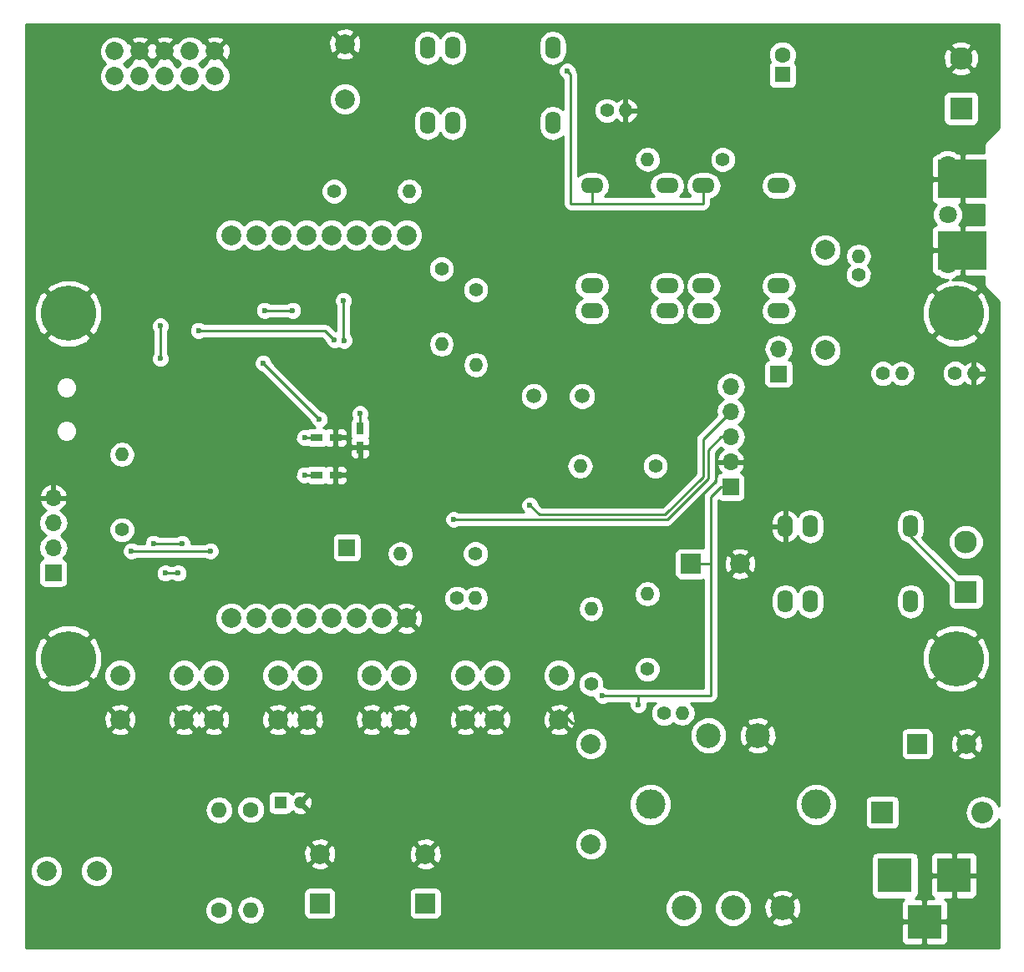
<source format=gtl>
G04 #@! TF.FileFunction,Copper,L1,Top,Signal*
%FSLAX46Y46*%
G04 Gerber Fmt 4.6, Leading zero omitted, Abs format (unit mm)*
G04 Created by KiCad (PCBNEW 4.0.7-e2-6376~58~ubuntu14.04.1) date Thu Dec 19 07:43:31 2019*
%MOMM*%
%LPD*%
G01*
G04 APERTURE LIST*
%ADD10C,0.100000*%
%ADD11C,2.000000*%
%ADD12C,1.600000*%
%ADD13O,1.600000X1.600000*%
%ADD14C,1.500000*%
%ADD15R,2.000000X2.000000*%
%ADD16R,1.200000X1.200000*%
%ADD17C,1.200000*%
%ADD18C,1.998980*%
%ADD19C,2.500000*%
%ADD20C,3.000000*%
%ADD21C,1.850000*%
%ADD22C,5.600000*%
%ADD23O,1.600000X2.300000*%
%ADD24O,2.300000X1.600000*%
%ADD25R,1.600000X1.600000*%
%ADD26C,1.800000*%
%ADD27R,5.000000X3.960000*%
%ADD28R,1.700000X1.700000*%
%ADD29O,1.700000X1.700000*%
%ADD30C,1.400000*%
%ADD31O,1.400000X1.400000*%
%ADD32R,2.300000X2.300000*%
%ADD33C,2.300000*%
%ADD34R,3.500120X3.500120*%
%ADD35R,1.200000X0.750000*%
%ADD36R,0.750000X1.200000*%
%ADD37R,2.200000X2.200000*%
%ADD38O,2.200000X2.200000*%
%ADD39C,0.600000*%
%ADD40C,0.250000*%
%ADD41C,0.254000*%
G04 APERTURE END LIST*
D10*
D11*
X94130000Y-62075000D03*
X96670000Y-62075000D03*
X91590000Y-62075000D03*
X89050000Y-62075000D03*
X86510000Y-62075000D03*
X99210000Y-62075000D03*
X101750000Y-62075000D03*
X104290000Y-62075000D03*
X86510000Y-100925000D03*
X89050000Y-100925000D03*
X91590000Y-100925000D03*
X94130000Y-100925000D03*
X96670000Y-100925000D03*
X99210000Y-100925000D03*
X101750000Y-100925000D03*
X104290000Y-100925000D03*
D12*
X88500000Y-120325000D03*
D13*
X88500000Y-130485000D03*
D14*
X117200000Y-78400000D03*
X122080000Y-78400000D03*
D15*
X133100000Y-95400000D03*
D11*
X138100000Y-95400000D03*
D16*
X91500000Y-119625000D03*
D17*
X93500000Y-119625000D03*
D18*
X122975000Y-123801260D03*
X122975000Y-113641260D03*
D12*
X85300000Y-130525000D03*
D13*
X85300000Y-120365000D03*
D11*
X75250000Y-111200000D03*
X75250000Y-106700000D03*
X81750000Y-111200000D03*
X81750000Y-106700000D03*
X84750000Y-111200000D03*
X84750000Y-106700000D03*
X91250000Y-111200000D03*
X91250000Y-106700000D03*
X94250000Y-111200000D03*
X94250000Y-106700000D03*
X100750000Y-111200000D03*
X100750000Y-106700000D03*
X103750000Y-111200000D03*
X103750000Y-106700000D03*
X110250000Y-111200000D03*
X110250000Y-106700000D03*
D19*
X134900000Y-112800000D03*
X132400000Y-130300000D03*
X137400000Y-130300000D03*
X142400000Y-130300000D03*
X139900000Y-112800000D03*
D20*
X145800000Y-119800000D03*
X129000000Y-119800000D03*
D21*
X74720000Y-43430000D03*
X74720000Y-45970000D03*
X77260000Y-43430000D03*
X77260000Y-45970000D03*
X79800000Y-43430000D03*
X79800000Y-45970000D03*
X82340000Y-43430000D03*
X82340000Y-45970000D03*
X84880000Y-43430000D03*
X84880000Y-45970000D03*
D18*
X67800000Y-126545000D03*
X72880000Y-126545000D03*
D22*
X160000000Y-70000000D03*
X70000000Y-70000000D03*
X70000000Y-105000000D03*
X160000000Y-105000000D03*
D11*
X113250000Y-111200000D03*
X113250000Y-106700000D03*
X119750000Y-111200000D03*
X119750000Y-106700000D03*
D23*
X119100000Y-43080000D03*
X108940000Y-43080000D03*
X119100000Y-50700000D03*
X108940000Y-50700000D03*
X106400000Y-43080000D03*
X106400000Y-50700000D03*
D24*
X123080000Y-57050000D03*
X123080000Y-67210000D03*
X130700000Y-57050000D03*
X130700000Y-67210000D03*
X123080000Y-69750000D03*
X130700000Y-69750000D03*
X134380000Y-57050000D03*
X134380000Y-67210000D03*
X142000000Y-57050000D03*
X142000000Y-67210000D03*
X134380000Y-69750000D03*
X142000000Y-69750000D03*
D23*
X155400000Y-91580000D03*
X145240000Y-91580000D03*
X155400000Y-99200000D03*
X145240000Y-99200000D03*
X142700000Y-91580000D03*
X142700000Y-99200000D03*
D18*
X98046000Y-48292000D03*
X98046000Y-42704000D03*
X146750000Y-73751260D03*
X146750000Y-63591260D03*
D25*
X142400000Y-45800000D03*
D12*
X142400000Y-43800000D03*
D26*
X159143000Y-65080000D03*
X159143000Y-54920000D03*
D27*
X160650000Y-56380000D03*
X160650000Y-63620000D03*
D26*
X159143000Y-62540000D03*
X159143000Y-57460000D03*
X159143000Y-60000000D03*
D28*
X142000000Y-76150000D03*
D29*
X142000000Y-73610000D03*
D30*
X124600000Y-49440000D03*
D31*
X126500000Y-49440000D03*
D32*
X160500000Y-49230000D03*
D33*
X160500000Y-44160000D03*
D32*
X161000000Y-98230000D03*
D33*
X161000000Y-93160000D03*
D30*
X159900000Y-76100000D03*
D31*
X161800000Y-76100000D03*
D30*
X150100000Y-66100000D03*
D31*
X150100000Y-64200000D03*
D30*
X152600000Y-76100000D03*
D31*
X154500000Y-76100000D03*
D34*
X153799860Y-127000000D03*
X159799340Y-127000000D03*
X156799600Y-131699000D03*
D30*
X136350000Y-54400000D03*
D31*
X128730000Y-54400000D03*
D35*
X97100000Y-86400000D03*
X95200000Y-86400000D03*
X97100000Y-82600000D03*
X95200000Y-82600000D03*
D28*
X68475000Y-96325000D03*
D29*
X68475000Y-93785000D03*
X68475000Y-91245000D03*
X68475000Y-88705000D03*
D28*
X137150000Y-87600000D03*
D29*
X137150000Y-85060000D03*
X137150000Y-82520000D03*
X137150000Y-79980000D03*
X137150000Y-77440000D03*
D36*
X99580000Y-83590000D03*
X99580000Y-81690000D03*
D30*
X109380000Y-98900000D03*
D31*
X111280000Y-98900000D03*
D30*
X130360000Y-110570000D03*
D31*
X132260000Y-110570000D03*
D30*
X128700000Y-106080000D03*
D31*
X128700000Y-98460000D03*
D30*
X123000000Y-107570000D03*
D31*
X123000000Y-99950000D03*
D30*
X111310000Y-67610000D03*
D31*
X111310000Y-75230000D03*
D30*
X107840000Y-65510000D03*
D31*
X107840000Y-73130000D03*
D30*
X96950000Y-57630000D03*
D31*
X104570000Y-57630000D03*
D30*
X129510000Y-85500000D03*
D31*
X121890000Y-85500000D03*
D30*
X75438000Y-91948000D03*
D31*
X75438000Y-84328000D03*
D15*
X95500000Y-129825000D03*
D11*
X95500000Y-124825000D03*
D15*
X156060000Y-113650000D03*
D11*
X161060000Y-113650000D03*
D15*
X106200000Y-129825000D03*
D11*
X106200000Y-124825000D03*
D28*
X98250000Y-93740000D03*
D30*
X111280000Y-94380000D03*
D31*
X103660000Y-94380000D03*
D37*
X152520000Y-120590000D03*
D38*
X162680000Y-120590000D03*
D39*
X107540000Y-95940000D03*
X105290000Y-92350000D03*
X109750000Y-92480000D03*
X104810000Y-88840000D03*
X108450000Y-88780000D03*
X113450000Y-88840000D03*
X138000000Y-90830000D03*
X101730000Y-87990000D03*
X97100000Y-84480000D03*
X94060000Y-81030000D03*
X94760000Y-84490000D03*
X101160000Y-80720000D03*
X97380000Y-80520000D03*
X99570000Y-85690000D03*
X95860000Y-94950000D03*
X101460000Y-95970000D03*
X94800000Y-46330000D03*
X94770000Y-50050000D03*
X106630000Y-46350000D03*
X101860000Y-46330000D03*
X111520000Y-46340000D03*
X103300000Y-43490000D03*
X70160000Y-45350000D03*
X86620000Y-69460000D03*
X92320000Y-75870000D03*
X89810000Y-73360000D03*
X93680000Y-67350000D03*
X86580000Y-65160000D03*
X87630000Y-67350000D03*
X93690000Y-64530000D03*
X94450000Y-70730000D03*
X83290000Y-59570000D03*
X88540000Y-59540000D03*
X93620000Y-59600000D03*
X97930000Y-59590000D03*
X101270000Y-59280000D03*
X108780000Y-56760000D03*
X114760000Y-56780000D03*
X103180000Y-50070000D03*
X100620000Y-51900000D03*
X97410000Y-52750000D03*
X97860000Y-55660000D03*
X101820000Y-56920000D03*
X118000000Y-57790000D03*
X119460000Y-56470000D03*
X126310000Y-56290000D03*
X122380000Y-53030000D03*
X125000000Y-53200000D03*
X128690000Y-47650000D03*
X130920000Y-43990000D03*
X114750000Y-43020000D03*
X114960000Y-46350000D03*
X111480000Y-43020000D03*
X115880000Y-51470000D03*
X118600000Y-46360000D03*
X113140000Y-49700000D03*
X116840000Y-49640000D03*
X116690000Y-101660000D03*
X108920000Y-101670000D03*
X112890000Y-101670000D03*
X126620000Y-83520000D03*
X126600000Y-80130000D03*
X126820000Y-66230000D03*
X129170000Y-77220000D03*
X126570000Y-77070000D03*
X126590000Y-73270000D03*
X126820000Y-69780000D03*
X133910000Y-71670000D03*
X139670000Y-69570000D03*
X144390000Y-73090000D03*
X136860000Y-74870000D03*
X138070000Y-71670000D03*
X144330000Y-96170000D03*
X147890000Y-95950000D03*
X148070000Y-98450000D03*
X161790000Y-95480000D03*
X158270000Y-93610000D03*
X157780000Y-90770000D03*
X159640000Y-84260000D03*
X159640000Y-79630000D03*
X147540000Y-88570000D03*
X147620000Y-91810000D03*
X150330000Y-91910000D03*
X152120000Y-86890000D03*
X152090000Y-89840000D03*
X152240000Y-98430000D03*
X155120000Y-96010000D03*
X152120000Y-94350000D03*
X143850000Y-65350000D03*
X146810000Y-66970000D03*
X149310000Y-61630000D03*
X141460000Y-53830000D03*
X144480000Y-53020000D03*
X138480000Y-60130000D03*
X141960000Y-60130000D03*
X141950000Y-62370000D03*
X138480000Y-63000000D03*
X134570000Y-64860000D03*
X134520000Y-60130000D03*
X139600000Y-55780000D03*
X137300000Y-57890000D03*
X128470000Y-60140000D03*
X128470000Y-64400000D03*
X123380000Y-60140000D03*
X86140000Y-74790000D03*
X81300000Y-78200000D03*
X82860000Y-74780000D03*
X85180000Y-72760000D03*
X118690000Y-66750000D03*
X125060000Y-64430000D03*
X154650000Y-56370000D03*
X150990000Y-41800000D03*
X155900000Y-42570000D03*
X157930000Y-49680000D03*
X149840000Y-52640000D03*
X144590000Y-55760000D03*
X144580000Y-49620000D03*
X150450000Y-83470000D03*
X146460000Y-83520000D03*
X154270000Y-78190000D03*
X150880000Y-78090000D03*
X117920000Y-95710000D03*
X115570000Y-92830000D03*
X123330000Y-97200000D03*
X121060000Y-94860000D03*
X119030000Y-92830000D03*
X71980000Y-97830000D03*
X76220000Y-104190000D03*
X75270000Y-98740000D03*
X81570000Y-104190000D03*
X84810000Y-90820000D03*
X87400000Y-87970000D03*
X81980000Y-90860000D03*
X85140000Y-87970000D03*
X78430000Y-88040000D03*
X72520000Y-91420000D03*
X71000000Y-94450000D03*
X72550000Y-88700000D03*
X75270000Y-96150000D03*
X139980000Y-44810000D03*
X150250000Y-46980000D03*
X144750000Y-44870000D03*
X134000000Y-48770000D03*
X141100000Y-48770000D03*
X137380000Y-48770000D03*
X143330000Y-78950000D03*
X145400000Y-80970000D03*
X145400000Y-76350000D03*
X112600000Y-65190000D03*
X114920000Y-60570000D03*
X107620000Y-62190000D03*
X100250000Y-75730000D03*
X99170000Y-64860000D03*
X101180000Y-67000000D03*
X103560000Y-64620000D03*
X106270000Y-67120000D03*
X104190000Y-69180000D03*
X101510000Y-71950000D03*
X149060000Y-57540000D03*
X117200000Y-71910000D03*
X114000000Y-68030000D03*
X113420000Y-71910000D03*
X82210000Y-127300000D03*
X80580000Y-123110000D03*
X74550000Y-122440000D03*
X78100000Y-126520000D03*
X124100000Y-110810000D03*
X123350000Y-103470000D03*
X118980000Y-103470000D03*
X98750000Y-75730000D03*
X78650000Y-53675000D03*
X75250000Y-78100000D03*
X76400000Y-94100000D03*
X84400000Y-94100000D03*
X127800000Y-109660000D03*
X124170000Y-108770000D03*
X99580000Y-80150000D03*
X93950000Y-82600000D03*
X93950000Y-86400000D03*
X89750000Y-75050000D03*
X95450000Y-80750000D03*
X78640000Y-93340000D03*
X81530000Y-93340000D03*
X79830000Y-96350000D03*
X81140000Y-96350000D03*
X79350000Y-71300000D03*
X79350000Y-74590000D03*
X96975000Y-72700000D03*
X83200000Y-71750000D03*
X92750000Y-69700000D03*
X89900000Y-69700000D03*
X120570000Y-45430000D03*
X97900000Y-68700000D03*
X97950000Y-72750000D03*
X109070000Y-90900000D03*
X116800000Y-89460000D03*
D40*
X109750000Y-92480000D02*
X109750000Y-93730000D01*
X109750000Y-93730000D02*
X107540000Y-95940000D01*
X115570000Y-92830000D02*
X110100000Y-92830000D01*
X105270000Y-92370000D02*
X105260000Y-92370000D01*
X105290000Y-92350000D02*
X105270000Y-92370000D01*
X110100000Y-92830000D02*
X109750000Y-92480000D01*
X104790000Y-88860000D02*
X104770000Y-88860000D01*
X104810000Y-88840000D02*
X104790000Y-88860000D01*
X113390000Y-88780000D02*
X108450000Y-88780000D01*
X113450000Y-88840000D02*
X113390000Y-88780000D01*
X97100000Y-84480000D02*
X94770000Y-84480000D01*
X97100000Y-86400000D02*
X97100000Y-84480000D01*
X94060000Y-81030000D02*
X94060000Y-81040000D01*
X94770000Y-84480000D02*
X94760000Y-84490000D01*
X101160000Y-83490000D02*
X101160000Y-80720000D01*
X101060000Y-83590000D02*
X101160000Y-83490000D01*
X99580000Y-83590000D02*
X101060000Y-83590000D01*
X94800000Y-46330000D02*
X94800000Y-50020000D01*
X94800000Y-50020000D02*
X94770000Y-50050000D01*
X101860000Y-46330000D02*
X101860000Y-44930000D01*
X106640000Y-46340000D02*
X106630000Y-46350000D01*
X111520000Y-46340000D02*
X106640000Y-46340000D01*
X101860000Y-44930000D02*
X103300000Y-43490000D01*
X77260000Y-43430000D02*
X75520000Y-41690000D01*
X70160000Y-43190000D02*
X70160000Y-45350000D01*
X71660000Y-41690000D02*
X70160000Y-43190000D01*
X75520000Y-41690000D02*
X71660000Y-41690000D01*
X89810000Y-73360000D02*
X92320000Y-75870000D01*
X93680000Y-67350000D02*
X87630000Y-67350000D01*
X93680000Y-67350000D02*
X93680000Y-69830000D01*
X93690000Y-67340000D02*
X93680000Y-67350000D01*
X99170000Y-64860000D02*
X94390000Y-64860000D01*
X94390000Y-64860000D02*
X93690000Y-64530000D01*
X93690000Y-64530000D02*
X93690000Y-67340000D01*
X93680000Y-69830000D02*
X94450000Y-70730000D01*
X101820000Y-56920000D02*
X101820000Y-58730000D01*
X88510000Y-59570000D02*
X83290000Y-59570000D01*
X88540000Y-59540000D02*
X88510000Y-59570000D01*
X97920000Y-59600000D02*
X93620000Y-59600000D01*
X97930000Y-59590000D02*
X97920000Y-59600000D01*
X101820000Y-58730000D02*
X101270000Y-59280000D01*
X108800000Y-56780000D02*
X108780000Y-56760000D01*
X114760000Y-56780000D02*
X108800000Y-56780000D01*
X98260000Y-51900000D02*
X100620000Y-51900000D01*
X97410000Y-52750000D02*
X98260000Y-51900000D01*
X100560000Y-55660000D02*
X97860000Y-55660000D01*
X101820000Y-56920000D02*
X100560000Y-55660000D01*
X125000000Y-53200000D02*
X125000000Y-54980000D01*
X118140000Y-57790000D02*
X118000000Y-57790000D01*
X119460000Y-56470000D02*
X118140000Y-57790000D01*
X125000000Y-54980000D02*
X126310000Y-56290000D01*
X126500000Y-49440000D02*
X126500000Y-52060000D01*
X125360000Y-53200000D02*
X125000000Y-53200000D01*
X126500000Y-52060000D02*
X125360000Y-53200000D01*
X111480000Y-43020000D02*
X114750000Y-43020000D01*
X114970000Y-46360000D02*
X118600000Y-46360000D01*
X114970000Y-46360000D02*
X114960000Y-46350000D01*
X118600000Y-46360000D02*
X118600000Y-47880000D01*
X118600000Y-47880000D02*
X116840000Y-49640000D01*
X112890000Y-101670000D02*
X112110000Y-101670000D01*
X112110000Y-101670000D02*
X108920000Y-101670000D01*
X126570000Y-77070000D02*
X126570000Y-80100000D01*
X126570000Y-80100000D02*
X126600000Y-80130000D01*
X126820000Y-66230000D02*
X126820000Y-69780000D01*
X126570000Y-73290000D02*
X126570000Y-77070000D01*
X126590000Y-73270000D02*
X126570000Y-73290000D01*
X138070000Y-71670000D02*
X133910000Y-71670000D01*
X138070000Y-71670000D02*
X138070000Y-71170000D01*
X138070000Y-71170000D02*
X139670000Y-69570000D01*
X144390000Y-73090000D02*
X144390000Y-73030000D01*
X145400000Y-75440000D02*
X144390000Y-74430000D01*
X144390000Y-74430000D02*
X144390000Y-73090000D01*
X145400000Y-76350000D02*
X145400000Y-75440000D01*
X143030000Y-71670000D02*
X138070000Y-71670000D01*
X144390000Y-73030000D02*
X143030000Y-71670000D01*
X152240000Y-98430000D02*
X148090000Y-98430000D01*
X147670000Y-96170000D02*
X144330000Y-96170000D01*
X147890000Y-95950000D02*
X147670000Y-96170000D01*
X148090000Y-98430000D02*
X148070000Y-98450000D01*
X158270000Y-91260000D02*
X158270000Y-93610000D01*
X157780000Y-90770000D02*
X158270000Y-91260000D01*
X159640000Y-79630000D02*
X159640000Y-84260000D01*
X150230000Y-91810000D02*
X147620000Y-91810000D01*
X150330000Y-91910000D02*
X150230000Y-91810000D01*
X152090000Y-89840000D02*
X152090000Y-94320000D01*
X150450000Y-85220000D02*
X152120000Y-86890000D01*
X150450000Y-83470000D02*
X150450000Y-85220000D01*
X152700000Y-98430000D02*
X152240000Y-98430000D01*
X155120000Y-96010000D02*
X152700000Y-98430000D01*
X152090000Y-94320000D02*
X152120000Y-94350000D01*
X143830000Y-65370000D02*
X143800000Y-65370000D01*
X143850000Y-65350000D02*
X143830000Y-65370000D01*
X147310000Y-66970000D02*
X146810000Y-66970000D01*
X148680000Y-65600000D02*
X147310000Y-66970000D01*
X148680000Y-62260000D02*
X148680000Y-65600000D01*
X149310000Y-61630000D02*
X148680000Y-62260000D01*
X144590000Y-55760000D02*
X144590000Y-53130000D01*
X144590000Y-53130000D02*
X144480000Y-53020000D01*
X138480000Y-60130000D02*
X141960000Y-60130000D01*
X138480000Y-63000000D02*
X136430000Y-63000000D01*
X136430000Y-63000000D02*
X134570000Y-64860000D01*
X134510000Y-60140000D02*
X134520000Y-60130000D01*
X128470000Y-60140000D02*
X134510000Y-60140000D01*
X139410000Y-55780000D02*
X139600000Y-55780000D01*
X137300000Y-57890000D02*
X139410000Y-55780000D01*
X128470000Y-60140000D02*
X128470000Y-64400000D01*
X86140000Y-74790000D02*
X86140000Y-73670000D01*
X81300000Y-78200000D02*
X81300000Y-76760000D01*
X81300000Y-76760000D02*
X82860000Y-74780000D01*
X86140000Y-73670000D02*
X85180000Y-72760000D01*
X118690000Y-66750000D02*
X120700000Y-66750000D01*
X123020000Y-64430000D02*
X125060000Y-64430000D01*
X120700000Y-66750000D02*
X123020000Y-64430000D01*
X150880000Y-41690000D02*
X149480000Y-41690000D01*
X150990000Y-41800000D02*
X150880000Y-41690000D01*
X157950000Y-44620000D02*
X155900000Y-42570000D01*
X157950000Y-49660000D02*
X157950000Y-44620000D01*
X157930000Y-49680000D02*
X157950000Y-49660000D01*
X148470000Y-54070000D02*
X149840000Y-52640000D01*
X146280000Y-54070000D02*
X148470000Y-54070000D01*
X144590000Y-55760000D02*
X146280000Y-54070000D01*
X144590000Y-48770000D02*
X144590000Y-49610000D01*
X144590000Y-49610000D02*
X144580000Y-49620000D01*
X150880000Y-83040000D02*
X150450000Y-83470000D01*
X150880000Y-78090000D02*
X150880000Y-83040000D01*
X145400000Y-76350000D02*
X149140000Y-76350000D01*
X149140000Y-76350000D02*
X150880000Y-78090000D01*
X115570000Y-92830000D02*
X119030000Y-92830000D01*
X123330000Y-97130000D02*
X123330000Y-97200000D01*
X121060000Y-94860000D02*
X123330000Y-97130000D01*
X72090000Y-94450000D02*
X72090000Y-97720000D01*
X72090000Y-97720000D02*
X71980000Y-97830000D01*
X81570000Y-104190000D02*
X76220000Y-104190000D01*
X75270000Y-103240000D02*
X76220000Y-104190000D01*
X75270000Y-98740000D02*
X75270000Y-103240000D01*
X85140000Y-87970000D02*
X87400000Y-87970000D01*
X84770000Y-90860000D02*
X84810000Y-90820000D01*
X79160000Y-88040000D02*
X78430000Y-88040000D01*
X79160000Y-88040000D02*
X81980000Y-90860000D01*
X81980000Y-90860000D02*
X84770000Y-90860000D01*
X72550000Y-88700000D02*
X77770000Y-88700000D01*
X77770000Y-88700000D02*
X78430000Y-88040000D01*
X71000000Y-94450000D02*
X72090000Y-94450000D01*
X72090000Y-94450000D02*
X73570000Y-94450000D01*
X72520000Y-91420000D02*
X72380000Y-91560000D01*
X72380000Y-91560000D02*
X72380000Y-93070000D01*
X72380000Y-93070000D02*
X71000000Y-94450000D01*
X68475000Y-88705000D02*
X72545000Y-88705000D01*
X72545000Y-88705000D02*
X72550000Y-88700000D01*
X73570000Y-94450000D02*
X75270000Y-96150000D01*
X141900000Y-48770000D02*
X141900000Y-48120000D01*
X139980000Y-46200000D02*
X139980000Y-44810000D01*
X141900000Y-48120000D02*
X139980000Y-46200000D01*
X150250000Y-46980000D02*
X146860000Y-46980000D01*
X148460000Y-48770000D02*
X150250000Y-46980000D01*
X141100000Y-48770000D02*
X141900000Y-48770000D01*
X141900000Y-48770000D02*
X144590000Y-48770000D01*
X144590000Y-48770000D02*
X148460000Y-48770000D01*
X146860000Y-46980000D02*
X144750000Y-44870000D01*
X134000000Y-48770000D02*
X137380000Y-48770000D01*
X141110000Y-48760000D02*
X141120000Y-48760000D01*
X141100000Y-48770000D02*
X141110000Y-48760000D01*
X145510000Y-76240000D02*
X147170000Y-76240000D01*
X145400000Y-76350000D02*
X145510000Y-76240000D01*
X112600000Y-65190000D02*
X112610000Y-65190000D01*
X103560000Y-64620000D02*
X104760000Y-64620000D01*
X104760000Y-64620000D02*
X107620000Y-62190000D01*
X99170000Y-64990000D02*
X99170000Y-64860000D01*
X101180000Y-67000000D02*
X99170000Y-64990000D01*
X103770000Y-64620000D02*
X103560000Y-64620000D01*
X106270000Y-67120000D02*
X103770000Y-64620000D01*
X104190000Y-69270000D02*
X104190000Y-69180000D01*
X101510000Y-71950000D02*
X104190000Y-69270000D01*
X154650000Y-56370000D02*
X150230000Y-56370000D01*
X154660000Y-56380000D02*
X154650000Y-56370000D01*
X160650000Y-56380000D02*
X154660000Y-56380000D01*
X150230000Y-56370000D02*
X149060000Y-57540000D01*
X113900000Y-71430000D02*
X114000000Y-68030000D01*
X113420000Y-71910000D02*
X113900000Y-71430000D01*
X78100000Y-126520000D02*
X82210000Y-127300000D01*
X75220000Y-123110000D02*
X80580000Y-123110000D01*
X74550000Y-122440000D02*
X75220000Y-123110000D01*
X119750000Y-110200000D02*
X119750000Y-110210000D01*
X119750000Y-110210000D02*
X121070000Y-111530000D01*
X121070000Y-111530000D02*
X123380000Y-111530000D01*
X123380000Y-111530000D02*
X124100000Y-110810000D01*
X118980000Y-103470000D02*
X123350000Y-103470000D01*
X84400000Y-94100000D02*
X76400000Y-94100000D01*
X127800000Y-109660000D02*
X127800000Y-108770000D01*
X135100000Y-95400000D02*
X135100000Y-108770000D01*
X124170000Y-108770000D02*
X127800000Y-108770000D01*
X127800000Y-108770000D02*
X135100000Y-108770000D01*
X99580000Y-81690000D02*
X99580000Y-80150000D01*
X133100000Y-95400000D02*
X135100000Y-95400000D01*
X137150000Y-87600000D02*
X136150000Y-87600000D01*
X136150000Y-87600000D02*
X135100000Y-88650000D01*
X135100000Y-88650000D02*
X135100000Y-95400000D01*
X95200000Y-82600000D02*
X93950000Y-82600000D01*
X95200000Y-86400000D02*
X93950000Y-86400000D01*
X95450000Y-80750000D02*
X89750000Y-75050000D01*
X81530000Y-93340000D02*
X78640000Y-93340000D01*
X81140000Y-96350000D02*
X79830000Y-96350000D01*
X79350000Y-71300000D02*
X79350000Y-74590000D01*
X96025000Y-71750000D02*
X94600000Y-71750000D01*
X96975000Y-72700000D02*
X96025000Y-71750000D01*
X83200000Y-71750000D02*
X94600000Y-71750000D01*
X89900000Y-69700000D02*
X92750000Y-69700000D01*
X123080000Y-57050000D02*
X123080000Y-58870000D01*
X120900000Y-56560000D02*
X120900000Y-58870000D01*
X125380000Y-58870000D02*
X123080000Y-58870000D01*
X123080000Y-58870000D02*
X120900000Y-58870000D01*
X134380000Y-57050000D02*
X134380000Y-58870000D01*
X120900000Y-45760000D02*
X120570000Y-45430000D01*
X120900000Y-45760000D02*
X120900000Y-54030000D01*
X120900000Y-54030000D02*
X120900000Y-56560000D01*
X134380000Y-58870000D02*
X125380000Y-58870000D01*
X155400000Y-91580000D02*
X155400000Y-92630000D01*
X155400000Y-92630000D02*
X161000000Y-98230000D01*
X97900000Y-72700000D02*
X97900000Y-68700000D01*
X97950000Y-72750000D02*
X97900000Y-72700000D01*
X117910000Y-90900000D02*
X109070000Y-90900000D01*
X137150000Y-82520000D02*
X136180000Y-82520000D01*
X136180000Y-82520000D02*
X134850000Y-83850000D01*
X134850000Y-83850000D02*
X134850000Y-86750000D01*
X134850000Y-86750000D02*
X130700000Y-90900000D01*
X130700000Y-90900000D02*
X117910000Y-90900000D01*
X117740000Y-90400000D02*
X130320000Y-90400000D01*
X116800000Y-89460000D02*
X117740000Y-90400000D01*
X134350000Y-82780000D02*
X137150000Y-79980000D01*
X134350000Y-86550000D02*
X134350000Y-82780000D01*
X130500000Y-90400000D02*
X134350000Y-86550000D01*
X130320000Y-90400000D02*
X130500000Y-90400000D01*
D41*
G36*
X164315000Y-51216264D02*
X163015632Y-52515632D01*
X162867143Y-52737862D01*
X162815000Y-53000000D01*
X162815000Y-53765000D01*
X160935750Y-53765000D01*
X160777000Y-53923750D01*
X160777000Y-56253000D01*
X160797000Y-56253000D01*
X160797000Y-56507000D01*
X160777000Y-56507000D01*
X160777000Y-58836250D01*
X160935750Y-58995000D01*
X162815000Y-58995000D01*
X162815000Y-61005000D01*
X160935750Y-61005000D01*
X160777000Y-61163750D01*
X160777000Y-63493000D01*
X160797000Y-63493000D01*
X160797000Y-63747000D01*
X160777000Y-63747000D01*
X160777000Y-66076250D01*
X160935750Y-66235000D01*
X162815000Y-66235000D01*
X162815000Y-67000000D01*
X162867143Y-67262138D01*
X163015632Y-67484368D01*
X164315000Y-68783736D01*
X164315000Y-119923168D01*
X163940821Y-119363170D01*
X163377947Y-118987069D01*
X162713991Y-118855000D01*
X162646009Y-118855000D01*
X161982053Y-118987069D01*
X161419179Y-119363170D01*
X161043078Y-119926044D01*
X160911009Y-120590000D01*
X161043078Y-121253956D01*
X161419179Y-121816830D01*
X161982053Y-122192931D01*
X162646009Y-122325000D01*
X162713991Y-122325000D01*
X163377947Y-122192931D01*
X163940821Y-121816830D01*
X164315000Y-121256832D01*
X164315000Y-134315000D01*
X65685000Y-134315000D01*
X65685000Y-130809187D01*
X83864752Y-130809187D01*
X84082757Y-131336800D01*
X84486077Y-131740824D01*
X85013309Y-131959750D01*
X85584187Y-131960248D01*
X86111800Y-131742243D01*
X86515824Y-131338923D01*
X86734750Y-130811691D01*
X86735059Y-130456887D01*
X87065000Y-130456887D01*
X87065000Y-130513113D01*
X87174233Y-131062264D01*
X87485302Y-131527811D01*
X87950849Y-131838880D01*
X88500000Y-131948113D01*
X89049151Y-131838880D01*
X89514698Y-131527811D01*
X89825767Y-131062264D01*
X89935000Y-130513113D01*
X89935000Y-130456887D01*
X89825767Y-129907736D01*
X89514698Y-129442189D01*
X89049151Y-129131120D01*
X88500000Y-129021887D01*
X87950849Y-129131120D01*
X87485302Y-129442189D01*
X87174233Y-129907736D01*
X87065000Y-130456887D01*
X86735059Y-130456887D01*
X86735248Y-130240813D01*
X86517243Y-129713200D01*
X86113923Y-129309176D01*
X85586691Y-129090250D01*
X85015813Y-129089752D01*
X84488200Y-129307757D01*
X84084176Y-129711077D01*
X83865250Y-130238309D01*
X83864752Y-130809187D01*
X65685000Y-130809187D01*
X65685000Y-128825000D01*
X93852560Y-128825000D01*
X93852560Y-130825000D01*
X93896838Y-131060317D01*
X94035910Y-131276441D01*
X94248110Y-131421431D01*
X94500000Y-131472440D01*
X96500000Y-131472440D01*
X96735317Y-131428162D01*
X96951441Y-131289090D01*
X97096431Y-131076890D01*
X97147440Y-130825000D01*
X97147440Y-128825000D01*
X104552560Y-128825000D01*
X104552560Y-130825000D01*
X104596838Y-131060317D01*
X104735910Y-131276441D01*
X104948110Y-131421431D01*
X105200000Y-131472440D01*
X107200000Y-131472440D01*
X107435317Y-131428162D01*
X107651441Y-131289090D01*
X107796431Y-131076890D01*
X107847440Y-130825000D01*
X107847440Y-130673305D01*
X130514674Y-130673305D01*
X130801043Y-131366372D01*
X131330839Y-131897093D01*
X132023405Y-132184672D01*
X132773305Y-132185326D01*
X133466372Y-131898957D01*
X133997093Y-131369161D01*
X134284672Y-130676595D01*
X134284674Y-130673305D01*
X135514674Y-130673305D01*
X135801043Y-131366372D01*
X136330839Y-131897093D01*
X137023405Y-132184672D01*
X137773305Y-132185326D01*
X138466372Y-131898957D01*
X138732472Y-131633320D01*
X141246285Y-131633320D01*
X141375533Y-131926123D01*
X142075806Y-132194388D01*
X142825435Y-132174250D01*
X143282928Y-131984750D01*
X154414540Y-131984750D01*
X154414540Y-133575370D01*
X154511213Y-133808759D01*
X154689842Y-133987387D01*
X154923231Y-134084060D01*
X156513850Y-134084060D01*
X156672600Y-133925310D01*
X156672600Y-131826000D01*
X156926600Y-131826000D01*
X156926600Y-133925310D01*
X157085350Y-134084060D01*
X158675969Y-134084060D01*
X158909358Y-133987387D01*
X159087987Y-133808759D01*
X159184660Y-133575370D01*
X159184660Y-131984750D01*
X159025910Y-131826000D01*
X156926600Y-131826000D01*
X156672600Y-131826000D01*
X154573290Y-131826000D01*
X154414540Y-131984750D01*
X143282928Y-131984750D01*
X143424467Y-131926123D01*
X143553715Y-131633320D01*
X142400000Y-130479605D01*
X141246285Y-131633320D01*
X138732472Y-131633320D01*
X138997093Y-131369161D01*
X139284672Y-130676595D01*
X139285283Y-129975806D01*
X140505612Y-129975806D01*
X140525750Y-130725435D01*
X140773877Y-131324467D01*
X141066680Y-131453715D01*
X142220395Y-130300000D01*
X142579605Y-130300000D01*
X143733320Y-131453715D01*
X144026123Y-131324467D01*
X144294388Y-130624194D01*
X144274250Y-129874565D01*
X144026123Y-129275533D01*
X143733320Y-129146285D01*
X142579605Y-130300000D01*
X142220395Y-130300000D01*
X141066680Y-129146285D01*
X140773877Y-129275533D01*
X140505612Y-129975806D01*
X139285283Y-129975806D01*
X139285326Y-129926695D01*
X138998957Y-129233628D01*
X138732475Y-128966680D01*
X141246285Y-128966680D01*
X142400000Y-130120395D01*
X143553715Y-128966680D01*
X143424467Y-128673877D01*
X142724194Y-128405612D01*
X141974565Y-128425750D01*
X141375533Y-128673877D01*
X141246285Y-128966680D01*
X138732475Y-128966680D01*
X138469161Y-128702907D01*
X137776595Y-128415328D01*
X137026695Y-128414674D01*
X136333628Y-128701043D01*
X135802907Y-129230839D01*
X135515328Y-129923405D01*
X135514674Y-130673305D01*
X134284674Y-130673305D01*
X134285326Y-129926695D01*
X133998957Y-129233628D01*
X133469161Y-128702907D01*
X132776595Y-128415328D01*
X132026695Y-128414674D01*
X131333628Y-128701043D01*
X130802907Y-129230839D01*
X130515328Y-129923405D01*
X130514674Y-130673305D01*
X107847440Y-130673305D01*
X107847440Y-128825000D01*
X107803162Y-128589683D01*
X107664090Y-128373559D01*
X107451890Y-128228569D01*
X107200000Y-128177560D01*
X105200000Y-128177560D01*
X104964683Y-128221838D01*
X104748559Y-128360910D01*
X104603569Y-128573110D01*
X104552560Y-128825000D01*
X97147440Y-128825000D01*
X97103162Y-128589683D01*
X96964090Y-128373559D01*
X96751890Y-128228569D01*
X96500000Y-128177560D01*
X94500000Y-128177560D01*
X94264683Y-128221838D01*
X94048559Y-128360910D01*
X93903569Y-128573110D01*
X93852560Y-128825000D01*
X65685000Y-128825000D01*
X65685000Y-126868694D01*
X66165226Y-126868694D01*
X66413538Y-127469655D01*
X66872927Y-127929846D01*
X67473453Y-128179206D01*
X68123694Y-128179774D01*
X68724655Y-127931462D01*
X69184846Y-127472073D01*
X69434206Y-126871547D01*
X69434208Y-126868694D01*
X71245226Y-126868694D01*
X71493538Y-127469655D01*
X71952927Y-127929846D01*
X72553453Y-128179206D01*
X73203694Y-128179774D01*
X73804655Y-127931462D01*
X74264846Y-127472073D01*
X74514206Y-126871547D01*
X74514774Y-126221306D01*
X74414049Y-125977532D01*
X94527073Y-125977532D01*
X94625736Y-126244387D01*
X95235461Y-126470908D01*
X95885460Y-126446856D01*
X96374264Y-126244387D01*
X96472927Y-125977532D01*
X105227073Y-125977532D01*
X105325736Y-126244387D01*
X105935461Y-126470908D01*
X106585460Y-126446856D01*
X107074264Y-126244387D01*
X107172927Y-125977532D01*
X106200000Y-125004605D01*
X105227073Y-125977532D01*
X96472927Y-125977532D01*
X95500000Y-125004605D01*
X94527073Y-125977532D01*
X74414049Y-125977532D01*
X74266462Y-125620345D01*
X73807073Y-125160154D01*
X73206547Y-124910794D01*
X72556306Y-124910226D01*
X71955345Y-125158538D01*
X71495154Y-125617927D01*
X71245794Y-126218453D01*
X71245226Y-126868694D01*
X69434208Y-126868694D01*
X69434774Y-126221306D01*
X69186462Y-125620345D01*
X68727073Y-125160154D01*
X68126547Y-124910794D01*
X67476306Y-124910226D01*
X66875345Y-125158538D01*
X66415154Y-125617927D01*
X66165794Y-126218453D01*
X66165226Y-126868694D01*
X65685000Y-126868694D01*
X65685000Y-124560461D01*
X93854092Y-124560461D01*
X93878144Y-125210460D01*
X94080613Y-125699264D01*
X94347468Y-125797927D01*
X95320395Y-124825000D01*
X95679605Y-124825000D01*
X96652532Y-125797927D01*
X96919387Y-125699264D01*
X97145908Y-125089539D01*
X97126331Y-124560461D01*
X104554092Y-124560461D01*
X104578144Y-125210460D01*
X104780613Y-125699264D01*
X105047468Y-125797927D01*
X106020395Y-124825000D01*
X106379605Y-124825000D01*
X107352532Y-125797927D01*
X107619387Y-125699264D01*
X107845908Y-125089539D01*
X107821856Y-124439540D01*
X107691551Y-124124954D01*
X121340226Y-124124954D01*
X121588538Y-124725915D01*
X122047927Y-125186106D01*
X122648453Y-125435466D01*
X123298694Y-125436034D01*
X123749075Y-125249940D01*
X151402360Y-125249940D01*
X151402360Y-128750060D01*
X151446638Y-128985377D01*
X151585710Y-129201501D01*
X151797910Y-129346491D01*
X152049800Y-129397500D01*
X154721500Y-129397500D01*
X154689842Y-129410613D01*
X154511213Y-129589241D01*
X154414540Y-129822630D01*
X154414540Y-131413250D01*
X154573290Y-131572000D01*
X156672600Y-131572000D01*
X156672600Y-129472690D01*
X156926600Y-129472690D01*
X156926600Y-131572000D01*
X159025910Y-131572000D01*
X159184660Y-131413250D01*
X159184660Y-129822630D01*
X159087987Y-129589241D01*
X158909358Y-129410613D01*
X158847668Y-129385060D01*
X159513590Y-129385060D01*
X159672340Y-129226310D01*
X159672340Y-127127000D01*
X159926340Y-127127000D01*
X159926340Y-129226310D01*
X160085090Y-129385060D01*
X161675709Y-129385060D01*
X161909098Y-129288387D01*
X162087727Y-129109759D01*
X162184400Y-128876370D01*
X162184400Y-127285750D01*
X162025650Y-127127000D01*
X159926340Y-127127000D01*
X159672340Y-127127000D01*
X157573030Y-127127000D01*
X157414280Y-127285750D01*
X157414280Y-128876370D01*
X157510953Y-129109759D01*
X157689582Y-129288387D01*
X157751272Y-129313940D01*
X157085350Y-129313940D01*
X156926600Y-129472690D01*
X156672600Y-129472690D01*
X156513850Y-129313940D01*
X155846283Y-129313940D01*
X156001361Y-129214150D01*
X156146351Y-129001950D01*
X156197360Y-128750060D01*
X156197360Y-125249940D01*
X156173594Y-125123630D01*
X157414280Y-125123630D01*
X157414280Y-126714250D01*
X157573030Y-126873000D01*
X159672340Y-126873000D01*
X159672340Y-124773690D01*
X159926340Y-124773690D01*
X159926340Y-126873000D01*
X162025650Y-126873000D01*
X162184400Y-126714250D01*
X162184400Y-125123630D01*
X162087727Y-124890241D01*
X161909098Y-124711613D01*
X161675709Y-124614940D01*
X160085090Y-124614940D01*
X159926340Y-124773690D01*
X159672340Y-124773690D01*
X159513590Y-124614940D01*
X157922971Y-124614940D01*
X157689582Y-124711613D01*
X157510953Y-124890241D01*
X157414280Y-125123630D01*
X156173594Y-125123630D01*
X156153082Y-125014623D01*
X156014010Y-124798499D01*
X155801810Y-124653509D01*
X155549920Y-124602500D01*
X152049800Y-124602500D01*
X151814483Y-124646778D01*
X151598359Y-124785850D01*
X151453369Y-124998050D01*
X151402360Y-125249940D01*
X123749075Y-125249940D01*
X123899655Y-125187722D01*
X124359846Y-124728333D01*
X124609206Y-124127807D01*
X124609774Y-123477566D01*
X124361462Y-122876605D01*
X123902073Y-122416414D01*
X123301547Y-122167054D01*
X122651306Y-122166486D01*
X122050345Y-122414798D01*
X121590154Y-122874187D01*
X121340794Y-123474713D01*
X121340226Y-124124954D01*
X107691551Y-124124954D01*
X107619387Y-123950736D01*
X107352532Y-123852073D01*
X106379605Y-124825000D01*
X106020395Y-124825000D01*
X105047468Y-123852073D01*
X104780613Y-123950736D01*
X104554092Y-124560461D01*
X97126331Y-124560461D01*
X97121856Y-124439540D01*
X96919387Y-123950736D01*
X96652532Y-123852073D01*
X95679605Y-124825000D01*
X95320395Y-124825000D01*
X94347468Y-123852073D01*
X94080613Y-123950736D01*
X93854092Y-124560461D01*
X65685000Y-124560461D01*
X65685000Y-123672468D01*
X94527073Y-123672468D01*
X95500000Y-124645395D01*
X96472927Y-123672468D01*
X105227073Y-123672468D01*
X106200000Y-124645395D01*
X107172927Y-123672468D01*
X107074264Y-123405613D01*
X106464539Y-123179092D01*
X105814540Y-123203144D01*
X105325736Y-123405613D01*
X105227073Y-123672468D01*
X96472927Y-123672468D01*
X96374264Y-123405613D01*
X95764539Y-123179092D01*
X95114540Y-123203144D01*
X94625736Y-123405613D01*
X94527073Y-123672468D01*
X65685000Y-123672468D01*
X65685000Y-120336887D01*
X83865000Y-120336887D01*
X83865000Y-120393113D01*
X83974233Y-120942264D01*
X84285302Y-121407811D01*
X84750849Y-121718880D01*
X85300000Y-121828113D01*
X85849151Y-121718880D01*
X86314698Y-121407811D01*
X86625767Y-120942264D01*
X86692020Y-120609187D01*
X87064752Y-120609187D01*
X87282757Y-121136800D01*
X87686077Y-121540824D01*
X88213309Y-121759750D01*
X88784187Y-121760248D01*
X89311800Y-121542243D01*
X89715824Y-121138923D01*
X89934750Y-120611691D01*
X89935248Y-120040813D01*
X89717243Y-119513200D01*
X89313923Y-119109176D01*
X89111205Y-119025000D01*
X90252560Y-119025000D01*
X90252560Y-120225000D01*
X90296838Y-120460317D01*
X90435910Y-120676441D01*
X90648110Y-120821431D01*
X90900000Y-120872440D01*
X92100000Y-120872440D01*
X92335317Y-120828162D01*
X92551441Y-120689090D01*
X92646993Y-120549245D01*
X92701178Y-120603430D01*
X92816871Y-120487737D01*
X92866383Y-120713164D01*
X93331036Y-120872807D01*
X93821413Y-120842482D01*
X94133617Y-120713164D01*
X94183130Y-120487735D01*
X93500000Y-119804605D01*
X93485858Y-119818748D01*
X93306253Y-119639143D01*
X93320395Y-119625000D01*
X93679605Y-119625000D01*
X94362735Y-120308130D01*
X94588164Y-120258617D01*
X94600464Y-120222815D01*
X126864630Y-120222815D01*
X127188980Y-121007800D01*
X127789041Y-121608909D01*
X128573459Y-121934628D01*
X129422815Y-121935370D01*
X130207800Y-121611020D01*
X130808909Y-121010959D01*
X131134628Y-120226541D01*
X131134631Y-120222815D01*
X143664630Y-120222815D01*
X143988980Y-121007800D01*
X144589041Y-121608909D01*
X145373459Y-121934628D01*
X146222815Y-121935370D01*
X147007800Y-121611020D01*
X147608909Y-121010959D01*
X147934628Y-120226541D01*
X147935271Y-119490000D01*
X150772560Y-119490000D01*
X150772560Y-121690000D01*
X150816838Y-121925317D01*
X150955910Y-122141441D01*
X151168110Y-122286431D01*
X151420000Y-122337440D01*
X153620000Y-122337440D01*
X153855317Y-122293162D01*
X154071441Y-122154090D01*
X154216431Y-121941890D01*
X154267440Y-121690000D01*
X154267440Y-119490000D01*
X154223162Y-119254683D01*
X154084090Y-119038559D01*
X153871890Y-118893569D01*
X153620000Y-118842560D01*
X151420000Y-118842560D01*
X151184683Y-118886838D01*
X150968559Y-119025910D01*
X150823569Y-119238110D01*
X150772560Y-119490000D01*
X147935271Y-119490000D01*
X147935370Y-119377185D01*
X147611020Y-118592200D01*
X147010959Y-117991091D01*
X146226541Y-117665372D01*
X145377185Y-117664630D01*
X144592200Y-117988980D01*
X143991091Y-118589041D01*
X143665372Y-119373459D01*
X143664630Y-120222815D01*
X131134631Y-120222815D01*
X131135370Y-119377185D01*
X130811020Y-118592200D01*
X130210959Y-117991091D01*
X129426541Y-117665372D01*
X128577185Y-117664630D01*
X127792200Y-117988980D01*
X127191091Y-118589041D01*
X126865372Y-119373459D01*
X126864630Y-120222815D01*
X94600464Y-120222815D01*
X94747807Y-119793964D01*
X94717482Y-119303587D01*
X94588164Y-118991383D01*
X94362735Y-118941870D01*
X93679605Y-119625000D01*
X93320395Y-119625000D01*
X93306253Y-119610858D01*
X93485858Y-119431253D01*
X93500000Y-119445395D01*
X94183130Y-118762265D01*
X94133617Y-118536836D01*
X93668964Y-118377193D01*
X93178587Y-118407518D01*
X92866383Y-118536836D01*
X92816871Y-118762263D01*
X92701178Y-118646570D01*
X92646351Y-118701397D01*
X92564090Y-118573559D01*
X92351890Y-118428569D01*
X92100000Y-118377560D01*
X90900000Y-118377560D01*
X90664683Y-118421838D01*
X90448559Y-118560910D01*
X90303569Y-118773110D01*
X90252560Y-119025000D01*
X89111205Y-119025000D01*
X88786691Y-118890250D01*
X88215813Y-118889752D01*
X87688200Y-119107757D01*
X87284176Y-119511077D01*
X87065250Y-120038309D01*
X87064752Y-120609187D01*
X86692020Y-120609187D01*
X86735000Y-120393113D01*
X86735000Y-120336887D01*
X86625767Y-119787736D01*
X86314698Y-119322189D01*
X85849151Y-119011120D01*
X85300000Y-118901887D01*
X84750849Y-119011120D01*
X84285302Y-119322189D01*
X83974233Y-119787736D01*
X83865000Y-120336887D01*
X65685000Y-120336887D01*
X65685000Y-113964954D01*
X121340226Y-113964954D01*
X121588538Y-114565915D01*
X122047927Y-115026106D01*
X122648453Y-115275466D01*
X123298694Y-115276034D01*
X123899655Y-115027722D01*
X124359846Y-114568333D01*
X124609206Y-113967807D01*
X124609774Y-113317566D01*
X124550167Y-113173305D01*
X133014674Y-113173305D01*
X133301043Y-113866372D01*
X133830839Y-114397093D01*
X134523405Y-114684672D01*
X135273305Y-114685326D01*
X135966372Y-114398957D01*
X136232472Y-114133320D01*
X138746285Y-114133320D01*
X138875533Y-114426123D01*
X139575806Y-114694388D01*
X140325435Y-114674250D01*
X140924467Y-114426123D01*
X141053715Y-114133320D01*
X139900000Y-112979605D01*
X138746285Y-114133320D01*
X136232472Y-114133320D01*
X136497093Y-113869161D01*
X136784672Y-113176595D01*
X136785283Y-112475806D01*
X138005612Y-112475806D01*
X138025750Y-113225435D01*
X138273877Y-113824467D01*
X138566680Y-113953715D01*
X139720395Y-112800000D01*
X140079605Y-112800000D01*
X141233320Y-113953715D01*
X141526123Y-113824467D01*
X141794388Y-113124194D01*
X141781650Y-112650000D01*
X154412560Y-112650000D01*
X154412560Y-114650000D01*
X154456838Y-114885317D01*
X154595910Y-115101441D01*
X154808110Y-115246431D01*
X155060000Y-115297440D01*
X157060000Y-115297440D01*
X157295317Y-115253162D01*
X157511441Y-115114090D01*
X157656431Y-114901890D01*
X157676551Y-114802532D01*
X160087073Y-114802532D01*
X160185736Y-115069387D01*
X160795461Y-115295908D01*
X161445460Y-115271856D01*
X161934264Y-115069387D01*
X162032927Y-114802532D01*
X161060000Y-113829605D01*
X160087073Y-114802532D01*
X157676551Y-114802532D01*
X157707440Y-114650000D01*
X157707440Y-113385461D01*
X159414092Y-113385461D01*
X159438144Y-114035460D01*
X159640613Y-114524264D01*
X159907468Y-114622927D01*
X160880395Y-113650000D01*
X161239605Y-113650000D01*
X162212532Y-114622927D01*
X162479387Y-114524264D01*
X162705908Y-113914539D01*
X162681856Y-113264540D01*
X162479387Y-112775736D01*
X162212532Y-112677073D01*
X161239605Y-113650000D01*
X160880395Y-113650000D01*
X159907468Y-112677073D01*
X159640613Y-112775736D01*
X159414092Y-113385461D01*
X157707440Y-113385461D01*
X157707440Y-112650000D01*
X157678740Y-112497468D01*
X160087073Y-112497468D01*
X161060000Y-113470395D01*
X162032927Y-112497468D01*
X161934264Y-112230613D01*
X161324539Y-112004092D01*
X160674540Y-112028144D01*
X160185736Y-112230613D01*
X160087073Y-112497468D01*
X157678740Y-112497468D01*
X157663162Y-112414683D01*
X157524090Y-112198559D01*
X157311890Y-112053569D01*
X157060000Y-112002560D01*
X155060000Y-112002560D01*
X154824683Y-112046838D01*
X154608559Y-112185910D01*
X154463569Y-112398110D01*
X154412560Y-112650000D01*
X141781650Y-112650000D01*
X141774250Y-112374565D01*
X141526123Y-111775533D01*
X141233320Y-111646285D01*
X140079605Y-112800000D01*
X139720395Y-112800000D01*
X138566680Y-111646285D01*
X138273877Y-111775533D01*
X138005612Y-112475806D01*
X136785283Y-112475806D01*
X136785326Y-112426695D01*
X136498957Y-111733628D01*
X136232475Y-111466680D01*
X138746285Y-111466680D01*
X139900000Y-112620395D01*
X141053715Y-111466680D01*
X140924467Y-111173877D01*
X140224194Y-110905612D01*
X139474565Y-110925750D01*
X138875533Y-111173877D01*
X138746285Y-111466680D01*
X136232475Y-111466680D01*
X135969161Y-111202907D01*
X135276595Y-110915328D01*
X134526695Y-110914674D01*
X133833628Y-111201043D01*
X133302907Y-111730839D01*
X133015328Y-112423405D01*
X133014674Y-113173305D01*
X124550167Y-113173305D01*
X124361462Y-112716605D01*
X123902073Y-112256414D01*
X123301547Y-112007054D01*
X122651306Y-112006486D01*
X122050345Y-112254798D01*
X121590154Y-112714187D01*
X121340794Y-113314713D01*
X121340226Y-113964954D01*
X65685000Y-113964954D01*
X65685000Y-112352532D01*
X74277073Y-112352532D01*
X74375736Y-112619387D01*
X74985461Y-112845908D01*
X75635460Y-112821856D01*
X76124264Y-112619387D01*
X76222927Y-112352532D01*
X80777073Y-112352532D01*
X80875736Y-112619387D01*
X81485461Y-112845908D01*
X82135460Y-112821856D01*
X82624264Y-112619387D01*
X82722927Y-112352532D01*
X83777073Y-112352532D01*
X83875736Y-112619387D01*
X84485461Y-112845908D01*
X85135460Y-112821856D01*
X85624264Y-112619387D01*
X85722927Y-112352532D01*
X90277073Y-112352532D01*
X90375736Y-112619387D01*
X90985461Y-112845908D01*
X91635460Y-112821856D01*
X92124264Y-112619387D01*
X92222927Y-112352532D01*
X93277073Y-112352532D01*
X93375736Y-112619387D01*
X93985461Y-112845908D01*
X94635460Y-112821856D01*
X95124264Y-112619387D01*
X95222927Y-112352532D01*
X99777073Y-112352532D01*
X99875736Y-112619387D01*
X100485461Y-112845908D01*
X101135460Y-112821856D01*
X101624264Y-112619387D01*
X101722927Y-112352532D01*
X102777073Y-112352532D01*
X102875736Y-112619387D01*
X103485461Y-112845908D01*
X104135460Y-112821856D01*
X104624264Y-112619387D01*
X104722927Y-112352532D01*
X109277073Y-112352532D01*
X109375736Y-112619387D01*
X109985461Y-112845908D01*
X110635460Y-112821856D01*
X111124264Y-112619387D01*
X111222927Y-112352532D01*
X112277073Y-112352532D01*
X112375736Y-112619387D01*
X112985461Y-112845908D01*
X113635460Y-112821856D01*
X114124264Y-112619387D01*
X114222927Y-112352532D01*
X118777073Y-112352532D01*
X118875736Y-112619387D01*
X119485461Y-112845908D01*
X120135460Y-112821856D01*
X120624264Y-112619387D01*
X120722927Y-112352532D01*
X119750000Y-111379605D01*
X118777073Y-112352532D01*
X114222927Y-112352532D01*
X113250000Y-111379605D01*
X112277073Y-112352532D01*
X111222927Y-112352532D01*
X110250000Y-111379605D01*
X109277073Y-112352532D01*
X104722927Y-112352532D01*
X103750000Y-111379605D01*
X102777073Y-112352532D01*
X101722927Y-112352532D01*
X100750000Y-111379605D01*
X99777073Y-112352532D01*
X95222927Y-112352532D01*
X94250000Y-111379605D01*
X93277073Y-112352532D01*
X92222927Y-112352532D01*
X91250000Y-111379605D01*
X90277073Y-112352532D01*
X85722927Y-112352532D01*
X84750000Y-111379605D01*
X83777073Y-112352532D01*
X82722927Y-112352532D01*
X81750000Y-111379605D01*
X80777073Y-112352532D01*
X76222927Y-112352532D01*
X75250000Y-111379605D01*
X74277073Y-112352532D01*
X65685000Y-112352532D01*
X65685000Y-110935461D01*
X73604092Y-110935461D01*
X73628144Y-111585460D01*
X73830613Y-112074264D01*
X74097468Y-112172927D01*
X75070395Y-111200000D01*
X75429605Y-111200000D01*
X76402532Y-112172927D01*
X76669387Y-112074264D01*
X76895908Y-111464539D01*
X76876331Y-110935461D01*
X80104092Y-110935461D01*
X80128144Y-111585460D01*
X80330613Y-112074264D01*
X80597468Y-112172927D01*
X81570395Y-111200000D01*
X81929605Y-111200000D01*
X82902532Y-112172927D01*
X83169387Y-112074264D01*
X83245619Y-111869070D01*
X83330613Y-112074264D01*
X83597468Y-112172927D01*
X84570395Y-111200000D01*
X84929605Y-111200000D01*
X85902532Y-112172927D01*
X86169387Y-112074264D01*
X86395908Y-111464539D01*
X86376331Y-110935461D01*
X89604092Y-110935461D01*
X89628144Y-111585460D01*
X89830613Y-112074264D01*
X90097468Y-112172927D01*
X91070395Y-111200000D01*
X91429605Y-111200000D01*
X92402532Y-112172927D01*
X92669387Y-112074264D01*
X92745619Y-111869070D01*
X92830613Y-112074264D01*
X93097468Y-112172927D01*
X94070395Y-111200000D01*
X94429605Y-111200000D01*
X95402532Y-112172927D01*
X95669387Y-112074264D01*
X95895908Y-111464539D01*
X95876331Y-110935461D01*
X99104092Y-110935461D01*
X99128144Y-111585460D01*
X99330613Y-112074264D01*
X99597468Y-112172927D01*
X100570395Y-111200000D01*
X100929605Y-111200000D01*
X101902532Y-112172927D01*
X102169387Y-112074264D01*
X102245619Y-111869070D01*
X102330613Y-112074264D01*
X102597468Y-112172927D01*
X103570395Y-111200000D01*
X103929605Y-111200000D01*
X104902532Y-112172927D01*
X105169387Y-112074264D01*
X105395908Y-111464539D01*
X105376331Y-110935461D01*
X108604092Y-110935461D01*
X108628144Y-111585460D01*
X108830613Y-112074264D01*
X109097468Y-112172927D01*
X110070395Y-111200000D01*
X110429605Y-111200000D01*
X111402532Y-112172927D01*
X111669387Y-112074264D01*
X111745619Y-111869070D01*
X111830613Y-112074264D01*
X112097468Y-112172927D01*
X113070395Y-111200000D01*
X113429605Y-111200000D01*
X114402532Y-112172927D01*
X114669387Y-112074264D01*
X114895908Y-111464539D01*
X114876331Y-110935461D01*
X118104092Y-110935461D01*
X118128144Y-111585460D01*
X118330613Y-112074264D01*
X118597468Y-112172927D01*
X119570395Y-111200000D01*
X119929605Y-111200000D01*
X120902532Y-112172927D01*
X121169387Y-112074264D01*
X121395908Y-111464539D01*
X121371856Y-110814540D01*
X121169387Y-110325736D01*
X120902532Y-110227073D01*
X119929605Y-111200000D01*
X119570395Y-111200000D01*
X118597468Y-110227073D01*
X118330613Y-110325736D01*
X118104092Y-110935461D01*
X114876331Y-110935461D01*
X114871856Y-110814540D01*
X114669387Y-110325736D01*
X114402532Y-110227073D01*
X113429605Y-111200000D01*
X113070395Y-111200000D01*
X112097468Y-110227073D01*
X111830613Y-110325736D01*
X111754381Y-110530930D01*
X111669387Y-110325736D01*
X111402532Y-110227073D01*
X110429605Y-111200000D01*
X110070395Y-111200000D01*
X109097468Y-110227073D01*
X108830613Y-110325736D01*
X108604092Y-110935461D01*
X105376331Y-110935461D01*
X105371856Y-110814540D01*
X105169387Y-110325736D01*
X104902532Y-110227073D01*
X103929605Y-111200000D01*
X103570395Y-111200000D01*
X102597468Y-110227073D01*
X102330613Y-110325736D01*
X102254381Y-110530930D01*
X102169387Y-110325736D01*
X101902532Y-110227073D01*
X100929605Y-111200000D01*
X100570395Y-111200000D01*
X99597468Y-110227073D01*
X99330613Y-110325736D01*
X99104092Y-110935461D01*
X95876331Y-110935461D01*
X95871856Y-110814540D01*
X95669387Y-110325736D01*
X95402532Y-110227073D01*
X94429605Y-111200000D01*
X94070395Y-111200000D01*
X93097468Y-110227073D01*
X92830613Y-110325736D01*
X92754381Y-110530930D01*
X92669387Y-110325736D01*
X92402532Y-110227073D01*
X91429605Y-111200000D01*
X91070395Y-111200000D01*
X90097468Y-110227073D01*
X89830613Y-110325736D01*
X89604092Y-110935461D01*
X86376331Y-110935461D01*
X86371856Y-110814540D01*
X86169387Y-110325736D01*
X85902532Y-110227073D01*
X84929605Y-111200000D01*
X84570395Y-111200000D01*
X83597468Y-110227073D01*
X83330613Y-110325736D01*
X83254381Y-110530930D01*
X83169387Y-110325736D01*
X82902532Y-110227073D01*
X81929605Y-111200000D01*
X81570395Y-111200000D01*
X80597468Y-110227073D01*
X80330613Y-110325736D01*
X80104092Y-110935461D01*
X76876331Y-110935461D01*
X76871856Y-110814540D01*
X76669387Y-110325736D01*
X76402532Y-110227073D01*
X75429605Y-111200000D01*
X75070395Y-111200000D01*
X74097468Y-110227073D01*
X73830613Y-110325736D01*
X73604092Y-110935461D01*
X65685000Y-110935461D01*
X65685000Y-110047468D01*
X74277073Y-110047468D01*
X75250000Y-111020395D01*
X76222927Y-110047468D01*
X80777073Y-110047468D01*
X81750000Y-111020395D01*
X82722927Y-110047468D01*
X83777073Y-110047468D01*
X84750000Y-111020395D01*
X85722927Y-110047468D01*
X90277073Y-110047468D01*
X91250000Y-111020395D01*
X92222927Y-110047468D01*
X93277073Y-110047468D01*
X94250000Y-111020395D01*
X95222927Y-110047468D01*
X99777073Y-110047468D01*
X100750000Y-111020395D01*
X101722927Y-110047468D01*
X102777073Y-110047468D01*
X103750000Y-111020395D01*
X104722927Y-110047468D01*
X109277073Y-110047468D01*
X110250000Y-111020395D01*
X111222927Y-110047468D01*
X112277073Y-110047468D01*
X113250000Y-111020395D01*
X114222927Y-110047468D01*
X118777073Y-110047468D01*
X119750000Y-111020395D01*
X120722927Y-110047468D01*
X120624264Y-109780613D01*
X120014539Y-109554092D01*
X119364540Y-109578144D01*
X118875736Y-109780613D01*
X118777073Y-110047468D01*
X114222927Y-110047468D01*
X114124264Y-109780613D01*
X113514539Y-109554092D01*
X112864540Y-109578144D01*
X112375736Y-109780613D01*
X112277073Y-110047468D01*
X111222927Y-110047468D01*
X111124264Y-109780613D01*
X110514539Y-109554092D01*
X109864540Y-109578144D01*
X109375736Y-109780613D01*
X109277073Y-110047468D01*
X104722927Y-110047468D01*
X104624264Y-109780613D01*
X104014539Y-109554092D01*
X103364540Y-109578144D01*
X102875736Y-109780613D01*
X102777073Y-110047468D01*
X101722927Y-110047468D01*
X101624264Y-109780613D01*
X101014539Y-109554092D01*
X100364540Y-109578144D01*
X99875736Y-109780613D01*
X99777073Y-110047468D01*
X95222927Y-110047468D01*
X95124264Y-109780613D01*
X94514539Y-109554092D01*
X93864540Y-109578144D01*
X93375736Y-109780613D01*
X93277073Y-110047468D01*
X92222927Y-110047468D01*
X92124264Y-109780613D01*
X91514539Y-109554092D01*
X90864540Y-109578144D01*
X90375736Y-109780613D01*
X90277073Y-110047468D01*
X85722927Y-110047468D01*
X85624264Y-109780613D01*
X85014539Y-109554092D01*
X84364540Y-109578144D01*
X83875736Y-109780613D01*
X83777073Y-110047468D01*
X82722927Y-110047468D01*
X82624264Y-109780613D01*
X82014539Y-109554092D01*
X81364540Y-109578144D01*
X80875736Y-109780613D01*
X80777073Y-110047468D01*
X76222927Y-110047468D01*
X76124264Y-109780613D01*
X75514539Y-109554092D01*
X74864540Y-109578144D01*
X74375736Y-109780613D01*
X74277073Y-110047468D01*
X65685000Y-110047468D01*
X65685000Y-107452340D01*
X67727265Y-107452340D01*
X68045501Y-107906203D01*
X69306434Y-108432936D01*
X70672956Y-108437035D01*
X71937027Y-107917878D01*
X71954499Y-107906203D01*
X72272735Y-107452340D01*
X70000000Y-105179605D01*
X67727265Y-107452340D01*
X65685000Y-107452340D01*
X65685000Y-105672956D01*
X66562965Y-105672956D01*
X67082122Y-106937027D01*
X67093797Y-106954499D01*
X67547660Y-107272735D01*
X69820395Y-105000000D01*
X70179605Y-105000000D01*
X72452340Y-107272735D01*
X72807374Y-107023795D01*
X73614716Y-107023795D01*
X73863106Y-107624943D01*
X74322637Y-108085278D01*
X74923352Y-108334716D01*
X75573795Y-108335284D01*
X76174943Y-108086894D01*
X76635278Y-107627363D01*
X76884716Y-107026648D01*
X76884718Y-107023795D01*
X80114716Y-107023795D01*
X80363106Y-107624943D01*
X80822637Y-108085278D01*
X81423352Y-108334716D01*
X82073795Y-108335284D01*
X82674943Y-108086894D01*
X83135278Y-107627363D01*
X83249974Y-107351144D01*
X83363106Y-107624943D01*
X83822637Y-108085278D01*
X84423352Y-108334716D01*
X85073795Y-108335284D01*
X85674943Y-108086894D01*
X86135278Y-107627363D01*
X86384716Y-107026648D01*
X86384718Y-107023795D01*
X89614716Y-107023795D01*
X89863106Y-107624943D01*
X90322637Y-108085278D01*
X90923352Y-108334716D01*
X91573795Y-108335284D01*
X92174943Y-108086894D01*
X92635278Y-107627363D01*
X92749974Y-107351144D01*
X92863106Y-107624943D01*
X93322637Y-108085278D01*
X93923352Y-108334716D01*
X94573795Y-108335284D01*
X95174943Y-108086894D01*
X95635278Y-107627363D01*
X95884716Y-107026648D01*
X95884718Y-107023795D01*
X99114716Y-107023795D01*
X99363106Y-107624943D01*
X99822637Y-108085278D01*
X100423352Y-108334716D01*
X101073795Y-108335284D01*
X101674943Y-108086894D01*
X102135278Y-107627363D01*
X102249974Y-107351144D01*
X102363106Y-107624943D01*
X102822637Y-108085278D01*
X103423352Y-108334716D01*
X104073795Y-108335284D01*
X104674943Y-108086894D01*
X105135278Y-107627363D01*
X105384716Y-107026648D01*
X105384718Y-107023795D01*
X108614716Y-107023795D01*
X108863106Y-107624943D01*
X109322637Y-108085278D01*
X109923352Y-108334716D01*
X110573795Y-108335284D01*
X111174943Y-108086894D01*
X111635278Y-107627363D01*
X111749974Y-107351144D01*
X111863106Y-107624943D01*
X112322637Y-108085278D01*
X112923352Y-108334716D01*
X113573795Y-108335284D01*
X114174943Y-108086894D01*
X114635278Y-107627363D01*
X114884716Y-107026648D01*
X114884718Y-107023795D01*
X118114716Y-107023795D01*
X118363106Y-107624943D01*
X118822637Y-108085278D01*
X119423352Y-108334716D01*
X120073795Y-108335284D01*
X120674943Y-108086894D01*
X120927895Y-107834383D01*
X121664769Y-107834383D01*
X121867582Y-108325229D01*
X122242796Y-108701098D01*
X122733287Y-108904768D01*
X123234882Y-108905205D01*
X123234838Y-108955167D01*
X123376883Y-109298943D01*
X123639673Y-109562192D01*
X123983201Y-109704838D01*
X124355167Y-109705162D01*
X124698943Y-109563117D01*
X124732118Y-109530000D01*
X126865113Y-109530000D01*
X126864838Y-109845167D01*
X127006883Y-110188943D01*
X127269673Y-110452192D01*
X127613201Y-110594838D01*
X127985167Y-110595162D01*
X128328943Y-110453117D01*
X128592192Y-110190327D01*
X128734838Y-109846799D01*
X128735114Y-109530000D01*
X129512192Y-109530000D01*
X129228902Y-109812796D01*
X129025232Y-110303287D01*
X129024769Y-110834383D01*
X129227582Y-111325229D01*
X129602796Y-111701098D01*
X130093287Y-111904768D01*
X130624383Y-111905231D01*
X131115229Y-111702418D01*
X131298322Y-111519644D01*
X131722964Y-111803379D01*
X132233846Y-111905000D01*
X132286154Y-111905000D01*
X132797036Y-111803379D01*
X133230142Y-111513988D01*
X133519533Y-111080882D01*
X133621154Y-110570000D01*
X133519533Y-110059118D01*
X133230142Y-109626012D01*
X133086449Y-109530000D01*
X135100000Y-109530000D01*
X135390839Y-109472148D01*
X135637401Y-109307401D01*
X135802148Y-109060839D01*
X135860000Y-108770000D01*
X135860000Y-107452340D01*
X157727265Y-107452340D01*
X158045501Y-107906203D01*
X159306434Y-108432936D01*
X160672956Y-108437035D01*
X161937027Y-107917878D01*
X161954499Y-107906203D01*
X162272735Y-107452340D01*
X160000000Y-105179605D01*
X157727265Y-107452340D01*
X135860000Y-107452340D01*
X135860000Y-105672956D01*
X156562965Y-105672956D01*
X157082122Y-106937027D01*
X157093797Y-106954499D01*
X157547660Y-107272735D01*
X159820395Y-105000000D01*
X160179605Y-105000000D01*
X162452340Y-107272735D01*
X162906203Y-106954499D01*
X163432936Y-105693566D01*
X163437035Y-104327044D01*
X162917878Y-103062973D01*
X162906203Y-103045501D01*
X162452340Y-102727265D01*
X160179605Y-105000000D01*
X159820395Y-105000000D01*
X157547660Y-102727265D01*
X157093797Y-103045501D01*
X156567064Y-104306434D01*
X156562965Y-105672956D01*
X135860000Y-105672956D01*
X135860000Y-102547660D01*
X157727265Y-102547660D01*
X160000000Y-104820395D01*
X162272735Y-102547660D01*
X161954499Y-102093797D01*
X160693566Y-101567064D01*
X159327044Y-101562965D01*
X158062973Y-102082122D01*
X158045501Y-102093797D01*
X157727265Y-102547660D01*
X135860000Y-102547660D01*
X135860000Y-98815030D01*
X141265000Y-98815030D01*
X141265000Y-99584970D01*
X141374233Y-100134121D01*
X141685302Y-100599668D01*
X142150849Y-100910737D01*
X142700000Y-101019970D01*
X143249151Y-100910737D01*
X143714698Y-100599668D01*
X143970000Y-100217582D01*
X144225302Y-100599668D01*
X144690849Y-100910737D01*
X145240000Y-101019970D01*
X145789151Y-100910737D01*
X146254698Y-100599668D01*
X146565767Y-100134121D01*
X146675000Y-99584970D01*
X146675000Y-98815030D01*
X153965000Y-98815030D01*
X153965000Y-99584970D01*
X154074233Y-100134121D01*
X154385302Y-100599668D01*
X154850849Y-100910737D01*
X155400000Y-101019970D01*
X155949151Y-100910737D01*
X156414698Y-100599668D01*
X156725767Y-100134121D01*
X156835000Y-99584970D01*
X156835000Y-98815030D01*
X156725767Y-98265879D01*
X156414698Y-97800332D01*
X155949151Y-97489263D01*
X155400000Y-97380030D01*
X154850849Y-97489263D01*
X154385302Y-97800332D01*
X154074233Y-98265879D01*
X153965000Y-98815030D01*
X146675000Y-98815030D01*
X146565767Y-98265879D01*
X146254698Y-97800332D01*
X145789151Y-97489263D01*
X145240000Y-97380030D01*
X144690849Y-97489263D01*
X144225302Y-97800332D01*
X143970000Y-98182418D01*
X143714698Y-97800332D01*
X143249151Y-97489263D01*
X142700000Y-97380030D01*
X142150849Y-97489263D01*
X141685302Y-97800332D01*
X141374233Y-98265879D01*
X141265000Y-98815030D01*
X135860000Y-98815030D01*
X135860000Y-96552532D01*
X137127073Y-96552532D01*
X137225736Y-96819387D01*
X137835461Y-97045908D01*
X138485460Y-97021856D01*
X138974264Y-96819387D01*
X139072927Y-96552532D01*
X138100000Y-95579605D01*
X137127073Y-96552532D01*
X135860000Y-96552532D01*
X135860000Y-95135461D01*
X136454092Y-95135461D01*
X136478144Y-95785460D01*
X136680613Y-96274264D01*
X136947468Y-96372927D01*
X137920395Y-95400000D01*
X138279605Y-95400000D01*
X139252532Y-96372927D01*
X139519387Y-96274264D01*
X139745908Y-95664539D01*
X139721856Y-95014540D01*
X139519387Y-94525736D01*
X139252532Y-94427073D01*
X138279605Y-95400000D01*
X137920395Y-95400000D01*
X136947468Y-94427073D01*
X136680613Y-94525736D01*
X136454092Y-95135461D01*
X135860000Y-95135461D01*
X135860000Y-94247468D01*
X137127073Y-94247468D01*
X138100000Y-95220395D01*
X139072927Y-94247468D01*
X138974264Y-93980613D01*
X138364539Y-93754092D01*
X137714540Y-93778144D01*
X137225736Y-93980613D01*
X137127073Y-94247468D01*
X135860000Y-94247468D01*
X135860000Y-91707000D01*
X141265000Y-91707000D01*
X141265000Y-92057000D01*
X141422834Y-92596483D01*
X141775104Y-93034500D01*
X142268181Y-93304367D01*
X142350961Y-93321904D01*
X142573000Y-93199915D01*
X142573000Y-91707000D01*
X141265000Y-91707000D01*
X135860000Y-91707000D01*
X135860000Y-91103000D01*
X141265000Y-91103000D01*
X141265000Y-91453000D01*
X142573000Y-91453000D01*
X142573000Y-89960085D01*
X142827000Y-89960085D01*
X142827000Y-91453000D01*
X142847000Y-91453000D01*
X142847000Y-91707000D01*
X142827000Y-91707000D01*
X142827000Y-93199915D01*
X143049039Y-93321904D01*
X143131819Y-93304367D01*
X143624896Y-93034500D01*
X143972851Y-92601849D01*
X144225302Y-92979668D01*
X144690849Y-93290737D01*
X145240000Y-93399970D01*
X145789151Y-93290737D01*
X146254698Y-92979668D01*
X146565767Y-92514121D01*
X146675000Y-91964970D01*
X146675000Y-91195030D01*
X153965000Y-91195030D01*
X153965000Y-91964970D01*
X154074233Y-92514121D01*
X154385302Y-92979668D01*
X154850849Y-93290737D01*
X155019477Y-93324279D01*
X159202560Y-97507362D01*
X159202560Y-99380000D01*
X159246838Y-99615317D01*
X159385910Y-99831441D01*
X159598110Y-99976431D01*
X159850000Y-100027440D01*
X162150000Y-100027440D01*
X162385317Y-99983162D01*
X162601441Y-99844090D01*
X162746431Y-99631890D01*
X162797440Y-99380000D01*
X162797440Y-97080000D01*
X162753162Y-96844683D01*
X162614090Y-96628559D01*
X162401890Y-96483569D01*
X162150000Y-96432560D01*
X160277362Y-96432560D01*
X157358303Y-93513501D01*
X159214691Y-93513501D01*
X159485868Y-94169800D01*
X159987559Y-94672367D01*
X160643384Y-94944689D01*
X161353501Y-94945309D01*
X162009800Y-94674132D01*
X162512367Y-94172441D01*
X162784689Y-93516616D01*
X162785309Y-92806499D01*
X162514132Y-92150200D01*
X162012441Y-91647633D01*
X161356616Y-91375311D01*
X160646499Y-91374691D01*
X159990200Y-91645868D01*
X159487633Y-92147559D01*
X159215311Y-92803384D01*
X159214691Y-93513501D01*
X157358303Y-93513501D01*
X156578830Y-92734028D01*
X156725767Y-92514121D01*
X156835000Y-91964970D01*
X156835000Y-91195030D01*
X156725767Y-90645879D01*
X156414698Y-90180332D01*
X155949151Y-89869263D01*
X155400000Y-89760030D01*
X154850849Y-89869263D01*
X154385302Y-90180332D01*
X154074233Y-90645879D01*
X153965000Y-91195030D01*
X146675000Y-91195030D01*
X146565767Y-90645879D01*
X146254698Y-90180332D01*
X145789151Y-89869263D01*
X145240000Y-89760030D01*
X144690849Y-89869263D01*
X144225302Y-90180332D01*
X143972851Y-90558151D01*
X143624896Y-90125500D01*
X143131819Y-89855633D01*
X143049039Y-89838096D01*
X142827000Y-89960085D01*
X142573000Y-89960085D01*
X142350961Y-89838096D01*
X142268181Y-89855633D01*
X141775104Y-90125500D01*
X141422834Y-90563517D01*
X141265000Y-91103000D01*
X135860000Y-91103000D01*
X135860000Y-88964802D01*
X135887863Y-88936939D01*
X136048110Y-89046431D01*
X136300000Y-89097440D01*
X138000000Y-89097440D01*
X138235317Y-89053162D01*
X138451441Y-88914090D01*
X138596431Y-88701890D01*
X138647440Y-88450000D01*
X138647440Y-86750000D01*
X138603162Y-86514683D01*
X138464090Y-86298559D01*
X138251890Y-86153569D01*
X138143893Y-86131699D01*
X138421645Y-85826924D01*
X138591476Y-85416890D01*
X138470155Y-85187000D01*
X137277000Y-85187000D01*
X137277000Y-85207000D01*
X137023000Y-85207000D01*
X137023000Y-85187000D01*
X135829845Y-85187000D01*
X135708524Y-85416890D01*
X135878355Y-85826924D01*
X136154501Y-86129937D01*
X136064683Y-86146838D01*
X135848559Y-86285910D01*
X135703569Y-86498110D01*
X135652560Y-86750000D01*
X135652560Y-87035898D01*
X135612599Y-87062599D01*
X134562599Y-88112599D01*
X134397852Y-88359161D01*
X134340000Y-88650000D01*
X134340000Y-93801161D01*
X134100000Y-93752560D01*
X132100000Y-93752560D01*
X131864683Y-93796838D01*
X131648559Y-93935910D01*
X131503569Y-94148110D01*
X131452560Y-94400000D01*
X131452560Y-96400000D01*
X131496838Y-96635317D01*
X131635910Y-96851441D01*
X131848110Y-96996431D01*
X132100000Y-97047440D01*
X134100000Y-97047440D01*
X134335317Y-97003162D01*
X134340000Y-97000149D01*
X134340000Y-108010000D01*
X124732463Y-108010000D01*
X124700327Y-107977808D01*
X124356799Y-107835162D01*
X124334769Y-107835143D01*
X124335231Y-107305617D01*
X124132418Y-106814771D01*
X123757204Y-106438902D01*
X123529578Y-106344383D01*
X127364769Y-106344383D01*
X127567582Y-106835229D01*
X127942796Y-107211098D01*
X128433287Y-107414768D01*
X128964383Y-107415231D01*
X129455229Y-107212418D01*
X129831098Y-106837204D01*
X130034768Y-106346713D01*
X130035231Y-105815617D01*
X129832418Y-105324771D01*
X129457204Y-104948902D01*
X128966713Y-104745232D01*
X128435617Y-104744769D01*
X127944771Y-104947582D01*
X127568902Y-105322796D01*
X127365232Y-105813287D01*
X127364769Y-106344383D01*
X123529578Y-106344383D01*
X123266713Y-106235232D01*
X122735617Y-106234769D01*
X122244771Y-106437582D01*
X121868902Y-106812796D01*
X121665232Y-107303287D01*
X121664769Y-107834383D01*
X120927895Y-107834383D01*
X121135278Y-107627363D01*
X121384716Y-107026648D01*
X121385284Y-106376205D01*
X121136894Y-105775057D01*
X120677363Y-105314722D01*
X120076648Y-105065284D01*
X119426205Y-105064716D01*
X118825057Y-105313106D01*
X118364722Y-105772637D01*
X118115284Y-106373352D01*
X118114716Y-107023795D01*
X114884718Y-107023795D01*
X114885284Y-106376205D01*
X114636894Y-105775057D01*
X114177363Y-105314722D01*
X113576648Y-105065284D01*
X112926205Y-105064716D01*
X112325057Y-105313106D01*
X111864722Y-105772637D01*
X111750026Y-106048856D01*
X111636894Y-105775057D01*
X111177363Y-105314722D01*
X110576648Y-105065284D01*
X109926205Y-105064716D01*
X109325057Y-105313106D01*
X108864722Y-105772637D01*
X108615284Y-106373352D01*
X108614716Y-107023795D01*
X105384718Y-107023795D01*
X105385284Y-106376205D01*
X105136894Y-105775057D01*
X104677363Y-105314722D01*
X104076648Y-105065284D01*
X103426205Y-105064716D01*
X102825057Y-105313106D01*
X102364722Y-105772637D01*
X102250026Y-106048856D01*
X102136894Y-105775057D01*
X101677363Y-105314722D01*
X101076648Y-105065284D01*
X100426205Y-105064716D01*
X99825057Y-105313106D01*
X99364722Y-105772637D01*
X99115284Y-106373352D01*
X99114716Y-107023795D01*
X95884718Y-107023795D01*
X95885284Y-106376205D01*
X95636894Y-105775057D01*
X95177363Y-105314722D01*
X94576648Y-105065284D01*
X93926205Y-105064716D01*
X93325057Y-105313106D01*
X92864722Y-105772637D01*
X92750026Y-106048856D01*
X92636894Y-105775057D01*
X92177363Y-105314722D01*
X91576648Y-105065284D01*
X90926205Y-105064716D01*
X90325057Y-105313106D01*
X89864722Y-105772637D01*
X89615284Y-106373352D01*
X89614716Y-107023795D01*
X86384718Y-107023795D01*
X86385284Y-106376205D01*
X86136894Y-105775057D01*
X85677363Y-105314722D01*
X85076648Y-105065284D01*
X84426205Y-105064716D01*
X83825057Y-105313106D01*
X83364722Y-105772637D01*
X83250026Y-106048856D01*
X83136894Y-105775057D01*
X82677363Y-105314722D01*
X82076648Y-105065284D01*
X81426205Y-105064716D01*
X80825057Y-105313106D01*
X80364722Y-105772637D01*
X80115284Y-106373352D01*
X80114716Y-107023795D01*
X76884718Y-107023795D01*
X76885284Y-106376205D01*
X76636894Y-105775057D01*
X76177363Y-105314722D01*
X75576648Y-105065284D01*
X74926205Y-105064716D01*
X74325057Y-105313106D01*
X73864722Y-105772637D01*
X73615284Y-106373352D01*
X73614716Y-107023795D01*
X72807374Y-107023795D01*
X72906203Y-106954499D01*
X73432936Y-105693566D01*
X73437035Y-104327044D01*
X72917878Y-103062973D01*
X72906203Y-103045501D01*
X72452340Y-102727265D01*
X70179605Y-105000000D01*
X69820395Y-105000000D01*
X67547660Y-102727265D01*
X67093797Y-103045501D01*
X66567064Y-104306434D01*
X66562965Y-105672956D01*
X65685000Y-105672956D01*
X65685000Y-102547660D01*
X67727265Y-102547660D01*
X70000000Y-104820395D01*
X72272735Y-102547660D01*
X71954499Y-102093797D01*
X70693566Y-101567064D01*
X69327044Y-101562965D01*
X68062973Y-102082122D01*
X68045501Y-102093797D01*
X67727265Y-102547660D01*
X65685000Y-102547660D01*
X65685000Y-101248795D01*
X84874716Y-101248795D01*
X85123106Y-101849943D01*
X85582637Y-102310278D01*
X86183352Y-102559716D01*
X86833795Y-102560284D01*
X87434943Y-102311894D01*
X87780199Y-101967241D01*
X88122637Y-102310278D01*
X88723352Y-102559716D01*
X89373795Y-102560284D01*
X89974943Y-102311894D01*
X90320199Y-101967241D01*
X90662637Y-102310278D01*
X91263352Y-102559716D01*
X91913795Y-102560284D01*
X92514943Y-102311894D01*
X92860199Y-101967241D01*
X93202637Y-102310278D01*
X93803352Y-102559716D01*
X94453795Y-102560284D01*
X95054943Y-102311894D01*
X95400199Y-101967241D01*
X95742637Y-102310278D01*
X96343352Y-102559716D01*
X96993795Y-102560284D01*
X97594943Y-102311894D01*
X97940199Y-101967241D01*
X98282637Y-102310278D01*
X98883352Y-102559716D01*
X99533795Y-102560284D01*
X100134943Y-102311894D01*
X100480199Y-101967241D01*
X100822637Y-102310278D01*
X101423352Y-102559716D01*
X102073795Y-102560284D01*
X102674943Y-102311894D01*
X102909715Y-102077532D01*
X103317073Y-102077532D01*
X103415736Y-102344387D01*
X104025461Y-102570908D01*
X104675460Y-102546856D01*
X105164264Y-102344387D01*
X105262927Y-102077532D01*
X104290000Y-101104605D01*
X103317073Y-102077532D01*
X102909715Y-102077532D01*
X103102562Y-101885022D01*
X103137468Y-101897927D01*
X104110395Y-100925000D01*
X104469605Y-100925000D01*
X105442532Y-101897927D01*
X105709387Y-101799264D01*
X105935908Y-101189539D01*
X105911856Y-100539540D01*
X105709387Y-100050736D01*
X105442532Y-99952073D01*
X104469605Y-100925000D01*
X104110395Y-100925000D01*
X103137468Y-99952073D01*
X103102062Y-99965164D01*
X102909703Y-99772468D01*
X103317073Y-99772468D01*
X104290000Y-100745395D01*
X105262927Y-99772468D01*
X105164264Y-99505613D01*
X104554539Y-99279092D01*
X103904540Y-99303144D01*
X103415736Y-99505613D01*
X103317073Y-99772468D01*
X102909703Y-99772468D01*
X102677363Y-99539722D01*
X102076648Y-99290284D01*
X101426205Y-99289716D01*
X100825057Y-99538106D01*
X100479801Y-99882759D01*
X100137363Y-99539722D01*
X99536648Y-99290284D01*
X98886205Y-99289716D01*
X98285057Y-99538106D01*
X97939801Y-99882759D01*
X97597363Y-99539722D01*
X96996648Y-99290284D01*
X96346205Y-99289716D01*
X95745057Y-99538106D01*
X95399801Y-99882759D01*
X95057363Y-99539722D01*
X94456648Y-99290284D01*
X93806205Y-99289716D01*
X93205057Y-99538106D01*
X92859801Y-99882759D01*
X92517363Y-99539722D01*
X91916648Y-99290284D01*
X91266205Y-99289716D01*
X90665057Y-99538106D01*
X90319801Y-99882759D01*
X89977363Y-99539722D01*
X89376648Y-99290284D01*
X88726205Y-99289716D01*
X88125057Y-99538106D01*
X87779801Y-99882759D01*
X87437363Y-99539722D01*
X86836648Y-99290284D01*
X86186205Y-99289716D01*
X85585057Y-99538106D01*
X85124722Y-99997637D01*
X84875284Y-100598352D01*
X84874716Y-101248795D01*
X65685000Y-101248795D01*
X65685000Y-99164383D01*
X108044769Y-99164383D01*
X108247582Y-99655229D01*
X108622796Y-100031098D01*
X109113287Y-100234768D01*
X109644383Y-100235231D01*
X110135229Y-100032418D01*
X110318322Y-99849644D01*
X110742964Y-100133379D01*
X111253846Y-100235000D01*
X111306154Y-100235000D01*
X111817036Y-100133379D01*
X112130625Y-99923846D01*
X121665000Y-99923846D01*
X121665000Y-99976154D01*
X121766621Y-100487036D01*
X122056012Y-100920142D01*
X122489118Y-101209533D01*
X123000000Y-101311154D01*
X123510882Y-101209533D01*
X123943988Y-100920142D01*
X124233379Y-100487036D01*
X124335000Y-99976154D01*
X124335000Y-99923846D01*
X124233379Y-99412964D01*
X123943988Y-98979858D01*
X123510882Y-98690467D01*
X123000000Y-98588846D01*
X122489118Y-98690467D01*
X122056012Y-98979858D01*
X121766621Y-99412964D01*
X121665000Y-99923846D01*
X112130625Y-99923846D01*
X112250142Y-99843988D01*
X112539533Y-99410882D01*
X112641154Y-98900000D01*
X112548430Y-98433846D01*
X127365000Y-98433846D01*
X127365000Y-98486154D01*
X127466621Y-98997036D01*
X127756012Y-99430142D01*
X128189118Y-99719533D01*
X128700000Y-99821154D01*
X129210882Y-99719533D01*
X129643988Y-99430142D01*
X129933379Y-98997036D01*
X130035000Y-98486154D01*
X130035000Y-98433846D01*
X129933379Y-97922964D01*
X129643988Y-97489858D01*
X129210882Y-97200467D01*
X128700000Y-97098846D01*
X128189118Y-97200467D01*
X127756012Y-97489858D01*
X127466621Y-97922964D01*
X127365000Y-98433846D01*
X112548430Y-98433846D01*
X112539533Y-98389118D01*
X112250142Y-97956012D01*
X111817036Y-97666621D01*
X111306154Y-97565000D01*
X111253846Y-97565000D01*
X110742964Y-97666621D01*
X110318334Y-97950348D01*
X110137204Y-97768902D01*
X109646713Y-97565232D01*
X109115617Y-97564769D01*
X108624771Y-97767582D01*
X108248902Y-98142796D01*
X108045232Y-98633287D01*
X108044769Y-99164383D01*
X65685000Y-99164383D01*
X65685000Y-91245000D01*
X66960907Y-91245000D01*
X67073946Y-91813285D01*
X67395853Y-92295054D01*
X67725026Y-92515000D01*
X67395853Y-92734946D01*
X67073946Y-93216715D01*
X66960907Y-93785000D01*
X67073946Y-94353285D01*
X67395853Y-94835054D01*
X67437452Y-94862850D01*
X67389683Y-94871838D01*
X67173559Y-95010910D01*
X67028569Y-95223110D01*
X66977560Y-95475000D01*
X66977560Y-97175000D01*
X67021838Y-97410317D01*
X67160910Y-97626441D01*
X67373110Y-97771431D01*
X67625000Y-97822440D01*
X69325000Y-97822440D01*
X69560317Y-97778162D01*
X69776441Y-97639090D01*
X69921431Y-97426890D01*
X69972440Y-97175000D01*
X69972440Y-96535167D01*
X78894838Y-96535167D01*
X79036883Y-96878943D01*
X79299673Y-97142192D01*
X79643201Y-97284838D01*
X80015167Y-97285162D01*
X80358943Y-97143117D01*
X80392118Y-97110000D01*
X80577537Y-97110000D01*
X80609673Y-97142192D01*
X80953201Y-97284838D01*
X81325167Y-97285162D01*
X81668943Y-97143117D01*
X81932192Y-96880327D01*
X82074838Y-96536799D01*
X82075162Y-96164833D01*
X81933117Y-95821057D01*
X81670327Y-95557808D01*
X81326799Y-95415162D01*
X80954833Y-95414838D01*
X80611057Y-95556883D01*
X80577882Y-95590000D01*
X80392463Y-95590000D01*
X80360327Y-95557808D01*
X80016799Y-95415162D01*
X79644833Y-95414838D01*
X79301057Y-95556883D01*
X79037808Y-95819673D01*
X78895162Y-96163201D01*
X78894838Y-96535167D01*
X69972440Y-96535167D01*
X69972440Y-95475000D01*
X69928162Y-95239683D01*
X69789090Y-95023559D01*
X69576890Y-94878569D01*
X69509459Y-94864914D01*
X69554147Y-94835054D01*
X69876054Y-94353285D01*
X69889603Y-94285167D01*
X75464838Y-94285167D01*
X75606883Y-94628943D01*
X75869673Y-94892192D01*
X76213201Y-95034838D01*
X76585167Y-95035162D01*
X76928943Y-94893117D01*
X76962118Y-94860000D01*
X83837537Y-94860000D01*
X83869673Y-94892192D01*
X84213201Y-95034838D01*
X84585167Y-95035162D01*
X84928943Y-94893117D01*
X85192192Y-94630327D01*
X85334838Y-94286799D01*
X85335162Y-93914833D01*
X85193117Y-93571057D01*
X84930327Y-93307808D01*
X84586799Y-93165162D01*
X84214833Y-93164838D01*
X83871057Y-93306883D01*
X83837882Y-93340000D01*
X82465001Y-93340000D01*
X82465162Y-93154833D01*
X82355736Y-92890000D01*
X96752560Y-92890000D01*
X96752560Y-94590000D01*
X96796838Y-94825317D01*
X96935910Y-95041441D01*
X97148110Y-95186431D01*
X97400000Y-95237440D01*
X99100000Y-95237440D01*
X99335317Y-95193162D01*
X99551441Y-95054090D01*
X99696431Y-94841890D01*
X99747440Y-94590000D01*
X99747440Y-94380000D01*
X102298846Y-94380000D01*
X102400467Y-94890882D01*
X102689858Y-95323988D01*
X103122964Y-95613379D01*
X103633846Y-95715000D01*
X103686154Y-95715000D01*
X104197036Y-95613379D01*
X104630142Y-95323988D01*
X104919533Y-94890882D01*
X104968564Y-94644383D01*
X109944769Y-94644383D01*
X110147582Y-95135229D01*
X110522796Y-95511098D01*
X111013287Y-95714768D01*
X111544383Y-95715231D01*
X112035229Y-95512418D01*
X112411098Y-95137204D01*
X112614768Y-94646713D01*
X112615231Y-94115617D01*
X112412418Y-93624771D01*
X112037204Y-93248902D01*
X111546713Y-93045232D01*
X111015617Y-93044769D01*
X110524771Y-93247582D01*
X110148902Y-93622796D01*
X109945232Y-94113287D01*
X109944769Y-94644383D01*
X104968564Y-94644383D01*
X105021154Y-94380000D01*
X104919533Y-93869118D01*
X104630142Y-93436012D01*
X104197036Y-93146621D01*
X103686154Y-93045000D01*
X103633846Y-93045000D01*
X103122964Y-93146621D01*
X102689858Y-93436012D01*
X102400467Y-93869118D01*
X102298846Y-94380000D01*
X99747440Y-94380000D01*
X99747440Y-92890000D01*
X99703162Y-92654683D01*
X99564090Y-92438559D01*
X99351890Y-92293569D01*
X99100000Y-92242560D01*
X97400000Y-92242560D01*
X97164683Y-92286838D01*
X96948559Y-92425910D01*
X96803569Y-92638110D01*
X96752560Y-92890000D01*
X82355736Y-92890000D01*
X82323117Y-92811057D01*
X82060327Y-92547808D01*
X81716799Y-92405162D01*
X81344833Y-92404838D01*
X81001057Y-92546883D01*
X80967882Y-92580000D01*
X79202463Y-92580000D01*
X79170327Y-92547808D01*
X78826799Y-92405162D01*
X78454833Y-92404838D01*
X78111057Y-92546883D01*
X77847808Y-92809673D01*
X77705162Y-93153201D01*
X77704999Y-93340000D01*
X76962463Y-93340000D01*
X76930327Y-93307808D01*
X76586799Y-93165162D01*
X76214833Y-93164838D01*
X75871057Y-93306883D01*
X75607808Y-93569673D01*
X75465162Y-93913201D01*
X75464838Y-94285167D01*
X69889603Y-94285167D01*
X69989093Y-93785000D01*
X69876054Y-93216715D01*
X69554147Y-92734946D01*
X69224974Y-92515000D01*
X69554147Y-92295054D01*
X69609385Y-92212383D01*
X74102769Y-92212383D01*
X74305582Y-92703229D01*
X74680796Y-93079098D01*
X75171287Y-93282768D01*
X75702383Y-93283231D01*
X76193229Y-93080418D01*
X76569098Y-92705204D01*
X76772768Y-92214713D01*
X76773231Y-91683617D01*
X76570418Y-91192771D01*
X76463002Y-91085167D01*
X108134838Y-91085167D01*
X108276883Y-91428943D01*
X108539673Y-91692192D01*
X108883201Y-91834838D01*
X109255167Y-91835162D01*
X109598943Y-91693117D01*
X109632118Y-91660000D01*
X130700000Y-91660000D01*
X130990839Y-91602148D01*
X131237401Y-91437401D01*
X135387401Y-87287401D01*
X135552148Y-87040840D01*
X135610000Y-86750000D01*
X135610000Y-84164802D01*
X136151117Y-83623685D01*
X136411553Y-83797702D01*
X136268642Y-83864817D01*
X135878355Y-84293076D01*
X135708524Y-84703110D01*
X135829845Y-84933000D01*
X137023000Y-84933000D01*
X137023000Y-84913000D01*
X137277000Y-84913000D01*
X137277000Y-84933000D01*
X138470155Y-84933000D01*
X138591476Y-84703110D01*
X138421645Y-84293076D01*
X138031358Y-83864817D01*
X137888447Y-83797702D01*
X138229147Y-83570054D01*
X138551054Y-83088285D01*
X138664093Y-82520000D01*
X138551054Y-81951715D01*
X138229147Y-81469946D01*
X137899974Y-81250000D01*
X138229147Y-81030054D01*
X138551054Y-80548285D01*
X138664093Y-79980000D01*
X138551054Y-79411715D01*
X138229147Y-78929946D01*
X137899974Y-78710000D01*
X138229147Y-78490054D01*
X138551054Y-78008285D01*
X138664093Y-77440000D01*
X138551054Y-76871715D01*
X138229147Y-76389946D01*
X137747378Y-76068039D01*
X137179093Y-75955000D01*
X137120907Y-75955000D01*
X136552622Y-76068039D01*
X136070853Y-76389946D01*
X135748946Y-76871715D01*
X135635907Y-77440000D01*
X135748946Y-78008285D01*
X136070853Y-78490054D01*
X136400026Y-78710000D01*
X136070853Y-78929946D01*
X135748946Y-79411715D01*
X135635907Y-79980000D01*
X135708790Y-80346408D01*
X133812599Y-82242599D01*
X133647852Y-82489161D01*
X133590000Y-82780000D01*
X133590000Y-86235198D01*
X130185198Y-89640000D01*
X118054802Y-89640000D01*
X117735122Y-89320320D01*
X117735162Y-89274833D01*
X117593117Y-88931057D01*
X117330327Y-88667808D01*
X116986799Y-88525162D01*
X116614833Y-88524838D01*
X116271057Y-88666883D01*
X116007808Y-88929673D01*
X115865162Y-89273201D01*
X115864838Y-89645167D01*
X116006883Y-89988943D01*
X116157677Y-90140000D01*
X109632463Y-90140000D01*
X109600327Y-90107808D01*
X109256799Y-89965162D01*
X108884833Y-89964838D01*
X108541057Y-90106883D01*
X108277808Y-90369673D01*
X108135162Y-90713201D01*
X108134838Y-91085167D01*
X76463002Y-91085167D01*
X76195204Y-90816902D01*
X75704713Y-90613232D01*
X75173617Y-90612769D01*
X74682771Y-90815582D01*
X74306902Y-91190796D01*
X74103232Y-91681287D01*
X74102769Y-92212383D01*
X69609385Y-92212383D01*
X69876054Y-91813285D01*
X69989093Y-91245000D01*
X69876054Y-90676715D01*
X69554147Y-90194946D01*
X69213447Y-89967298D01*
X69356358Y-89900183D01*
X69746645Y-89471924D01*
X69916476Y-89061890D01*
X69795155Y-88832000D01*
X68602000Y-88832000D01*
X68602000Y-88852000D01*
X68348000Y-88852000D01*
X68348000Y-88832000D01*
X67154845Y-88832000D01*
X67033524Y-89061890D01*
X67203355Y-89471924D01*
X67593642Y-89900183D01*
X67736553Y-89967298D01*
X67395853Y-90194946D01*
X67073946Y-90676715D01*
X66960907Y-91245000D01*
X65685000Y-91245000D01*
X65685000Y-88348110D01*
X67033524Y-88348110D01*
X67154845Y-88578000D01*
X68348000Y-88578000D01*
X68348000Y-87384181D01*
X68602000Y-87384181D01*
X68602000Y-88578000D01*
X69795155Y-88578000D01*
X69916476Y-88348110D01*
X69746645Y-87938076D01*
X69356358Y-87509817D01*
X68831892Y-87263514D01*
X68602000Y-87384181D01*
X68348000Y-87384181D01*
X68118108Y-87263514D01*
X67593642Y-87509817D01*
X67203355Y-87938076D01*
X67033524Y-88348110D01*
X65685000Y-88348110D01*
X65685000Y-86585167D01*
X93014838Y-86585167D01*
X93156883Y-86928943D01*
X93419673Y-87192192D01*
X93763201Y-87334838D01*
X94135167Y-87335162D01*
X94234786Y-87294000D01*
X94348110Y-87371431D01*
X94600000Y-87422440D01*
X95800000Y-87422440D01*
X96035317Y-87378162D01*
X96138646Y-87311671D01*
X96140302Y-87313327D01*
X96373691Y-87410000D01*
X96814250Y-87410000D01*
X96973000Y-87251250D01*
X96973000Y-86527000D01*
X97227000Y-86527000D01*
X97227000Y-87251250D01*
X97385750Y-87410000D01*
X97826309Y-87410000D01*
X98059698Y-87313327D01*
X98238327Y-87134699D01*
X98335000Y-86901310D01*
X98335000Y-86685750D01*
X98176250Y-86527000D01*
X97227000Y-86527000D01*
X96973000Y-86527000D01*
X96953000Y-86527000D01*
X96953000Y-86273000D01*
X96973000Y-86273000D01*
X96973000Y-85548750D01*
X97227000Y-85548750D01*
X97227000Y-86273000D01*
X98176250Y-86273000D01*
X98335000Y-86114250D01*
X98335000Y-85898690D01*
X98238327Y-85665301D01*
X98073026Y-85500000D01*
X120528846Y-85500000D01*
X120630467Y-86010882D01*
X120919858Y-86443988D01*
X121352964Y-86733379D01*
X121863846Y-86835000D01*
X121916154Y-86835000D01*
X122427036Y-86733379D01*
X122860142Y-86443988D01*
X123149533Y-86010882D01*
X123198564Y-85764383D01*
X128174769Y-85764383D01*
X128377582Y-86255229D01*
X128752796Y-86631098D01*
X129243287Y-86834768D01*
X129774383Y-86835231D01*
X130265229Y-86632418D01*
X130641098Y-86257204D01*
X130844768Y-85766713D01*
X130845231Y-85235617D01*
X130642418Y-84744771D01*
X130267204Y-84368902D01*
X129776713Y-84165232D01*
X129245617Y-84164769D01*
X128754771Y-84367582D01*
X128378902Y-84742796D01*
X128175232Y-85233287D01*
X128174769Y-85764383D01*
X123198564Y-85764383D01*
X123251154Y-85500000D01*
X123149533Y-84989118D01*
X122860142Y-84556012D01*
X122427036Y-84266621D01*
X121916154Y-84165000D01*
X121863846Y-84165000D01*
X121352964Y-84266621D01*
X120919858Y-84556012D01*
X120630467Y-84989118D01*
X120528846Y-85500000D01*
X98073026Y-85500000D01*
X98059698Y-85486673D01*
X97826309Y-85390000D01*
X97385750Y-85390000D01*
X97227000Y-85548750D01*
X96973000Y-85548750D01*
X96814250Y-85390000D01*
X96373691Y-85390000D01*
X96140302Y-85486673D01*
X96138932Y-85488043D01*
X96051890Y-85428569D01*
X95800000Y-85377560D01*
X94600000Y-85377560D01*
X94364683Y-85421838D01*
X94234384Y-85505683D01*
X94136799Y-85465162D01*
X93764833Y-85464838D01*
X93421057Y-85606883D01*
X93157808Y-85869673D01*
X93015162Y-86213201D01*
X93014838Y-86585167D01*
X65685000Y-86585167D01*
X65685000Y-84301846D01*
X74103000Y-84301846D01*
X74103000Y-84354154D01*
X74204621Y-84865036D01*
X74494012Y-85298142D01*
X74927118Y-85587533D01*
X75438000Y-85689154D01*
X75948882Y-85587533D01*
X76381988Y-85298142D01*
X76671379Y-84865036D01*
X76773000Y-84354154D01*
X76773000Y-84301846D01*
X76688245Y-83875750D01*
X98570000Y-83875750D01*
X98570000Y-84316309D01*
X98666673Y-84549698D01*
X98845301Y-84728327D01*
X99078690Y-84825000D01*
X99294250Y-84825000D01*
X99453000Y-84666250D01*
X99453000Y-83717000D01*
X99707000Y-83717000D01*
X99707000Y-84666250D01*
X99865750Y-84825000D01*
X100081310Y-84825000D01*
X100314699Y-84728327D01*
X100493327Y-84549698D01*
X100590000Y-84316309D01*
X100590000Y-83875750D01*
X100431250Y-83717000D01*
X99707000Y-83717000D01*
X99453000Y-83717000D01*
X98728750Y-83717000D01*
X98570000Y-83875750D01*
X76688245Y-83875750D01*
X76671379Y-83790964D01*
X76381988Y-83357858D01*
X75948882Y-83068467D01*
X75438000Y-82966846D01*
X74927118Y-83068467D01*
X74494012Y-83357858D01*
X74204621Y-83790964D01*
X74103000Y-84301846D01*
X65685000Y-84301846D01*
X65685000Y-82139873D01*
X68739812Y-82139873D01*
X68904646Y-82538800D01*
X69209595Y-82844282D01*
X69608233Y-83009811D01*
X70039873Y-83010188D01*
X70438800Y-82845354D01*
X70744282Y-82540405D01*
X70909811Y-82141767D01*
X70910188Y-81710127D01*
X70745354Y-81311200D01*
X70440405Y-81005718D01*
X70041767Y-80840189D01*
X69610127Y-80839812D01*
X69211200Y-81004646D01*
X68905718Y-81309595D01*
X68740189Y-81708233D01*
X68739812Y-82139873D01*
X65685000Y-82139873D01*
X65685000Y-77739873D01*
X68739812Y-77739873D01*
X68904646Y-78138800D01*
X69209595Y-78444282D01*
X69608233Y-78609811D01*
X70039873Y-78610188D01*
X70438800Y-78445354D01*
X70744282Y-78140405D01*
X70909811Y-77741767D01*
X70910188Y-77310127D01*
X70745354Y-76911200D01*
X70440405Y-76605718D01*
X70041767Y-76440189D01*
X69610127Y-76439812D01*
X69211200Y-76604646D01*
X68905718Y-76909595D01*
X68740189Y-77308233D01*
X68739812Y-77739873D01*
X65685000Y-77739873D01*
X65685000Y-72452340D01*
X67727265Y-72452340D01*
X68045501Y-72906203D01*
X69306434Y-73432936D01*
X70672956Y-73437035D01*
X71937027Y-72917878D01*
X71954499Y-72906203D01*
X72272735Y-72452340D01*
X70000000Y-70179605D01*
X67727265Y-72452340D01*
X65685000Y-72452340D01*
X65685000Y-70672956D01*
X66562965Y-70672956D01*
X67082122Y-71937027D01*
X67093797Y-71954499D01*
X67547660Y-72272735D01*
X69820395Y-70000000D01*
X70179605Y-70000000D01*
X72452340Y-72272735D01*
X72906203Y-71954499D01*
X73102258Y-71485167D01*
X78414838Y-71485167D01*
X78556883Y-71828943D01*
X78590000Y-71862118D01*
X78590000Y-74027537D01*
X78557808Y-74059673D01*
X78415162Y-74403201D01*
X78414838Y-74775167D01*
X78556883Y-75118943D01*
X78819673Y-75382192D01*
X79163201Y-75524838D01*
X79535167Y-75525162D01*
X79878943Y-75383117D01*
X80027151Y-75235167D01*
X88814838Y-75235167D01*
X88956883Y-75578943D01*
X89219673Y-75842192D01*
X89563201Y-75984838D01*
X89610077Y-75984879D01*
X94514878Y-80889680D01*
X94514838Y-80935167D01*
X94656883Y-81278943D01*
X94919673Y-81542192D01*
X95004848Y-81577560D01*
X94600000Y-81577560D01*
X94364683Y-81621838D01*
X94234384Y-81705683D01*
X94136799Y-81665162D01*
X93764833Y-81664838D01*
X93421057Y-81806883D01*
X93157808Y-82069673D01*
X93015162Y-82413201D01*
X93014838Y-82785167D01*
X93156883Y-83128943D01*
X93419673Y-83392192D01*
X93763201Y-83534838D01*
X94135167Y-83535162D01*
X94234786Y-83494000D01*
X94348110Y-83571431D01*
X94600000Y-83622440D01*
X95800000Y-83622440D01*
X96035317Y-83578162D01*
X96138646Y-83511671D01*
X96140302Y-83513327D01*
X96373691Y-83610000D01*
X96814250Y-83610000D01*
X96973000Y-83451250D01*
X96973000Y-82727000D01*
X97227000Y-82727000D01*
X97227000Y-83451250D01*
X97385750Y-83610000D01*
X97826309Y-83610000D01*
X98059698Y-83513327D01*
X98238327Y-83334699D01*
X98335000Y-83101310D01*
X98335000Y-82885750D01*
X98176250Y-82727000D01*
X97227000Y-82727000D01*
X96973000Y-82727000D01*
X96953000Y-82727000D01*
X96953000Y-82473000D01*
X96973000Y-82473000D01*
X96973000Y-81748750D01*
X97227000Y-81748750D01*
X97227000Y-82473000D01*
X98176250Y-82473000D01*
X98335000Y-82314250D01*
X98335000Y-82098690D01*
X98238327Y-81865301D01*
X98059698Y-81686673D01*
X97826309Y-81590000D01*
X97385750Y-81590000D01*
X97227000Y-81748750D01*
X96973000Y-81748750D01*
X96814250Y-81590000D01*
X96373691Y-81590000D01*
X96140302Y-81686673D01*
X96138932Y-81688043D01*
X96051890Y-81628569D01*
X95864146Y-81590550D01*
X95978943Y-81543117D01*
X96242192Y-81280327D01*
X96321223Y-81090000D01*
X98557560Y-81090000D01*
X98557560Y-82290000D01*
X98601838Y-82525317D01*
X98668329Y-82628646D01*
X98666673Y-82630302D01*
X98570000Y-82863691D01*
X98570000Y-83304250D01*
X98728750Y-83463000D01*
X99453000Y-83463000D01*
X99453000Y-83443000D01*
X99707000Y-83443000D01*
X99707000Y-83463000D01*
X100431250Y-83463000D01*
X100590000Y-83304250D01*
X100590000Y-82863691D01*
X100493327Y-82630302D01*
X100491957Y-82628932D01*
X100551431Y-82541890D01*
X100602440Y-82290000D01*
X100602440Y-81090000D01*
X100558162Y-80854683D01*
X100419090Y-80638559D01*
X100396068Y-80622828D01*
X100514838Y-80336799D01*
X100515162Y-79964833D01*
X100373117Y-79621057D01*
X100110327Y-79357808D01*
X99766799Y-79215162D01*
X99394833Y-79214838D01*
X99051057Y-79356883D01*
X98787808Y-79619673D01*
X98645162Y-79963201D01*
X98644838Y-80335167D01*
X98762573Y-80620109D01*
X98753559Y-80625910D01*
X98608569Y-80838110D01*
X98557560Y-81090000D01*
X96321223Y-81090000D01*
X96384838Y-80936799D01*
X96385162Y-80564833D01*
X96243117Y-80221057D01*
X95980327Y-79957808D01*
X95636799Y-79815162D01*
X95589923Y-79815121D01*
X94449087Y-78674285D01*
X115814760Y-78674285D01*
X116025169Y-79183515D01*
X116414436Y-79573461D01*
X116923298Y-79784759D01*
X117474285Y-79785240D01*
X117983515Y-79574831D01*
X118373461Y-79185564D01*
X118584759Y-78676702D01*
X118584761Y-78674285D01*
X120694760Y-78674285D01*
X120905169Y-79183515D01*
X121294436Y-79573461D01*
X121803298Y-79784759D01*
X122354285Y-79785240D01*
X122863515Y-79574831D01*
X123253461Y-79185564D01*
X123464759Y-78676702D01*
X123465240Y-78125715D01*
X123254831Y-77616485D01*
X122865564Y-77226539D01*
X122356702Y-77015241D01*
X121805715Y-77014760D01*
X121296485Y-77225169D01*
X120906539Y-77614436D01*
X120695241Y-78123298D01*
X120694760Y-78674285D01*
X118584761Y-78674285D01*
X118585240Y-78125715D01*
X118374831Y-77616485D01*
X117985564Y-77226539D01*
X117476702Y-77015241D01*
X116925715Y-77014760D01*
X116416485Y-77225169D01*
X116026539Y-77614436D01*
X115815241Y-78123298D01*
X115814760Y-78674285D01*
X94449087Y-78674285D01*
X90978648Y-75203846D01*
X109975000Y-75203846D01*
X109975000Y-75256154D01*
X110076621Y-75767036D01*
X110366012Y-76200142D01*
X110799118Y-76489533D01*
X111310000Y-76591154D01*
X111820882Y-76489533D01*
X112253988Y-76200142D01*
X112543379Y-75767036D01*
X112645000Y-75256154D01*
X112645000Y-75203846D01*
X112543379Y-74692964D01*
X112253988Y-74259858D01*
X111820882Y-73970467D01*
X111310000Y-73868846D01*
X110799118Y-73970467D01*
X110366012Y-74259858D01*
X110076621Y-74692964D01*
X109975000Y-75203846D01*
X90978648Y-75203846D01*
X90685122Y-74910320D01*
X90685162Y-74864833D01*
X90543117Y-74521057D01*
X90280327Y-74257808D01*
X89936799Y-74115162D01*
X89564833Y-74114838D01*
X89221057Y-74256883D01*
X88957808Y-74519673D01*
X88815162Y-74863201D01*
X88814838Y-75235167D01*
X80027151Y-75235167D01*
X80142192Y-75120327D01*
X80284838Y-74776799D01*
X80285162Y-74404833D01*
X80143117Y-74061057D01*
X80110000Y-74027882D01*
X80110000Y-71935167D01*
X82264838Y-71935167D01*
X82406883Y-72278943D01*
X82669673Y-72542192D01*
X83013201Y-72684838D01*
X83385167Y-72685162D01*
X83728943Y-72543117D01*
X83762118Y-72510000D01*
X95710198Y-72510000D01*
X96039878Y-72839680D01*
X96039838Y-72885167D01*
X96181883Y-73228943D01*
X96444673Y-73492192D01*
X96788201Y-73634838D01*
X97160167Y-73635162D01*
X97409598Y-73532099D01*
X97419673Y-73542192D01*
X97763201Y-73684838D01*
X98135167Y-73685162D01*
X98478943Y-73543117D01*
X98742192Y-73280327D01*
X98815473Y-73103846D01*
X106505000Y-73103846D01*
X106505000Y-73156154D01*
X106606621Y-73667036D01*
X106896012Y-74100142D01*
X107329118Y-74389533D01*
X107840000Y-74491154D01*
X108350882Y-74389533D01*
X108783988Y-74100142D01*
X109073379Y-73667036D01*
X109084724Y-73610000D01*
X140485907Y-73610000D01*
X140598946Y-74178285D01*
X140920853Y-74660054D01*
X140962452Y-74687850D01*
X140914683Y-74696838D01*
X140698559Y-74835910D01*
X140553569Y-75048110D01*
X140502560Y-75300000D01*
X140502560Y-77000000D01*
X140546838Y-77235317D01*
X140685910Y-77451441D01*
X140898110Y-77596431D01*
X141150000Y-77647440D01*
X142850000Y-77647440D01*
X143085317Y-77603162D01*
X143301441Y-77464090D01*
X143446431Y-77251890D01*
X143497440Y-77000000D01*
X143497440Y-76364383D01*
X151264769Y-76364383D01*
X151467582Y-76855229D01*
X151842796Y-77231098D01*
X152333287Y-77434768D01*
X152864383Y-77435231D01*
X153355229Y-77232418D01*
X153538322Y-77049644D01*
X153962964Y-77333379D01*
X154473846Y-77435000D01*
X154526154Y-77435000D01*
X155037036Y-77333379D01*
X155470142Y-77043988D01*
X155759533Y-76610882D01*
X155808564Y-76364383D01*
X158564769Y-76364383D01*
X158767582Y-76855229D01*
X159142796Y-77231098D01*
X159633287Y-77434768D01*
X160164383Y-77435231D01*
X160655229Y-77232418D01*
X160867034Y-77020983D01*
X160997337Y-77166764D01*
X161466669Y-77392727D01*
X161673000Y-77270206D01*
X161673000Y-76227000D01*
X161927000Y-76227000D01*
X161927000Y-77270206D01*
X162133331Y-77392727D01*
X162602663Y-77166764D01*
X162949797Y-76778396D01*
X163092716Y-76433329D01*
X162969374Y-76227000D01*
X161927000Y-76227000D01*
X161673000Y-76227000D01*
X161653000Y-76227000D01*
X161653000Y-75973000D01*
X161673000Y-75973000D01*
X161673000Y-74929794D01*
X161927000Y-74929794D01*
X161927000Y-75973000D01*
X162969374Y-75973000D01*
X163092716Y-75766671D01*
X162949797Y-75421604D01*
X162602663Y-75033236D01*
X162133331Y-74807273D01*
X161927000Y-74929794D01*
X161673000Y-74929794D01*
X161466669Y-74807273D01*
X160997337Y-75033236D01*
X160866996Y-75179060D01*
X160657204Y-74968902D01*
X160166713Y-74765232D01*
X159635617Y-74764769D01*
X159144771Y-74967582D01*
X158768902Y-75342796D01*
X158565232Y-75833287D01*
X158564769Y-76364383D01*
X155808564Y-76364383D01*
X155861154Y-76100000D01*
X155759533Y-75589118D01*
X155470142Y-75156012D01*
X155037036Y-74866621D01*
X154526154Y-74765000D01*
X154473846Y-74765000D01*
X153962964Y-74866621D01*
X153538334Y-75150348D01*
X153357204Y-74968902D01*
X152866713Y-74765232D01*
X152335617Y-74764769D01*
X151844771Y-74967582D01*
X151468902Y-75342796D01*
X151265232Y-75833287D01*
X151264769Y-76364383D01*
X143497440Y-76364383D01*
X143497440Y-75300000D01*
X143453162Y-75064683D01*
X143314090Y-74848559D01*
X143101890Y-74703569D01*
X143034459Y-74689914D01*
X143079147Y-74660054D01*
X143401054Y-74178285D01*
X143421607Y-74074954D01*
X145115226Y-74074954D01*
X145363538Y-74675915D01*
X145822927Y-75136106D01*
X146423453Y-75385466D01*
X147073694Y-75386034D01*
X147674655Y-75137722D01*
X148134846Y-74678333D01*
X148384206Y-74077807D01*
X148384774Y-73427566D01*
X148136462Y-72826605D01*
X147762850Y-72452340D01*
X157727265Y-72452340D01*
X158045501Y-72906203D01*
X159306434Y-73432936D01*
X160672956Y-73437035D01*
X161937027Y-72917878D01*
X161954499Y-72906203D01*
X162272735Y-72452340D01*
X160000000Y-70179605D01*
X157727265Y-72452340D01*
X147762850Y-72452340D01*
X147677073Y-72366414D01*
X147076547Y-72117054D01*
X146426306Y-72116486D01*
X145825345Y-72364798D01*
X145365154Y-72824187D01*
X145115794Y-73424713D01*
X145115226Y-74074954D01*
X143421607Y-74074954D01*
X143514093Y-73610000D01*
X143401054Y-73041715D01*
X143079147Y-72559946D01*
X142597378Y-72238039D01*
X142029093Y-72125000D01*
X141970907Y-72125000D01*
X141402622Y-72238039D01*
X140920853Y-72559946D01*
X140598946Y-73041715D01*
X140485907Y-73610000D01*
X109084724Y-73610000D01*
X109175000Y-73156154D01*
X109175000Y-73103846D01*
X109073379Y-72592964D01*
X108783988Y-72159858D01*
X108350882Y-71870467D01*
X107840000Y-71768846D01*
X107329118Y-71870467D01*
X106896012Y-72159858D01*
X106606621Y-72592964D01*
X106505000Y-73103846D01*
X98815473Y-73103846D01*
X98884838Y-72936799D01*
X98885162Y-72564833D01*
X98743117Y-72221057D01*
X98660000Y-72137795D01*
X98660000Y-69262463D01*
X98692192Y-69230327D01*
X98834838Y-68886799D01*
X98835162Y-68514833D01*
X98693117Y-68171057D01*
X98430327Y-67907808D01*
X98349832Y-67874383D01*
X109974769Y-67874383D01*
X110177582Y-68365229D01*
X110552796Y-68741098D01*
X111043287Y-68944768D01*
X111574383Y-68945231D01*
X112065229Y-68742418D01*
X112441098Y-68367204D01*
X112644768Y-67876713D01*
X112645231Y-67345617D01*
X112589196Y-67210000D01*
X121260030Y-67210000D01*
X121369263Y-67759151D01*
X121680332Y-68224698D01*
X122062418Y-68480000D01*
X121680332Y-68735302D01*
X121369263Y-69200849D01*
X121260030Y-69750000D01*
X121369263Y-70299151D01*
X121680332Y-70764698D01*
X122145879Y-71075767D01*
X122695030Y-71185000D01*
X123464970Y-71185000D01*
X124014121Y-71075767D01*
X124479668Y-70764698D01*
X124790737Y-70299151D01*
X124899970Y-69750000D01*
X124790737Y-69200849D01*
X124479668Y-68735302D01*
X124097582Y-68480000D01*
X124479668Y-68224698D01*
X124790737Y-67759151D01*
X124899970Y-67210000D01*
X128880030Y-67210000D01*
X128989263Y-67759151D01*
X129300332Y-68224698D01*
X129682418Y-68480000D01*
X129300332Y-68735302D01*
X128989263Y-69200849D01*
X128880030Y-69750000D01*
X128989263Y-70299151D01*
X129300332Y-70764698D01*
X129765879Y-71075767D01*
X130315030Y-71185000D01*
X131084970Y-71185000D01*
X131634121Y-71075767D01*
X132099668Y-70764698D01*
X132410737Y-70299151D01*
X132519970Y-69750000D01*
X132410737Y-69200849D01*
X132099668Y-68735302D01*
X131717582Y-68480000D01*
X132099668Y-68224698D01*
X132410737Y-67759151D01*
X132519970Y-67210000D01*
X132560030Y-67210000D01*
X132669263Y-67759151D01*
X132980332Y-68224698D01*
X133362418Y-68480000D01*
X132980332Y-68735302D01*
X132669263Y-69200849D01*
X132560030Y-69750000D01*
X132669263Y-70299151D01*
X132980332Y-70764698D01*
X133445879Y-71075767D01*
X133995030Y-71185000D01*
X134764970Y-71185000D01*
X135314121Y-71075767D01*
X135779668Y-70764698D01*
X136090737Y-70299151D01*
X136199970Y-69750000D01*
X136090737Y-69200849D01*
X135779668Y-68735302D01*
X135397582Y-68480000D01*
X135779668Y-68224698D01*
X136090737Y-67759151D01*
X136199970Y-67210000D01*
X140180030Y-67210000D01*
X140289263Y-67759151D01*
X140600332Y-68224698D01*
X140982418Y-68480000D01*
X140600332Y-68735302D01*
X140289263Y-69200849D01*
X140180030Y-69750000D01*
X140289263Y-70299151D01*
X140600332Y-70764698D01*
X141065879Y-71075767D01*
X141615030Y-71185000D01*
X142384970Y-71185000D01*
X142934121Y-71075767D01*
X143399668Y-70764698D01*
X143460968Y-70672956D01*
X156562965Y-70672956D01*
X157082122Y-71937027D01*
X157093797Y-71954499D01*
X157547660Y-72272735D01*
X159820395Y-70000000D01*
X160179605Y-70000000D01*
X162452340Y-72272735D01*
X162906203Y-71954499D01*
X163432936Y-70693566D01*
X163437035Y-69327044D01*
X162917878Y-68062973D01*
X162906203Y-68045501D01*
X162452340Y-67727265D01*
X160179605Y-70000000D01*
X159820395Y-70000000D01*
X157547660Y-67727265D01*
X157093797Y-68045501D01*
X156567064Y-69306434D01*
X156562965Y-70672956D01*
X143460968Y-70672956D01*
X143710737Y-70299151D01*
X143819970Y-69750000D01*
X143710737Y-69200849D01*
X143399668Y-68735302D01*
X143017582Y-68480000D01*
X143399668Y-68224698D01*
X143710737Y-67759151D01*
X143819970Y-67210000D01*
X143710737Y-66660849D01*
X143512645Y-66364383D01*
X148764769Y-66364383D01*
X148967582Y-66855229D01*
X149342796Y-67231098D01*
X149833287Y-67434768D01*
X150364383Y-67435231D01*
X150855229Y-67232418D01*
X151231098Y-66857204D01*
X151434768Y-66366713D01*
X151435231Y-65835617D01*
X151232418Y-65344771D01*
X151049644Y-65161678D01*
X151333379Y-64737036D01*
X151435000Y-64226154D01*
X151435000Y-64173846D01*
X151333379Y-63662964D01*
X151043988Y-63229858D01*
X150610882Y-62940467D01*
X150100000Y-62838846D01*
X149589118Y-62940467D01*
X149156012Y-63229858D01*
X148866621Y-63662964D01*
X148765000Y-64173846D01*
X148765000Y-64226154D01*
X148866621Y-64737036D01*
X149150348Y-65161666D01*
X148968902Y-65342796D01*
X148765232Y-65833287D01*
X148764769Y-66364383D01*
X143512645Y-66364383D01*
X143399668Y-66195302D01*
X142934121Y-65884233D01*
X142384970Y-65775000D01*
X141615030Y-65775000D01*
X141065879Y-65884233D01*
X140600332Y-66195302D01*
X140289263Y-66660849D01*
X140180030Y-67210000D01*
X136199970Y-67210000D01*
X136090737Y-66660849D01*
X135779668Y-66195302D01*
X135314121Y-65884233D01*
X134764970Y-65775000D01*
X133995030Y-65775000D01*
X133445879Y-65884233D01*
X132980332Y-66195302D01*
X132669263Y-66660849D01*
X132560030Y-67210000D01*
X132519970Y-67210000D01*
X132410737Y-66660849D01*
X132099668Y-66195302D01*
X131634121Y-65884233D01*
X131084970Y-65775000D01*
X130315030Y-65775000D01*
X129765879Y-65884233D01*
X129300332Y-66195302D01*
X128989263Y-66660849D01*
X128880030Y-67210000D01*
X124899970Y-67210000D01*
X124790737Y-66660849D01*
X124479668Y-66195302D01*
X124014121Y-65884233D01*
X123464970Y-65775000D01*
X122695030Y-65775000D01*
X122145879Y-65884233D01*
X121680332Y-66195302D01*
X121369263Y-66660849D01*
X121260030Y-67210000D01*
X112589196Y-67210000D01*
X112442418Y-66854771D01*
X112067204Y-66478902D01*
X111576713Y-66275232D01*
X111045617Y-66274769D01*
X110554771Y-66477582D01*
X110178902Y-66852796D01*
X109975232Y-67343287D01*
X109974769Y-67874383D01*
X98349832Y-67874383D01*
X98086799Y-67765162D01*
X97714833Y-67764838D01*
X97371057Y-67906883D01*
X97107808Y-68169673D01*
X96965162Y-68513201D01*
X96964838Y-68885167D01*
X97106883Y-69228943D01*
X97140000Y-69262118D01*
X97140000Y-71765143D01*
X97114923Y-71765121D01*
X96562401Y-71212599D01*
X96315839Y-71047852D01*
X96025000Y-70990000D01*
X83762463Y-70990000D01*
X83730327Y-70957808D01*
X83386799Y-70815162D01*
X83014833Y-70814838D01*
X82671057Y-70956883D01*
X82407808Y-71219673D01*
X82265162Y-71563201D01*
X82264838Y-71935167D01*
X80110000Y-71935167D01*
X80110000Y-71862463D01*
X80142192Y-71830327D01*
X80284838Y-71486799D01*
X80285162Y-71114833D01*
X80143117Y-70771057D01*
X79880327Y-70507808D01*
X79536799Y-70365162D01*
X79164833Y-70364838D01*
X78821057Y-70506883D01*
X78557808Y-70769673D01*
X78415162Y-71113201D01*
X78414838Y-71485167D01*
X73102258Y-71485167D01*
X73432936Y-70693566D01*
X73435360Y-69885167D01*
X88964838Y-69885167D01*
X89106883Y-70228943D01*
X89369673Y-70492192D01*
X89713201Y-70634838D01*
X90085167Y-70635162D01*
X90428943Y-70493117D01*
X90462118Y-70460000D01*
X92187537Y-70460000D01*
X92219673Y-70492192D01*
X92563201Y-70634838D01*
X92935167Y-70635162D01*
X93278943Y-70493117D01*
X93542192Y-70230327D01*
X93684838Y-69886799D01*
X93685162Y-69514833D01*
X93543117Y-69171057D01*
X93280327Y-68907808D01*
X92936799Y-68765162D01*
X92564833Y-68764838D01*
X92221057Y-68906883D01*
X92187882Y-68940000D01*
X90462463Y-68940000D01*
X90430327Y-68907808D01*
X90086799Y-68765162D01*
X89714833Y-68764838D01*
X89371057Y-68906883D01*
X89107808Y-69169673D01*
X88965162Y-69513201D01*
X88964838Y-69885167D01*
X73435360Y-69885167D01*
X73437035Y-69327044D01*
X72917878Y-68062973D01*
X72906203Y-68045501D01*
X72452340Y-67727265D01*
X70179605Y-70000000D01*
X69820395Y-70000000D01*
X67547660Y-67727265D01*
X67093797Y-68045501D01*
X66567064Y-69306434D01*
X66562965Y-70672956D01*
X65685000Y-70672956D01*
X65685000Y-67547660D01*
X67727265Y-67547660D01*
X70000000Y-69820395D01*
X72272735Y-67547660D01*
X71954499Y-67093797D01*
X70693566Y-66567064D01*
X69327044Y-66562965D01*
X68062973Y-67082122D01*
X68045501Y-67093797D01*
X67727265Y-67547660D01*
X65685000Y-67547660D01*
X65685000Y-65774383D01*
X106504769Y-65774383D01*
X106707582Y-66265229D01*
X107082796Y-66641098D01*
X107573287Y-66844768D01*
X108104383Y-66845231D01*
X108595229Y-66642418D01*
X108971098Y-66267204D01*
X109174768Y-65776713D01*
X109175231Y-65245617D01*
X108972418Y-64754771D01*
X108597204Y-64378902D01*
X108106713Y-64175232D01*
X107575617Y-64174769D01*
X107084771Y-64377582D01*
X106708902Y-64752796D01*
X106505232Y-65243287D01*
X106504769Y-65774383D01*
X65685000Y-65774383D01*
X65685000Y-63914954D01*
X145115226Y-63914954D01*
X145363538Y-64515915D01*
X145822927Y-64976106D01*
X146423453Y-65225466D01*
X147073694Y-65226034D01*
X147674655Y-64977722D01*
X148134846Y-64518333D01*
X148384206Y-63917807D01*
X148384774Y-63267566D01*
X148136462Y-62666605D01*
X147677073Y-62206414D01*
X147076547Y-61957054D01*
X146426306Y-61956486D01*
X145825345Y-62204798D01*
X145365154Y-62664187D01*
X145115794Y-63264713D01*
X145115226Y-63914954D01*
X65685000Y-63914954D01*
X65685000Y-62398795D01*
X84874716Y-62398795D01*
X85123106Y-62999943D01*
X85582637Y-63460278D01*
X86183352Y-63709716D01*
X86833795Y-63710284D01*
X87434943Y-63461894D01*
X87780199Y-63117241D01*
X88122637Y-63460278D01*
X88723352Y-63709716D01*
X89373795Y-63710284D01*
X89974943Y-63461894D01*
X90320199Y-63117241D01*
X90662637Y-63460278D01*
X91263352Y-63709716D01*
X91913795Y-63710284D01*
X92514943Y-63461894D01*
X92860199Y-63117241D01*
X93202637Y-63460278D01*
X93803352Y-63709716D01*
X94453795Y-63710284D01*
X95054943Y-63461894D01*
X95400199Y-63117241D01*
X95742637Y-63460278D01*
X96343352Y-63709716D01*
X96993795Y-63710284D01*
X97594943Y-63461894D01*
X97940199Y-63117241D01*
X98282637Y-63460278D01*
X98883352Y-63709716D01*
X99533795Y-63710284D01*
X100134943Y-63461894D01*
X100480199Y-63117241D01*
X100822637Y-63460278D01*
X101423352Y-63709716D01*
X102073795Y-63710284D01*
X102674943Y-63461894D01*
X103020199Y-63117241D01*
X103362637Y-63460278D01*
X103963352Y-63709716D01*
X104613795Y-63710284D01*
X105214943Y-63461894D01*
X105675278Y-63002363D01*
X105924716Y-62401648D01*
X105925284Y-61751205D01*
X105676894Y-61150057D01*
X105217363Y-60689722D01*
X104616648Y-60440284D01*
X103966205Y-60439716D01*
X103365057Y-60688106D01*
X103019801Y-61032759D01*
X102677363Y-60689722D01*
X102076648Y-60440284D01*
X101426205Y-60439716D01*
X100825057Y-60688106D01*
X100479801Y-61032759D01*
X100137363Y-60689722D01*
X99536648Y-60440284D01*
X98886205Y-60439716D01*
X98285057Y-60688106D01*
X97939801Y-61032759D01*
X97597363Y-60689722D01*
X96996648Y-60440284D01*
X96346205Y-60439716D01*
X95745057Y-60688106D01*
X95399801Y-61032759D01*
X95057363Y-60689722D01*
X94456648Y-60440284D01*
X93806205Y-60439716D01*
X93205057Y-60688106D01*
X92859801Y-61032759D01*
X92517363Y-60689722D01*
X91916648Y-60440284D01*
X91266205Y-60439716D01*
X90665057Y-60688106D01*
X90319801Y-61032759D01*
X89977363Y-60689722D01*
X89376648Y-60440284D01*
X88726205Y-60439716D01*
X88125057Y-60688106D01*
X87779801Y-61032759D01*
X87437363Y-60689722D01*
X86836648Y-60440284D01*
X86186205Y-60439716D01*
X85585057Y-60688106D01*
X85124722Y-61147637D01*
X84875284Y-61748352D01*
X84874716Y-62398795D01*
X65685000Y-62398795D01*
X65685000Y-57894383D01*
X95614769Y-57894383D01*
X95817582Y-58385229D01*
X96192796Y-58761098D01*
X96683287Y-58964768D01*
X97214383Y-58965231D01*
X97705229Y-58762418D01*
X98081098Y-58387204D01*
X98284768Y-57896713D01*
X98285000Y-57630000D01*
X103208846Y-57630000D01*
X103310467Y-58140882D01*
X103599858Y-58573988D01*
X104032964Y-58863379D01*
X104543846Y-58965000D01*
X104596154Y-58965000D01*
X105107036Y-58863379D01*
X105540142Y-58573988D01*
X105829533Y-58140882D01*
X105931154Y-57630000D01*
X105829533Y-57119118D01*
X105540142Y-56686012D01*
X105107036Y-56396621D01*
X104596154Y-56295000D01*
X104543846Y-56295000D01*
X104032964Y-56396621D01*
X103599858Y-56686012D01*
X103310467Y-57119118D01*
X103208846Y-57630000D01*
X98285000Y-57630000D01*
X98285231Y-57365617D01*
X98082418Y-56874771D01*
X97707204Y-56498902D01*
X97216713Y-56295232D01*
X96685617Y-56294769D01*
X96194771Y-56497582D01*
X95818902Y-56872796D01*
X95615232Y-57363287D01*
X95614769Y-57894383D01*
X65685000Y-57894383D01*
X65685000Y-50315030D01*
X104965000Y-50315030D01*
X104965000Y-51084970D01*
X105074233Y-51634121D01*
X105385302Y-52099668D01*
X105850849Y-52410737D01*
X106400000Y-52519970D01*
X106949151Y-52410737D01*
X107414698Y-52099668D01*
X107670000Y-51717582D01*
X107925302Y-52099668D01*
X108390849Y-52410737D01*
X108940000Y-52519970D01*
X109489151Y-52410737D01*
X109954698Y-52099668D01*
X110265767Y-51634121D01*
X110375000Y-51084970D01*
X110375000Y-50315030D01*
X117665000Y-50315030D01*
X117665000Y-51084970D01*
X117774233Y-51634121D01*
X118085302Y-52099668D01*
X118550849Y-52410737D01*
X119100000Y-52519970D01*
X119649151Y-52410737D01*
X120114698Y-52099668D01*
X120140000Y-52061801D01*
X120140000Y-58870000D01*
X120197852Y-59160839D01*
X120362599Y-59407401D01*
X120609161Y-59572148D01*
X120900000Y-59630000D01*
X134380000Y-59630000D01*
X134670839Y-59572148D01*
X134917401Y-59407401D01*
X135082148Y-59160839D01*
X135140000Y-58870000D01*
X135140000Y-58410402D01*
X135314121Y-58375767D01*
X135779668Y-58064698D01*
X136090737Y-57599151D01*
X136199970Y-57050000D01*
X140180030Y-57050000D01*
X140289263Y-57599151D01*
X140600332Y-58064698D01*
X141065879Y-58375767D01*
X141615030Y-58485000D01*
X142384970Y-58485000D01*
X142934121Y-58375767D01*
X143399668Y-58064698D01*
X143710737Y-57599151D01*
X143819970Y-57050000D01*
X143710737Y-56500849D01*
X143399668Y-56035302D01*
X142934121Y-55724233D01*
X142384970Y-55615000D01*
X141615030Y-55615000D01*
X141065879Y-55724233D01*
X140600332Y-56035302D01*
X140289263Y-56500849D01*
X140180030Y-57050000D01*
X136199970Y-57050000D01*
X136090737Y-56500849D01*
X135779668Y-56035302D01*
X135314121Y-55724233D01*
X134764970Y-55615000D01*
X133995030Y-55615000D01*
X133445879Y-55724233D01*
X132980332Y-56035302D01*
X132669263Y-56500849D01*
X132560030Y-57050000D01*
X132669263Y-57599151D01*
X132980332Y-58064698D01*
X133048131Y-58110000D01*
X132031869Y-58110000D01*
X132099668Y-58064698D01*
X132410737Y-57599151D01*
X132519970Y-57050000D01*
X132410737Y-56500849D01*
X132099668Y-56035302D01*
X131634121Y-55724233D01*
X131084970Y-55615000D01*
X130315030Y-55615000D01*
X129765879Y-55724233D01*
X129300332Y-56035302D01*
X128989263Y-56500849D01*
X128880030Y-57050000D01*
X128989263Y-57599151D01*
X129300332Y-58064698D01*
X129368131Y-58110000D01*
X124411869Y-58110000D01*
X124479668Y-58064698D01*
X124790737Y-57599151D01*
X124899970Y-57050000D01*
X124790737Y-56500849D01*
X124479668Y-56035302D01*
X124014121Y-55724233D01*
X123464970Y-55615000D01*
X122695030Y-55615000D01*
X122145879Y-55724233D01*
X121680332Y-56035302D01*
X121660000Y-56065731D01*
X121660000Y-54400000D01*
X127368846Y-54400000D01*
X127470467Y-54910882D01*
X127759858Y-55343988D01*
X128192964Y-55633379D01*
X128703846Y-55735000D01*
X128756154Y-55735000D01*
X129267036Y-55633379D01*
X129700142Y-55343988D01*
X129989533Y-54910882D01*
X130038564Y-54664383D01*
X135014769Y-54664383D01*
X135217582Y-55155229D01*
X135592796Y-55531098D01*
X136083287Y-55734768D01*
X136614383Y-55735231D01*
X137105229Y-55532418D01*
X137481098Y-55157204D01*
X137684768Y-54666713D01*
X137685110Y-54273690D01*
X157515000Y-54273690D01*
X157515000Y-56094250D01*
X157673750Y-56253000D01*
X158285177Y-56253000D01*
X158242446Y-56379841D01*
X158369605Y-56507000D01*
X157673750Y-56507000D01*
X157515000Y-56665750D01*
X157515000Y-58486310D01*
X157611673Y-58719699D01*
X157790302Y-58898327D01*
X157990721Y-58981344D01*
X157842449Y-59129357D01*
X157608267Y-59693330D01*
X157607735Y-60303991D01*
X157840932Y-60868371D01*
X157990887Y-61018588D01*
X157790302Y-61101673D01*
X157611673Y-61280301D01*
X157515000Y-61513690D01*
X157515000Y-63334250D01*
X157673750Y-63493000D01*
X158369605Y-63493000D01*
X158242446Y-63620159D01*
X158285177Y-63747000D01*
X157673750Y-63747000D01*
X157515000Y-63905750D01*
X157515000Y-65726310D01*
X157611673Y-65959699D01*
X157790302Y-66138327D01*
X158023691Y-66235000D01*
X158088172Y-66235000D01*
X158127890Y-66274718D01*
X158167608Y-66235000D01*
X158267659Y-66235000D01*
X158328852Y-66416643D01*
X158902336Y-66626458D01*
X159203209Y-66613824D01*
X158062973Y-67082122D01*
X158045501Y-67093797D01*
X157727265Y-67547660D01*
X160000000Y-69820395D01*
X162272735Y-67547660D01*
X161954499Y-67093797D01*
X160693566Y-66567064D01*
X159601905Y-66563789D01*
X159957148Y-66416643D01*
X160018341Y-66235000D01*
X160118392Y-66235000D01*
X160158110Y-66274718D01*
X160197828Y-66235000D01*
X160364250Y-66235000D01*
X160523000Y-66076250D01*
X160523000Y-65775641D01*
X160689458Y-65320664D01*
X160663839Y-64710540D01*
X160523000Y-64370525D01*
X160523000Y-63747000D01*
X160000823Y-63747000D01*
X160043554Y-63620159D01*
X159916395Y-63493000D01*
X160523000Y-63493000D01*
X160523000Y-63235641D01*
X160689458Y-62780664D01*
X160663839Y-62170540D01*
X160523000Y-61830525D01*
X160523000Y-61163750D01*
X160364250Y-61005000D01*
X160308959Y-61005000D01*
X160443551Y-60870643D01*
X160677733Y-60306670D01*
X160678265Y-59696009D01*
X160445068Y-59131629D01*
X160308678Y-58995000D01*
X160364250Y-58995000D01*
X160523000Y-58836250D01*
X160523000Y-58155641D01*
X160689458Y-57700664D01*
X160663839Y-57090540D01*
X160523000Y-56750525D01*
X160523000Y-56507000D01*
X159916395Y-56507000D01*
X160043554Y-56379841D01*
X160000823Y-56253000D01*
X160523000Y-56253000D01*
X160523000Y-55615641D01*
X160689458Y-55160664D01*
X160663839Y-54550540D01*
X160523000Y-54210525D01*
X160523000Y-53923750D01*
X160364250Y-53765000D01*
X160197828Y-53765000D01*
X160158110Y-53725282D01*
X160118392Y-53765000D01*
X160018341Y-53765000D01*
X159957148Y-53583357D01*
X159383664Y-53373542D01*
X158773540Y-53399161D01*
X158328852Y-53583357D01*
X158267659Y-53765000D01*
X158167608Y-53765000D01*
X158127890Y-53725282D01*
X158088172Y-53765000D01*
X158023691Y-53765000D01*
X157790302Y-53861673D01*
X157611673Y-54040301D01*
X157515000Y-54273690D01*
X137685110Y-54273690D01*
X137685231Y-54135617D01*
X137482418Y-53644771D01*
X137107204Y-53268902D01*
X136616713Y-53065232D01*
X136085617Y-53064769D01*
X135594771Y-53267582D01*
X135218902Y-53642796D01*
X135015232Y-54133287D01*
X135014769Y-54664383D01*
X130038564Y-54664383D01*
X130091154Y-54400000D01*
X129989533Y-53889118D01*
X129700142Y-53456012D01*
X129267036Y-53166621D01*
X128756154Y-53065000D01*
X128703846Y-53065000D01*
X128192964Y-53166621D01*
X127759858Y-53456012D01*
X127470467Y-53889118D01*
X127368846Y-54400000D01*
X121660000Y-54400000D01*
X121660000Y-49704383D01*
X123264769Y-49704383D01*
X123467582Y-50195229D01*
X123842796Y-50571098D01*
X124333287Y-50774768D01*
X124864383Y-50775231D01*
X125355229Y-50572418D01*
X125567034Y-50360983D01*
X125697337Y-50506764D01*
X126166669Y-50732727D01*
X126373000Y-50610206D01*
X126373000Y-49567000D01*
X126627000Y-49567000D01*
X126627000Y-50610206D01*
X126833331Y-50732727D01*
X127302663Y-50506764D01*
X127649797Y-50118396D01*
X127792716Y-49773329D01*
X127669374Y-49567000D01*
X126627000Y-49567000D01*
X126373000Y-49567000D01*
X126353000Y-49567000D01*
X126353000Y-49313000D01*
X126373000Y-49313000D01*
X126373000Y-48269794D01*
X126627000Y-48269794D01*
X126627000Y-49313000D01*
X127669374Y-49313000D01*
X127792716Y-49106671D01*
X127649797Y-48761604D01*
X127302663Y-48373236D01*
X126833331Y-48147273D01*
X126627000Y-48269794D01*
X126373000Y-48269794D01*
X126166669Y-48147273D01*
X125697337Y-48373236D01*
X125566996Y-48519060D01*
X125357204Y-48308902D01*
X124866713Y-48105232D01*
X124335617Y-48104769D01*
X123844771Y-48307582D01*
X123468902Y-48682796D01*
X123265232Y-49173287D01*
X123264769Y-49704383D01*
X121660000Y-49704383D01*
X121660000Y-48080000D01*
X158702560Y-48080000D01*
X158702560Y-50380000D01*
X158746838Y-50615317D01*
X158885910Y-50831441D01*
X159098110Y-50976431D01*
X159350000Y-51027440D01*
X161650000Y-51027440D01*
X161885317Y-50983162D01*
X162101441Y-50844090D01*
X162246431Y-50631890D01*
X162297440Y-50380000D01*
X162297440Y-48080000D01*
X162253162Y-47844683D01*
X162114090Y-47628559D01*
X161901890Y-47483569D01*
X161650000Y-47432560D01*
X159350000Y-47432560D01*
X159114683Y-47476838D01*
X158898559Y-47615910D01*
X158753569Y-47828110D01*
X158702560Y-48080000D01*
X121660000Y-48080000D01*
X121660000Y-45760000D01*
X121602148Y-45469161D01*
X121602148Y-45469160D01*
X121505093Y-45323907D01*
X121505162Y-45244833D01*
X121404000Y-45000000D01*
X140952560Y-45000000D01*
X140952560Y-46600000D01*
X140996838Y-46835317D01*
X141135910Y-47051441D01*
X141348110Y-47196431D01*
X141600000Y-47247440D01*
X143200000Y-47247440D01*
X143435317Y-47203162D01*
X143651441Y-47064090D01*
X143796431Y-46851890D01*
X143847440Y-46600000D01*
X143847440Y-45421025D01*
X159418581Y-45421025D01*
X159535601Y-45703446D01*
X160199663Y-45955018D01*
X160909448Y-45933314D01*
X161464399Y-45703446D01*
X161581419Y-45421025D01*
X160500000Y-44339605D01*
X159418581Y-45421025D01*
X143847440Y-45421025D01*
X143847440Y-45000000D01*
X143803162Y-44764683D01*
X143664090Y-44548559D01*
X143647634Y-44537315D01*
X143834750Y-44086691D01*
X143834948Y-43859663D01*
X158704982Y-43859663D01*
X158726686Y-44569448D01*
X158956554Y-45124399D01*
X159238975Y-45241419D01*
X160320395Y-44160000D01*
X160679605Y-44160000D01*
X161761025Y-45241419D01*
X162043446Y-45124399D01*
X162295018Y-44460337D01*
X162273314Y-43750552D01*
X162043446Y-43195601D01*
X161761025Y-43078581D01*
X160679605Y-44160000D01*
X160320395Y-44160000D01*
X159238975Y-43078581D01*
X158956554Y-43195601D01*
X158704982Y-43859663D01*
X143834948Y-43859663D01*
X143835248Y-43515813D01*
X143617243Y-42988200D01*
X143528174Y-42898975D01*
X159418581Y-42898975D01*
X160500000Y-43980395D01*
X161581419Y-42898975D01*
X161464399Y-42616554D01*
X160800337Y-42364982D01*
X160090552Y-42386686D01*
X159535601Y-42616554D01*
X159418581Y-42898975D01*
X143528174Y-42898975D01*
X143213923Y-42584176D01*
X142686691Y-42365250D01*
X142115813Y-42364752D01*
X141588200Y-42582757D01*
X141184176Y-42986077D01*
X140965250Y-43513309D01*
X140964752Y-44084187D01*
X141150803Y-44534466D01*
X141148559Y-44535910D01*
X141003569Y-44748110D01*
X140952560Y-45000000D01*
X121404000Y-45000000D01*
X121363117Y-44901057D01*
X121100327Y-44637808D01*
X120756799Y-44495162D01*
X120384833Y-44494838D01*
X120041057Y-44636883D01*
X119777808Y-44899673D01*
X119635162Y-45243201D01*
X119634838Y-45615167D01*
X119776883Y-45958943D01*
X120039673Y-46222192D01*
X120140000Y-46263852D01*
X120140000Y-49338199D01*
X120114698Y-49300332D01*
X119649151Y-48989263D01*
X119100000Y-48880030D01*
X118550849Y-48989263D01*
X118085302Y-49300332D01*
X117774233Y-49765879D01*
X117665000Y-50315030D01*
X110375000Y-50315030D01*
X110265767Y-49765879D01*
X109954698Y-49300332D01*
X109489151Y-48989263D01*
X108940000Y-48880030D01*
X108390849Y-48989263D01*
X107925302Y-49300332D01*
X107670000Y-49682418D01*
X107414698Y-49300332D01*
X106949151Y-48989263D01*
X106400000Y-48880030D01*
X105850849Y-48989263D01*
X105385302Y-49300332D01*
X105074233Y-49765879D01*
X104965000Y-50315030D01*
X65685000Y-50315030D01*
X65685000Y-48615694D01*
X96411226Y-48615694D01*
X96659538Y-49216655D01*
X97118927Y-49676846D01*
X97719453Y-49926206D01*
X98369694Y-49926774D01*
X98970655Y-49678462D01*
X99430846Y-49219073D01*
X99680206Y-48618547D01*
X99680774Y-47968306D01*
X99432462Y-47367345D01*
X98973073Y-46907154D01*
X98372547Y-46657794D01*
X97722306Y-46657226D01*
X97121345Y-46905538D01*
X96661154Y-47364927D01*
X96411794Y-47965453D01*
X96411226Y-48615694D01*
X65685000Y-48615694D01*
X65685000Y-43738942D01*
X73159730Y-43738942D01*
X73396725Y-44312514D01*
X73783826Y-44700291D01*
X73398268Y-45085177D01*
X73160272Y-45658336D01*
X73159730Y-46278942D01*
X73396725Y-46852514D01*
X73835177Y-47291732D01*
X74408336Y-47529728D01*
X75028942Y-47530270D01*
X75602514Y-47293275D01*
X75990291Y-46906174D01*
X76375177Y-47291732D01*
X76948336Y-47529728D01*
X77568942Y-47530270D01*
X78142514Y-47293275D01*
X78530291Y-46906174D01*
X78915177Y-47291732D01*
X79488336Y-47529728D01*
X80108942Y-47530270D01*
X80682514Y-47293275D01*
X81070291Y-46906174D01*
X81455177Y-47291732D01*
X82028336Y-47529728D01*
X82648942Y-47530270D01*
X83222514Y-47293275D01*
X83610291Y-46906174D01*
X83995177Y-47291732D01*
X84568336Y-47529728D01*
X85188942Y-47530270D01*
X85762514Y-47293275D01*
X86201732Y-46854823D01*
X86439728Y-46281664D01*
X86440270Y-45661058D01*
X86203275Y-45087486D01*
X85764823Y-44648268D01*
X85758160Y-44645501D01*
X85798651Y-44528256D01*
X84880000Y-43609605D01*
X83961349Y-44528256D01*
X84001666Y-44644998D01*
X83997486Y-44646725D01*
X83609709Y-45033826D01*
X83276174Y-44699709D01*
X83661732Y-44314823D01*
X83664499Y-44308160D01*
X83781744Y-44348651D01*
X84700395Y-43430000D01*
X85059605Y-43430000D01*
X85978256Y-44348651D01*
X86237332Y-44259179D01*
X86385376Y-43856163D01*
X97073443Y-43856163D01*
X97172042Y-44122965D01*
X97781582Y-44349401D01*
X98431377Y-44325341D01*
X98919958Y-44122965D01*
X99018557Y-43856163D01*
X98046000Y-42883605D01*
X97073443Y-43856163D01*
X86385376Y-43856163D01*
X86451325Y-43676632D01*
X86426097Y-43056539D01*
X86237332Y-42600821D01*
X85978256Y-42511349D01*
X85059605Y-43430000D01*
X84700395Y-43430000D01*
X83781744Y-42511349D01*
X83665002Y-42551666D01*
X83663275Y-42547486D01*
X83447910Y-42331744D01*
X83961349Y-42331744D01*
X84880000Y-43250395D01*
X85690813Y-42439582D01*
X96400599Y-42439582D01*
X96424659Y-43089377D01*
X96627035Y-43577958D01*
X96893837Y-43676557D01*
X97866395Y-42704000D01*
X98225605Y-42704000D01*
X99198163Y-43676557D01*
X99464965Y-43577958D01*
X99691401Y-42968418D01*
X99681279Y-42695030D01*
X104965000Y-42695030D01*
X104965000Y-43464970D01*
X105074233Y-44014121D01*
X105385302Y-44479668D01*
X105850849Y-44790737D01*
X106400000Y-44899970D01*
X106949151Y-44790737D01*
X107414698Y-44479668D01*
X107670000Y-44097582D01*
X107925302Y-44479668D01*
X108390849Y-44790737D01*
X108940000Y-44899970D01*
X109489151Y-44790737D01*
X109954698Y-44479668D01*
X110265767Y-44014121D01*
X110375000Y-43464970D01*
X110375000Y-42695030D01*
X117665000Y-42695030D01*
X117665000Y-43464970D01*
X117774233Y-44014121D01*
X118085302Y-44479668D01*
X118550849Y-44790737D01*
X119100000Y-44899970D01*
X119649151Y-44790737D01*
X120114698Y-44479668D01*
X120425767Y-44014121D01*
X120535000Y-43464970D01*
X120535000Y-42695030D01*
X120425767Y-42145879D01*
X120114698Y-41680332D01*
X119649151Y-41369263D01*
X119100000Y-41260030D01*
X118550849Y-41369263D01*
X118085302Y-41680332D01*
X117774233Y-42145879D01*
X117665000Y-42695030D01*
X110375000Y-42695030D01*
X110265767Y-42145879D01*
X109954698Y-41680332D01*
X109489151Y-41369263D01*
X108940000Y-41260030D01*
X108390849Y-41369263D01*
X107925302Y-41680332D01*
X107670000Y-42062418D01*
X107414698Y-41680332D01*
X106949151Y-41369263D01*
X106400000Y-41260030D01*
X105850849Y-41369263D01*
X105385302Y-41680332D01*
X105074233Y-42145879D01*
X104965000Y-42695030D01*
X99681279Y-42695030D01*
X99667341Y-42318623D01*
X99464965Y-41830042D01*
X99198163Y-41731443D01*
X98225605Y-42704000D01*
X97866395Y-42704000D01*
X96893837Y-41731443D01*
X96627035Y-41830042D01*
X96400599Y-42439582D01*
X85690813Y-42439582D01*
X85798651Y-42331744D01*
X85709179Y-42072668D01*
X85126632Y-41858675D01*
X84506539Y-41883903D01*
X84050821Y-42072668D01*
X83961349Y-42331744D01*
X83447910Y-42331744D01*
X83224823Y-42108268D01*
X82651664Y-41870272D01*
X82031058Y-41869730D01*
X81457486Y-42106725D01*
X81018268Y-42545177D01*
X81015501Y-42551840D01*
X80898256Y-42511349D01*
X79979605Y-43430000D01*
X80898256Y-44348651D01*
X81014998Y-44308334D01*
X81016725Y-44312514D01*
X81403826Y-44700291D01*
X81069709Y-45033826D01*
X80684823Y-44648268D01*
X80678160Y-44645501D01*
X80718651Y-44528256D01*
X79800000Y-43609605D01*
X78881349Y-44528256D01*
X78921666Y-44644998D01*
X78917486Y-44646725D01*
X78529709Y-45033826D01*
X78144823Y-44648268D01*
X78138160Y-44645501D01*
X78178651Y-44528256D01*
X77260000Y-43609605D01*
X76341349Y-44528256D01*
X76381666Y-44644998D01*
X76377486Y-44646725D01*
X75989709Y-45033826D01*
X75656174Y-44699709D01*
X76041732Y-44314823D01*
X76044499Y-44308160D01*
X76161744Y-44348651D01*
X77080395Y-43430000D01*
X77439605Y-43430000D01*
X78358256Y-44348651D01*
X78530000Y-44289339D01*
X78701744Y-44348651D01*
X79620395Y-43430000D01*
X78701744Y-42511349D01*
X78530000Y-42570661D01*
X78358256Y-42511349D01*
X77439605Y-43430000D01*
X77080395Y-43430000D01*
X76161744Y-42511349D01*
X76045002Y-42551666D01*
X76043275Y-42547486D01*
X75827910Y-42331744D01*
X76341349Y-42331744D01*
X77260000Y-43250395D01*
X78178651Y-42331744D01*
X78881349Y-42331744D01*
X79800000Y-43250395D01*
X80718651Y-42331744D01*
X80629179Y-42072668D01*
X80046632Y-41858675D01*
X79426539Y-41883903D01*
X78970821Y-42072668D01*
X78881349Y-42331744D01*
X78178651Y-42331744D01*
X78089179Y-42072668D01*
X77506632Y-41858675D01*
X76886539Y-41883903D01*
X76430821Y-42072668D01*
X76341349Y-42331744D01*
X75827910Y-42331744D01*
X75604823Y-42108268D01*
X75031664Y-41870272D01*
X74411058Y-41869730D01*
X73837486Y-42106725D01*
X73398268Y-42545177D01*
X73160272Y-43118336D01*
X73159730Y-43738942D01*
X65685000Y-43738942D01*
X65685000Y-41551837D01*
X97073443Y-41551837D01*
X98046000Y-42524395D01*
X99018557Y-41551837D01*
X98919958Y-41285035D01*
X98310418Y-41058599D01*
X97660623Y-41082659D01*
X97172042Y-41285035D01*
X97073443Y-41551837D01*
X65685000Y-41551837D01*
X65685000Y-40685000D01*
X164315000Y-40685000D01*
X164315000Y-51216264D01*
X164315000Y-51216264D01*
G37*
X164315000Y-51216264D02*
X163015632Y-52515632D01*
X162867143Y-52737862D01*
X162815000Y-53000000D01*
X162815000Y-53765000D01*
X160935750Y-53765000D01*
X160777000Y-53923750D01*
X160777000Y-56253000D01*
X160797000Y-56253000D01*
X160797000Y-56507000D01*
X160777000Y-56507000D01*
X160777000Y-58836250D01*
X160935750Y-58995000D01*
X162815000Y-58995000D01*
X162815000Y-61005000D01*
X160935750Y-61005000D01*
X160777000Y-61163750D01*
X160777000Y-63493000D01*
X160797000Y-63493000D01*
X160797000Y-63747000D01*
X160777000Y-63747000D01*
X160777000Y-66076250D01*
X160935750Y-66235000D01*
X162815000Y-66235000D01*
X162815000Y-67000000D01*
X162867143Y-67262138D01*
X163015632Y-67484368D01*
X164315000Y-68783736D01*
X164315000Y-119923168D01*
X163940821Y-119363170D01*
X163377947Y-118987069D01*
X162713991Y-118855000D01*
X162646009Y-118855000D01*
X161982053Y-118987069D01*
X161419179Y-119363170D01*
X161043078Y-119926044D01*
X160911009Y-120590000D01*
X161043078Y-121253956D01*
X161419179Y-121816830D01*
X161982053Y-122192931D01*
X162646009Y-122325000D01*
X162713991Y-122325000D01*
X163377947Y-122192931D01*
X163940821Y-121816830D01*
X164315000Y-121256832D01*
X164315000Y-134315000D01*
X65685000Y-134315000D01*
X65685000Y-130809187D01*
X83864752Y-130809187D01*
X84082757Y-131336800D01*
X84486077Y-131740824D01*
X85013309Y-131959750D01*
X85584187Y-131960248D01*
X86111800Y-131742243D01*
X86515824Y-131338923D01*
X86734750Y-130811691D01*
X86735059Y-130456887D01*
X87065000Y-130456887D01*
X87065000Y-130513113D01*
X87174233Y-131062264D01*
X87485302Y-131527811D01*
X87950849Y-131838880D01*
X88500000Y-131948113D01*
X89049151Y-131838880D01*
X89514698Y-131527811D01*
X89825767Y-131062264D01*
X89935000Y-130513113D01*
X89935000Y-130456887D01*
X89825767Y-129907736D01*
X89514698Y-129442189D01*
X89049151Y-129131120D01*
X88500000Y-129021887D01*
X87950849Y-129131120D01*
X87485302Y-129442189D01*
X87174233Y-129907736D01*
X87065000Y-130456887D01*
X86735059Y-130456887D01*
X86735248Y-130240813D01*
X86517243Y-129713200D01*
X86113923Y-129309176D01*
X85586691Y-129090250D01*
X85015813Y-129089752D01*
X84488200Y-129307757D01*
X84084176Y-129711077D01*
X83865250Y-130238309D01*
X83864752Y-130809187D01*
X65685000Y-130809187D01*
X65685000Y-128825000D01*
X93852560Y-128825000D01*
X93852560Y-130825000D01*
X93896838Y-131060317D01*
X94035910Y-131276441D01*
X94248110Y-131421431D01*
X94500000Y-131472440D01*
X96500000Y-131472440D01*
X96735317Y-131428162D01*
X96951441Y-131289090D01*
X97096431Y-131076890D01*
X97147440Y-130825000D01*
X97147440Y-128825000D01*
X104552560Y-128825000D01*
X104552560Y-130825000D01*
X104596838Y-131060317D01*
X104735910Y-131276441D01*
X104948110Y-131421431D01*
X105200000Y-131472440D01*
X107200000Y-131472440D01*
X107435317Y-131428162D01*
X107651441Y-131289090D01*
X107796431Y-131076890D01*
X107847440Y-130825000D01*
X107847440Y-130673305D01*
X130514674Y-130673305D01*
X130801043Y-131366372D01*
X131330839Y-131897093D01*
X132023405Y-132184672D01*
X132773305Y-132185326D01*
X133466372Y-131898957D01*
X133997093Y-131369161D01*
X134284672Y-130676595D01*
X134284674Y-130673305D01*
X135514674Y-130673305D01*
X135801043Y-131366372D01*
X136330839Y-131897093D01*
X137023405Y-132184672D01*
X137773305Y-132185326D01*
X138466372Y-131898957D01*
X138732472Y-131633320D01*
X141246285Y-131633320D01*
X141375533Y-131926123D01*
X142075806Y-132194388D01*
X142825435Y-132174250D01*
X143282928Y-131984750D01*
X154414540Y-131984750D01*
X154414540Y-133575370D01*
X154511213Y-133808759D01*
X154689842Y-133987387D01*
X154923231Y-134084060D01*
X156513850Y-134084060D01*
X156672600Y-133925310D01*
X156672600Y-131826000D01*
X156926600Y-131826000D01*
X156926600Y-133925310D01*
X157085350Y-134084060D01*
X158675969Y-134084060D01*
X158909358Y-133987387D01*
X159087987Y-133808759D01*
X159184660Y-133575370D01*
X159184660Y-131984750D01*
X159025910Y-131826000D01*
X156926600Y-131826000D01*
X156672600Y-131826000D01*
X154573290Y-131826000D01*
X154414540Y-131984750D01*
X143282928Y-131984750D01*
X143424467Y-131926123D01*
X143553715Y-131633320D01*
X142400000Y-130479605D01*
X141246285Y-131633320D01*
X138732472Y-131633320D01*
X138997093Y-131369161D01*
X139284672Y-130676595D01*
X139285283Y-129975806D01*
X140505612Y-129975806D01*
X140525750Y-130725435D01*
X140773877Y-131324467D01*
X141066680Y-131453715D01*
X142220395Y-130300000D01*
X142579605Y-130300000D01*
X143733320Y-131453715D01*
X144026123Y-131324467D01*
X144294388Y-130624194D01*
X144274250Y-129874565D01*
X144026123Y-129275533D01*
X143733320Y-129146285D01*
X142579605Y-130300000D01*
X142220395Y-130300000D01*
X141066680Y-129146285D01*
X140773877Y-129275533D01*
X140505612Y-129975806D01*
X139285283Y-129975806D01*
X139285326Y-129926695D01*
X138998957Y-129233628D01*
X138732475Y-128966680D01*
X141246285Y-128966680D01*
X142400000Y-130120395D01*
X143553715Y-128966680D01*
X143424467Y-128673877D01*
X142724194Y-128405612D01*
X141974565Y-128425750D01*
X141375533Y-128673877D01*
X141246285Y-128966680D01*
X138732475Y-128966680D01*
X138469161Y-128702907D01*
X137776595Y-128415328D01*
X137026695Y-128414674D01*
X136333628Y-128701043D01*
X135802907Y-129230839D01*
X135515328Y-129923405D01*
X135514674Y-130673305D01*
X134284674Y-130673305D01*
X134285326Y-129926695D01*
X133998957Y-129233628D01*
X133469161Y-128702907D01*
X132776595Y-128415328D01*
X132026695Y-128414674D01*
X131333628Y-128701043D01*
X130802907Y-129230839D01*
X130515328Y-129923405D01*
X130514674Y-130673305D01*
X107847440Y-130673305D01*
X107847440Y-128825000D01*
X107803162Y-128589683D01*
X107664090Y-128373559D01*
X107451890Y-128228569D01*
X107200000Y-128177560D01*
X105200000Y-128177560D01*
X104964683Y-128221838D01*
X104748559Y-128360910D01*
X104603569Y-128573110D01*
X104552560Y-128825000D01*
X97147440Y-128825000D01*
X97103162Y-128589683D01*
X96964090Y-128373559D01*
X96751890Y-128228569D01*
X96500000Y-128177560D01*
X94500000Y-128177560D01*
X94264683Y-128221838D01*
X94048559Y-128360910D01*
X93903569Y-128573110D01*
X93852560Y-128825000D01*
X65685000Y-128825000D01*
X65685000Y-126868694D01*
X66165226Y-126868694D01*
X66413538Y-127469655D01*
X66872927Y-127929846D01*
X67473453Y-128179206D01*
X68123694Y-128179774D01*
X68724655Y-127931462D01*
X69184846Y-127472073D01*
X69434206Y-126871547D01*
X69434208Y-126868694D01*
X71245226Y-126868694D01*
X71493538Y-127469655D01*
X71952927Y-127929846D01*
X72553453Y-128179206D01*
X73203694Y-128179774D01*
X73804655Y-127931462D01*
X74264846Y-127472073D01*
X74514206Y-126871547D01*
X74514774Y-126221306D01*
X74414049Y-125977532D01*
X94527073Y-125977532D01*
X94625736Y-126244387D01*
X95235461Y-126470908D01*
X95885460Y-126446856D01*
X96374264Y-126244387D01*
X96472927Y-125977532D01*
X105227073Y-125977532D01*
X105325736Y-126244387D01*
X105935461Y-126470908D01*
X106585460Y-126446856D01*
X107074264Y-126244387D01*
X107172927Y-125977532D01*
X106200000Y-125004605D01*
X105227073Y-125977532D01*
X96472927Y-125977532D01*
X95500000Y-125004605D01*
X94527073Y-125977532D01*
X74414049Y-125977532D01*
X74266462Y-125620345D01*
X73807073Y-125160154D01*
X73206547Y-124910794D01*
X72556306Y-124910226D01*
X71955345Y-125158538D01*
X71495154Y-125617927D01*
X71245794Y-126218453D01*
X71245226Y-126868694D01*
X69434208Y-126868694D01*
X69434774Y-126221306D01*
X69186462Y-125620345D01*
X68727073Y-125160154D01*
X68126547Y-124910794D01*
X67476306Y-124910226D01*
X66875345Y-125158538D01*
X66415154Y-125617927D01*
X66165794Y-126218453D01*
X66165226Y-126868694D01*
X65685000Y-126868694D01*
X65685000Y-124560461D01*
X93854092Y-124560461D01*
X93878144Y-125210460D01*
X94080613Y-125699264D01*
X94347468Y-125797927D01*
X95320395Y-124825000D01*
X95679605Y-124825000D01*
X96652532Y-125797927D01*
X96919387Y-125699264D01*
X97145908Y-125089539D01*
X97126331Y-124560461D01*
X104554092Y-124560461D01*
X104578144Y-125210460D01*
X104780613Y-125699264D01*
X105047468Y-125797927D01*
X106020395Y-124825000D01*
X106379605Y-124825000D01*
X107352532Y-125797927D01*
X107619387Y-125699264D01*
X107845908Y-125089539D01*
X107821856Y-124439540D01*
X107691551Y-124124954D01*
X121340226Y-124124954D01*
X121588538Y-124725915D01*
X122047927Y-125186106D01*
X122648453Y-125435466D01*
X123298694Y-125436034D01*
X123749075Y-125249940D01*
X151402360Y-125249940D01*
X151402360Y-128750060D01*
X151446638Y-128985377D01*
X151585710Y-129201501D01*
X151797910Y-129346491D01*
X152049800Y-129397500D01*
X154721500Y-129397500D01*
X154689842Y-129410613D01*
X154511213Y-129589241D01*
X154414540Y-129822630D01*
X154414540Y-131413250D01*
X154573290Y-131572000D01*
X156672600Y-131572000D01*
X156672600Y-129472690D01*
X156926600Y-129472690D01*
X156926600Y-131572000D01*
X159025910Y-131572000D01*
X159184660Y-131413250D01*
X159184660Y-129822630D01*
X159087987Y-129589241D01*
X158909358Y-129410613D01*
X158847668Y-129385060D01*
X159513590Y-129385060D01*
X159672340Y-129226310D01*
X159672340Y-127127000D01*
X159926340Y-127127000D01*
X159926340Y-129226310D01*
X160085090Y-129385060D01*
X161675709Y-129385060D01*
X161909098Y-129288387D01*
X162087727Y-129109759D01*
X162184400Y-128876370D01*
X162184400Y-127285750D01*
X162025650Y-127127000D01*
X159926340Y-127127000D01*
X159672340Y-127127000D01*
X157573030Y-127127000D01*
X157414280Y-127285750D01*
X157414280Y-128876370D01*
X157510953Y-129109759D01*
X157689582Y-129288387D01*
X157751272Y-129313940D01*
X157085350Y-129313940D01*
X156926600Y-129472690D01*
X156672600Y-129472690D01*
X156513850Y-129313940D01*
X155846283Y-129313940D01*
X156001361Y-129214150D01*
X156146351Y-129001950D01*
X156197360Y-128750060D01*
X156197360Y-125249940D01*
X156173594Y-125123630D01*
X157414280Y-125123630D01*
X157414280Y-126714250D01*
X157573030Y-126873000D01*
X159672340Y-126873000D01*
X159672340Y-124773690D01*
X159926340Y-124773690D01*
X159926340Y-126873000D01*
X162025650Y-126873000D01*
X162184400Y-126714250D01*
X162184400Y-125123630D01*
X162087727Y-124890241D01*
X161909098Y-124711613D01*
X161675709Y-124614940D01*
X160085090Y-124614940D01*
X159926340Y-124773690D01*
X159672340Y-124773690D01*
X159513590Y-124614940D01*
X157922971Y-124614940D01*
X157689582Y-124711613D01*
X157510953Y-124890241D01*
X157414280Y-125123630D01*
X156173594Y-125123630D01*
X156153082Y-125014623D01*
X156014010Y-124798499D01*
X155801810Y-124653509D01*
X155549920Y-124602500D01*
X152049800Y-124602500D01*
X151814483Y-124646778D01*
X151598359Y-124785850D01*
X151453369Y-124998050D01*
X151402360Y-125249940D01*
X123749075Y-125249940D01*
X123899655Y-125187722D01*
X124359846Y-124728333D01*
X124609206Y-124127807D01*
X124609774Y-123477566D01*
X124361462Y-122876605D01*
X123902073Y-122416414D01*
X123301547Y-122167054D01*
X122651306Y-122166486D01*
X122050345Y-122414798D01*
X121590154Y-122874187D01*
X121340794Y-123474713D01*
X121340226Y-124124954D01*
X107691551Y-124124954D01*
X107619387Y-123950736D01*
X107352532Y-123852073D01*
X106379605Y-124825000D01*
X106020395Y-124825000D01*
X105047468Y-123852073D01*
X104780613Y-123950736D01*
X104554092Y-124560461D01*
X97126331Y-124560461D01*
X97121856Y-124439540D01*
X96919387Y-123950736D01*
X96652532Y-123852073D01*
X95679605Y-124825000D01*
X95320395Y-124825000D01*
X94347468Y-123852073D01*
X94080613Y-123950736D01*
X93854092Y-124560461D01*
X65685000Y-124560461D01*
X65685000Y-123672468D01*
X94527073Y-123672468D01*
X95500000Y-124645395D01*
X96472927Y-123672468D01*
X105227073Y-123672468D01*
X106200000Y-124645395D01*
X107172927Y-123672468D01*
X107074264Y-123405613D01*
X106464539Y-123179092D01*
X105814540Y-123203144D01*
X105325736Y-123405613D01*
X105227073Y-123672468D01*
X96472927Y-123672468D01*
X96374264Y-123405613D01*
X95764539Y-123179092D01*
X95114540Y-123203144D01*
X94625736Y-123405613D01*
X94527073Y-123672468D01*
X65685000Y-123672468D01*
X65685000Y-120336887D01*
X83865000Y-120336887D01*
X83865000Y-120393113D01*
X83974233Y-120942264D01*
X84285302Y-121407811D01*
X84750849Y-121718880D01*
X85300000Y-121828113D01*
X85849151Y-121718880D01*
X86314698Y-121407811D01*
X86625767Y-120942264D01*
X86692020Y-120609187D01*
X87064752Y-120609187D01*
X87282757Y-121136800D01*
X87686077Y-121540824D01*
X88213309Y-121759750D01*
X88784187Y-121760248D01*
X89311800Y-121542243D01*
X89715824Y-121138923D01*
X89934750Y-120611691D01*
X89935248Y-120040813D01*
X89717243Y-119513200D01*
X89313923Y-119109176D01*
X89111205Y-119025000D01*
X90252560Y-119025000D01*
X90252560Y-120225000D01*
X90296838Y-120460317D01*
X90435910Y-120676441D01*
X90648110Y-120821431D01*
X90900000Y-120872440D01*
X92100000Y-120872440D01*
X92335317Y-120828162D01*
X92551441Y-120689090D01*
X92646993Y-120549245D01*
X92701178Y-120603430D01*
X92816871Y-120487737D01*
X92866383Y-120713164D01*
X93331036Y-120872807D01*
X93821413Y-120842482D01*
X94133617Y-120713164D01*
X94183130Y-120487735D01*
X93500000Y-119804605D01*
X93485858Y-119818748D01*
X93306253Y-119639143D01*
X93320395Y-119625000D01*
X93679605Y-119625000D01*
X94362735Y-120308130D01*
X94588164Y-120258617D01*
X94600464Y-120222815D01*
X126864630Y-120222815D01*
X127188980Y-121007800D01*
X127789041Y-121608909D01*
X128573459Y-121934628D01*
X129422815Y-121935370D01*
X130207800Y-121611020D01*
X130808909Y-121010959D01*
X131134628Y-120226541D01*
X131134631Y-120222815D01*
X143664630Y-120222815D01*
X143988980Y-121007800D01*
X144589041Y-121608909D01*
X145373459Y-121934628D01*
X146222815Y-121935370D01*
X147007800Y-121611020D01*
X147608909Y-121010959D01*
X147934628Y-120226541D01*
X147935271Y-119490000D01*
X150772560Y-119490000D01*
X150772560Y-121690000D01*
X150816838Y-121925317D01*
X150955910Y-122141441D01*
X151168110Y-122286431D01*
X151420000Y-122337440D01*
X153620000Y-122337440D01*
X153855317Y-122293162D01*
X154071441Y-122154090D01*
X154216431Y-121941890D01*
X154267440Y-121690000D01*
X154267440Y-119490000D01*
X154223162Y-119254683D01*
X154084090Y-119038559D01*
X153871890Y-118893569D01*
X153620000Y-118842560D01*
X151420000Y-118842560D01*
X151184683Y-118886838D01*
X150968559Y-119025910D01*
X150823569Y-119238110D01*
X150772560Y-119490000D01*
X147935271Y-119490000D01*
X147935370Y-119377185D01*
X147611020Y-118592200D01*
X147010959Y-117991091D01*
X146226541Y-117665372D01*
X145377185Y-117664630D01*
X144592200Y-117988980D01*
X143991091Y-118589041D01*
X143665372Y-119373459D01*
X143664630Y-120222815D01*
X131134631Y-120222815D01*
X131135370Y-119377185D01*
X130811020Y-118592200D01*
X130210959Y-117991091D01*
X129426541Y-117665372D01*
X128577185Y-117664630D01*
X127792200Y-117988980D01*
X127191091Y-118589041D01*
X126865372Y-119373459D01*
X126864630Y-120222815D01*
X94600464Y-120222815D01*
X94747807Y-119793964D01*
X94717482Y-119303587D01*
X94588164Y-118991383D01*
X94362735Y-118941870D01*
X93679605Y-119625000D01*
X93320395Y-119625000D01*
X93306253Y-119610858D01*
X93485858Y-119431253D01*
X93500000Y-119445395D01*
X94183130Y-118762265D01*
X94133617Y-118536836D01*
X93668964Y-118377193D01*
X93178587Y-118407518D01*
X92866383Y-118536836D01*
X92816871Y-118762263D01*
X92701178Y-118646570D01*
X92646351Y-118701397D01*
X92564090Y-118573559D01*
X92351890Y-118428569D01*
X92100000Y-118377560D01*
X90900000Y-118377560D01*
X90664683Y-118421838D01*
X90448559Y-118560910D01*
X90303569Y-118773110D01*
X90252560Y-119025000D01*
X89111205Y-119025000D01*
X88786691Y-118890250D01*
X88215813Y-118889752D01*
X87688200Y-119107757D01*
X87284176Y-119511077D01*
X87065250Y-120038309D01*
X87064752Y-120609187D01*
X86692020Y-120609187D01*
X86735000Y-120393113D01*
X86735000Y-120336887D01*
X86625767Y-119787736D01*
X86314698Y-119322189D01*
X85849151Y-119011120D01*
X85300000Y-118901887D01*
X84750849Y-119011120D01*
X84285302Y-119322189D01*
X83974233Y-119787736D01*
X83865000Y-120336887D01*
X65685000Y-120336887D01*
X65685000Y-113964954D01*
X121340226Y-113964954D01*
X121588538Y-114565915D01*
X122047927Y-115026106D01*
X122648453Y-115275466D01*
X123298694Y-115276034D01*
X123899655Y-115027722D01*
X124359846Y-114568333D01*
X124609206Y-113967807D01*
X124609774Y-113317566D01*
X124550167Y-113173305D01*
X133014674Y-113173305D01*
X133301043Y-113866372D01*
X133830839Y-114397093D01*
X134523405Y-114684672D01*
X135273305Y-114685326D01*
X135966372Y-114398957D01*
X136232472Y-114133320D01*
X138746285Y-114133320D01*
X138875533Y-114426123D01*
X139575806Y-114694388D01*
X140325435Y-114674250D01*
X140924467Y-114426123D01*
X141053715Y-114133320D01*
X139900000Y-112979605D01*
X138746285Y-114133320D01*
X136232472Y-114133320D01*
X136497093Y-113869161D01*
X136784672Y-113176595D01*
X136785283Y-112475806D01*
X138005612Y-112475806D01*
X138025750Y-113225435D01*
X138273877Y-113824467D01*
X138566680Y-113953715D01*
X139720395Y-112800000D01*
X140079605Y-112800000D01*
X141233320Y-113953715D01*
X141526123Y-113824467D01*
X141794388Y-113124194D01*
X141781650Y-112650000D01*
X154412560Y-112650000D01*
X154412560Y-114650000D01*
X154456838Y-114885317D01*
X154595910Y-115101441D01*
X154808110Y-115246431D01*
X155060000Y-115297440D01*
X157060000Y-115297440D01*
X157295317Y-115253162D01*
X157511441Y-115114090D01*
X157656431Y-114901890D01*
X157676551Y-114802532D01*
X160087073Y-114802532D01*
X160185736Y-115069387D01*
X160795461Y-115295908D01*
X161445460Y-115271856D01*
X161934264Y-115069387D01*
X162032927Y-114802532D01*
X161060000Y-113829605D01*
X160087073Y-114802532D01*
X157676551Y-114802532D01*
X157707440Y-114650000D01*
X157707440Y-113385461D01*
X159414092Y-113385461D01*
X159438144Y-114035460D01*
X159640613Y-114524264D01*
X159907468Y-114622927D01*
X160880395Y-113650000D01*
X161239605Y-113650000D01*
X162212532Y-114622927D01*
X162479387Y-114524264D01*
X162705908Y-113914539D01*
X162681856Y-113264540D01*
X162479387Y-112775736D01*
X162212532Y-112677073D01*
X161239605Y-113650000D01*
X160880395Y-113650000D01*
X159907468Y-112677073D01*
X159640613Y-112775736D01*
X159414092Y-113385461D01*
X157707440Y-113385461D01*
X157707440Y-112650000D01*
X157678740Y-112497468D01*
X160087073Y-112497468D01*
X161060000Y-113470395D01*
X162032927Y-112497468D01*
X161934264Y-112230613D01*
X161324539Y-112004092D01*
X160674540Y-112028144D01*
X160185736Y-112230613D01*
X160087073Y-112497468D01*
X157678740Y-112497468D01*
X157663162Y-112414683D01*
X157524090Y-112198559D01*
X157311890Y-112053569D01*
X157060000Y-112002560D01*
X155060000Y-112002560D01*
X154824683Y-112046838D01*
X154608559Y-112185910D01*
X154463569Y-112398110D01*
X154412560Y-112650000D01*
X141781650Y-112650000D01*
X141774250Y-112374565D01*
X141526123Y-111775533D01*
X141233320Y-111646285D01*
X140079605Y-112800000D01*
X139720395Y-112800000D01*
X138566680Y-111646285D01*
X138273877Y-111775533D01*
X138005612Y-112475806D01*
X136785283Y-112475806D01*
X136785326Y-112426695D01*
X136498957Y-111733628D01*
X136232475Y-111466680D01*
X138746285Y-111466680D01*
X139900000Y-112620395D01*
X141053715Y-111466680D01*
X140924467Y-111173877D01*
X140224194Y-110905612D01*
X139474565Y-110925750D01*
X138875533Y-111173877D01*
X138746285Y-111466680D01*
X136232475Y-111466680D01*
X135969161Y-111202907D01*
X135276595Y-110915328D01*
X134526695Y-110914674D01*
X133833628Y-111201043D01*
X133302907Y-111730839D01*
X133015328Y-112423405D01*
X133014674Y-113173305D01*
X124550167Y-113173305D01*
X124361462Y-112716605D01*
X123902073Y-112256414D01*
X123301547Y-112007054D01*
X122651306Y-112006486D01*
X122050345Y-112254798D01*
X121590154Y-112714187D01*
X121340794Y-113314713D01*
X121340226Y-113964954D01*
X65685000Y-113964954D01*
X65685000Y-112352532D01*
X74277073Y-112352532D01*
X74375736Y-112619387D01*
X74985461Y-112845908D01*
X75635460Y-112821856D01*
X76124264Y-112619387D01*
X76222927Y-112352532D01*
X80777073Y-112352532D01*
X80875736Y-112619387D01*
X81485461Y-112845908D01*
X82135460Y-112821856D01*
X82624264Y-112619387D01*
X82722927Y-112352532D01*
X83777073Y-112352532D01*
X83875736Y-112619387D01*
X84485461Y-112845908D01*
X85135460Y-112821856D01*
X85624264Y-112619387D01*
X85722927Y-112352532D01*
X90277073Y-112352532D01*
X90375736Y-112619387D01*
X90985461Y-112845908D01*
X91635460Y-112821856D01*
X92124264Y-112619387D01*
X92222927Y-112352532D01*
X93277073Y-112352532D01*
X93375736Y-112619387D01*
X93985461Y-112845908D01*
X94635460Y-112821856D01*
X95124264Y-112619387D01*
X95222927Y-112352532D01*
X99777073Y-112352532D01*
X99875736Y-112619387D01*
X100485461Y-112845908D01*
X101135460Y-112821856D01*
X101624264Y-112619387D01*
X101722927Y-112352532D01*
X102777073Y-112352532D01*
X102875736Y-112619387D01*
X103485461Y-112845908D01*
X104135460Y-112821856D01*
X104624264Y-112619387D01*
X104722927Y-112352532D01*
X109277073Y-112352532D01*
X109375736Y-112619387D01*
X109985461Y-112845908D01*
X110635460Y-112821856D01*
X111124264Y-112619387D01*
X111222927Y-112352532D01*
X112277073Y-112352532D01*
X112375736Y-112619387D01*
X112985461Y-112845908D01*
X113635460Y-112821856D01*
X114124264Y-112619387D01*
X114222927Y-112352532D01*
X118777073Y-112352532D01*
X118875736Y-112619387D01*
X119485461Y-112845908D01*
X120135460Y-112821856D01*
X120624264Y-112619387D01*
X120722927Y-112352532D01*
X119750000Y-111379605D01*
X118777073Y-112352532D01*
X114222927Y-112352532D01*
X113250000Y-111379605D01*
X112277073Y-112352532D01*
X111222927Y-112352532D01*
X110250000Y-111379605D01*
X109277073Y-112352532D01*
X104722927Y-112352532D01*
X103750000Y-111379605D01*
X102777073Y-112352532D01*
X101722927Y-112352532D01*
X100750000Y-111379605D01*
X99777073Y-112352532D01*
X95222927Y-112352532D01*
X94250000Y-111379605D01*
X93277073Y-112352532D01*
X92222927Y-112352532D01*
X91250000Y-111379605D01*
X90277073Y-112352532D01*
X85722927Y-112352532D01*
X84750000Y-111379605D01*
X83777073Y-112352532D01*
X82722927Y-112352532D01*
X81750000Y-111379605D01*
X80777073Y-112352532D01*
X76222927Y-112352532D01*
X75250000Y-111379605D01*
X74277073Y-112352532D01*
X65685000Y-112352532D01*
X65685000Y-110935461D01*
X73604092Y-110935461D01*
X73628144Y-111585460D01*
X73830613Y-112074264D01*
X74097468Y-112172927D01*
X75070395Y-111200000D01*
X75429605Y-111200000D01*
X76402532Y-112172927D01*
X76669387Y-112074264D01*
X76895908Y-111464539D01*
X76876331Y-110935461D01*
X80104092Y-110935461D01*
X80128144Y-111585460D01*
X80330613Y-112074264D01*
X80597468Y-112172927D01*
X81570395Y-111200000D01*
X81929605Y-111200000D01*
X82902532Y-112172927D01*
X83169387Y-112074264D01*
X83245619Y-111869070D01*
X83330613Y-112074264D01*
X83597468Y-112172927D01*
X84570395Y-111200000D01*
X84929605Y-111200000D01*
X85902532Y-112172927D01*
X86169387Y-112074264D01*
X86395908Y-111464539D01*
X86376331Y-110935461D01*
X89604092Y-110935461D01*
X89628144Y-111585460D01*
X89830613Y-112074264D01*
X90097468Y-112172927D01*
X91070395Y-111200000D01*
X91429605Y-111200000D01*
X92402532Y-112172927D01*
X92669387Y-112074264D01*
X92745619Y-111869070D01*
X92830613Y-112074264D01*
X93097468Y-112172927D01*
X94070395Y-111200000D01*
X94429605Y-111200000D01*
X95402532Y-112172927D01*
X95669387Y-112074264D01*
X95895908Y-111464539D01*
X95876331Y-110935461D01*
X99104092Y-110935461D01*
X99128144Y-111585460D01*
X99330613Y-112074264D01*
X99597468Y-112172927D01*
X100570395Y-111200000D01*
X100929605Y-111200000D01*
X101902532Y-112172927D01*
X102169387Y-112074264D01*
X102245619Y-111869070D01*
X102330613Y-112074264D01*
X102597468Y-112172927D01*
X103570395Y-111200000D01*
X103929605Y-111200000D01*
X104902532Y-112172927D01*
X105169387Y-112074264D01*
X105395908Y-111464539D01*
X105376331Y-110935461D01*
X108604092Y-110935461D01*
X108628144Y-111585460D01*
X108830613Y-112074264D01*
X109097468Y-112172927D01*
X110070395Y-111200000D01*
X110429605Y-111200000D01*
X111402532Y-112172927D01*
X111669387Y-112074264D01*
X111745619Y-111869070D01*
X111830613Y-112074264D01*
X112097468Y-112172927D01*
X113070395Y-111200000D01*
X113429605Y-111200000D01*
X114402532Y-112172927D01*
X114669387Y-112074264D01*
X114895908Y-111464539D01*
X114876331Y-110935461D01*
X118104092Y-110935461D01*
X118128144Y-111585460D01*
X118330613Y-112074264D01*
X118597468Y-112172927D01*
X119570395Y-111200000D01*
X119929605Y-111200000D01*
X120902532Y-112172927D01*
X121169387Y-112074264D01*
X121395908Y-111464539D01*
X121371856Y-110814540D01*
X121169387Y-110325736D01*
X120902532Y-110227073D01*
X119929605Y-111200000D01*
X119570395Y-111200000D01*
X118597468Y-110227073D01*
X118330613Y-110325736D01*
X118104092Y-110935461D01*
X114876331Y-110935461D01*
X114871856Y-110814540D01*
X114669387Y-110325736D01*
X114402532Y-110227073D01*
X113429605Y-111200000D01*
X113070395Y-111200000D01*
X112097468Y-110227073D01*
X111830613Y-110325736D01*
X111754381Y-110530930D01*
X111669387Y-110325736D01*
X111402532Y-110227073D01*
X110429605Y-111200000D01*
X110070395Y-111200000D01*
X109097468Y-110227073D01*
X108830613Y-110325736D01*
X108604092Y-110935461D01*
X105376331Y-110935461D01*
X105371856Y-110814540D01*
X105169387Y-110325736D01*
X104902532Y-110227073D01*
X103929605Y-111200000D01*
X103570395Y-111200000D01*
X102597468Y-110227073D01*
X102330613Y-110325736D01*
X102254381Y-110530930D01*
X102169387Y-110325736D01*
X101902532Y-110227073D01*
X100929605Y-111200000D01*
X100570395Y-111200000D01*
X99597468Y-110227073D01*
X99330613Y-110325736D01*
X99104092Y-110935461D01*
X95876331Y-110935461D01*
X95871856Y-110814540D01*
X95669387Y-110325736D01*
X95402532Y-110227073D01*
X94429605Y-111200000D01*
X94070395Y-111200000D01*
X93097468Y-110227073D01*
X92830613Y-110325736D01*
X92754381Y-110530930D01*
X92669387Y-110325736D01*
X92402532Y-110227073D01*
X91429605Y-111200000D01*
X91070395Y-111200000D01*
X90097468Y-110227073D01*
X89830613Y-110325736D01*
X89604092Y-110935461D01*
X86376331Y-110935461D01*
X86371856Y-110814540D01*
X86169387Y-110325736D01*
X85902532Y-110227073D01*
X84929605Y-111200000D01*
X84570395Y-111200000D01*
X83597468Y-110227073D01*
X83330613Y-110325736D01*
X83254381Y-110530930D01*
X83169387Y-110325736D01*
X82902532Y-110227073D01*
X81929605Y-111200000D01*
X81570395Y-111200000D01*
X80597468Y-110227073D01*
X80330613Y-110325736D01*
X80104092Y-110935461D01*
X76876331Y-110935461D01*
X76871856Y-110814540D01*
X76669387Y-110325736D01*
X76402532Y-110227073D01*
X75429605Y-111200000D01*
X75070395Y-111200000D01*
X74097468Y-110227073D01*
X73830613Y-110325736D01*
X73604092Y-110935461D01*
X65685000Y-110935461D01*
X65685000Y-110047468D01*
X74277073Y-110047468D01*
X75250000Y-111020395D01*
X76222927Y-110047468D01*
X80777073Y-110047468D01*
X81750000Y-111020395D01*
X82722927Y-110047468D01*
X83777073Y-110047468D01*
X84750000Y-111020395D01*
X85722927Y-110047468D01*
X90277073Y-110047468D01*
X91250000Y-111020395D01*
X92222927Y-110047468D01*
X93277073Y-110047468D01*
X94250000Y-111020395D01*
X95222927Y-110047468D01*
X99777073Y-110047468D01*
X100750000Y-111020395D01*
X101722927Y-110047468D01*
X102777073Y-110047468D01*
X103750000Y-111020395D01*
X104722927Y-110047468D01*
X109277073Y-110047468D01*
X110250000Y-111020395D01*
X111222927Y-110047468D01*
X112277073Y-110047468D01*
X113250000Y-111020395D01*
X114222927Y-110047468D01*
X118777073Y-110047468D01*
X119750000Y-111020395D01*
X120722927Y-110047468D01*
X120624264Y-109780613D01*
X120014539Y-109554092D01*
X119364540Y-109578144D01*
X118875736Y-109780613D01*
X118777073Y-110047468D01*
X114222927Y-110047468D01*
X114124264Y-109780613D01*
X113514539Y-109554092D01*
X112864540Y-109578144D01*
X112375736Y-109780613D01*
X112277073Y-110047468D01*
X111222927Y-110047468D01*
X111124264Y-109780613D01*
X110514539Y-109554092D01*
X109864540Y-109578144D01*
X109375736Y-109780613D01*
X109277073Y-110047468D01*
X104722927Y-110047468D01*
X104624264Y-109780613D01*
X104014539Y-109554092D01*
X103364540Y-109578144D01*
X102875736Y-109780613D01*
X102777073Y-110047468D01*
X101722927Y-110047468D01*
X101624264Y-109780613D01*
X101014539Y-109554092D01*
X100364540Y-109578144D01*
X99875736Y-109780613D01*
X99777073Y-110047468D01*
X95222927Y-110047468D01*
X95124264Y-109780613D01*
X94514539Y-109554092D01*
X93864540Y-109578144D01*
X93375736Y-109780613D01*
X93277073Y-110047468D01*
X92222927Y-110047468D01*
X92124264Y-109780613D01*
X91514539Y-109554092D01*
X90864540Y-109578144D01*
X90375736Y-109780613D01*
X90277073Y-110047468D01*
X85722927Y-110047468D01*
X85624264Y-109780613D01*
X85014539Y-109554092D01*
X84364540Y-109578144D01*
X83875736Y-109780613D01*
X83777073Y-110047468D01*
X82722927Y-110047468D01*
X82624264Y-109780613D01*
X82014539Y-109554092D01*
X81364540Y-109578144D01*
X80875736Y-109780613D01*
X80777073Y-110047468D01*
X76222927Y-110047468D01*
X76124264Y-109780613D01*
X75514539Y-109554092D01*
X74864540Y-109578144D01*
X74375736Y-109780613D01*
X74277073Y-110047468D01*
X65685000Y-110047468D01*
X65685000Y-107452340D01*
X67727265Y-107452340D01*
X68045501Y-107906203D01*
X69306434Y-108432936D01*
X70672956Y-108437035D01*
X71937027Y-107917878D01*
X71954499Y-107906203D01*
X72272735Y-107452340D01*
X70000000Y-105179605D01*
X67727265Y-107452340D01*
X65685000Y-107452340D01*
X65685000Y-105672956D01*
X66562965Y-105672956D01*
X67082122Y-106937027D01*
X67093797Y-106954499D01*
X67547660Y-107272735D01*
X69820395Y-105000000D01*
X70179605Y-105000000D01*
X72452340Y-107272735D01*
X72807374Y-107023795D01*
X73614716Y-107023795D01*
X73863106Y-107624943D01*
X74322637Y-108085278D01*
X74923352Y-108334716D01*
X75573795Y-108335284D01*
X76174943Y-108086894D01*
X76635278Y-107627363D01*
X76884716Y-107026648D01*
X76884718Y-107023795D01*
X80114716Y-107023795D01*
X80363106Y-107624943D01*
X80822637Y-108085278D01*
X81423352Y-108334716D01*
X82073795Y-108335284D01*
X82674943Y-108086894D01*
X83135278Y-107627363D01*
X83249974Y-107351144D01*
X83363106Y-107624943D01*
X83822637Y-108085278D01*
X84423352Y-108334716D01*
X85073795Y-108335284D01*
X85674943Y-108086894D01*
X86135278Y-107627363D01*
X86384716Y-107026648D01*
X86384718Y-107023795D01*
X89614716Y-107023795D01*
X89863106Y-107624943D01*
X90322637Y-108085278D01*
X90923352Y-108334716D01*
X91573795Y-108335284D01*
X92174943Y-108086894D01*
X92635278Y-107627363D01*
X92749974Y-107351144D01*
X92863106Y-107624943D01*
X93322637Y-108085278D01*
X93923352Y-108334716D01*
X94573795Y-108335284D01*
X95174943Y-108086894D01*
X95635278Y-107627363D01*
X95884716Y-107026648D01*
X95884718Y-107023795D01*
X99114716Y-107023795D01*
X99363106Y-107624943D01*
X99822637Y-108085278D01*
X100423352Y-108334716D01*
X101073795Y-108335284D01*
X101674943Y-108086894D01*
X102135278Y-107627363D01*
X102249974Y-107351144D01*
X102363106Y-107624943D01*
X102822637Y-108085278D01*
X103423352Y-108334716D01*
X104073795Y-108335284D01*
X104674943Y-108086894D01*
X105135278Y-107627363D01*
X105384716Y-107026648D01*
X105384718Y-107023795D01*
X108614716Y-107023795D01*
X108863106Y-107624943D01*
X109322637Y-108085278D01*
X109923352Y-108334716D01*
X110573795Y-108335284D01*
X111174943Y-108086894D01*
X111635278Y-107627363D01*
X111749974Y-107351144D01*
X111863106Y-107624943D01*
X112322637Y-108085278D01*
X112923352Y-108334716D01*
X113573795Y-108335284D01*
X114174943Y-108086894D01*
X114635278Y-107627363D01*
X114884716Y-107026648D01*
X114884718Y-107023795D01*
X118114716Y-107023795D01*
X118363106Y-107624943D01*
X118822637Y-108085278D01*
X119423352Y-108334716D01*
X120073795Y-108335284D01*
X120674943Y-108086894D01*
X120927895Y-107834383D01*
X121664769Y-107834383D01*
X121867582Y-108325229D01*
X122242796Y-108701098D01*
X122733287Y-108904768D01*
X123234882Y-108905205D01*
X123234838Y-108955167D01*
X123376883Y-109298943D01*
X123639673Y-109562192D01*
X123983201Y-109704838D01*
X124355167Y-109705162D01*
X124698943Y-109563117D01*
X124732118Y-109530000D01*
X126865113Y-109530000D01*
X126864838Y-109845167D01*
X127006883Y-110188943D01*
X127269673Y-110452192D01*
X127613201Y-110594838D01*
X127985167Y-110595162D01*
X128328943Y-110453117D01*
X128592192Y-110190327D01*
X128734838Y-109846799D01*
X128735114Y-109530000D01*
X129512192Y-109530000D01*
X129228902Y-109812796D01*
X129025232Y-110303287D01*
X129024769Y-110834383D01*
X129227582Y-111325229D01*
X129602796Y-111701098D01*
X130093287Y-111904768D01*
X130624383Y-111905231D01*
X131115229Y-111702418D01*
X131298322Y-111519644D01*
X131722964Y-111803379D01*
X132233846Y-111905000D01*
X132286154Y-111905000D01*
X132797036Y-111803379D01*
X133230142Y-111513988D01*
X133519533Y-111080882D01*
X133621154Y-110570000D01*
X133519533Y-110059118D01*
X133230142Y-109626012D01*
X133086449Y-109530000D01*
X135100000Y-109530000D01*
X135390839Y-109472148D01*
X135637401Y-109307401D01*
X135802148Y-109060839D01*
X135860000Y-108770000D01*
X135860000Y-107452340D01*
X157727265Y-107452340D01*
X158045501Y-107906203D01*
X159306434Y-108432936D01*
X160672956Y-108437035D01*
X161937027Y-107917878D01*
X161954499Y-107906203D01*
X162272735Y-107452340D01*
X160000000Y-105179605D01*
X157727265Y-107452340D01*
X135860000Y-107452340D01*
X135860000Y-105672956D01*
X156562965Y-105672956D01*
X157082122Y-106937027D01*
X157093797Y-106954499D01*
X157547660Y-107272735D01*
X159820395Y-105000000D01*
X160179605Y-105000000D01*
X162452340Y-107272735D01*
X162906203Y-106954499D01*
X163432936Y-105693566D01*
X163437035Y-104327044D01*
X162917878Y-103062973D01*
X162906203Y-103045501D01*
X162452340Y-102727265D01*
X160179605Y-105000000D01*
X159820395Y-105000000D01*
X157547660Y-102727265D01*
X157093797Y-103045501D01*
X156567064Y-104306434D01*
X156562965Y-105672956D01*
X135860000Y-105672956D01*
X135860000Y-102547660D01*
X157727265Y-102547660D01*
X160000000Y-104820395D01*
X162272735Y-102547660D01*
X161954499Y-102093797D01*
X160693566Y-101567064D01*
X159327044Y-101562965D01*
X158062973Y-102082122D01*
X158045501Y-102093797D01*
X157727265Y-102547660D01*
X135860000Y-102547660D01*
X135860000Y-98815030D01*
X141265000Y-98815030D01*
X141265000Y-99584970D01*
X141374233Y-100134121D01*
X141685302Y-100599668D01*
X142150849Y-100910737D01*
X142700000Y-101019970D01*
X143249151Y-100910737D01*
X143714698Y-100599668D01*
X143970000Y-100217582D01*
X144225302Y-100599668D01*
X144690849Y-100910737D01*
X145240000Y-101019970D01*
X145789151Y-100910737D01*
X146254698Y-100599668D01*
X146565767Y-100134121D01*
X146675000Y-99584970D01*
X146675000Y-98815030D01*
X153965000Y-98815030D01*
X153965000Y-99584970D01*
X154074233Y-100134121D01*
X154385302Y-100599668D01*
X154850849Y-100910737D01*
X155400000Y-101019970D01*
X155949151Y-100910737D01*
X156414698Y-100599668D01*
X156725767Y-100134121D01*
X156835000Y-99584970D01*
X156835000Y-98815030D01*
X156725767Y-98265879D01*
X156414698Y-97800332D01*
X155949151Y-97489263D01*
X155400000Y-97380030D01*
X154850849Y-97489263D01*
X154385302Y-97800332D01*
X154074233Y-98265879D01*
X153965000Y-98815030D01*
X146675000Y-98815030D01*
X146565767Y-98265879D01*
X146254698Y-97800332D01*
X145789151Y-97489263D01*
X145240000Y-97380030D01*
X144690849Y-97489263D01*
X144225302Y-97800332D01*
X143970000Y-98182418D01*
X143714698Y-97800332D01*
X143249151Y-97489263D01*
X142700000Y-97380030D01*
X142150849Y-97489263D01*
X141685302Y-97800332D01*
X141374233Y-98265879D01*
X141265000Y-98815030D01*
X135860000Y-98815030D01*
X135860000Y-96552532D01*
X137127073Y-96552532D01*
X137225736Y-96819387D01*
X137835461Y-97045908D01*
X138485460Y-97021856D01*
X138974264Y-96819387D01*
X139072927Y-96552532D01*
X138100000Y-95579605D01*
X137127073Y-96552532D01*
X135860000Y-96552532D01*
X135860000Y-95135461D01*
X136454092Y-95135461D01*
X136478144Y-95785460D01*
X136680613Y-96274264D01*
X136947468Y-96372927D01*
X137920395Y-95400000D01*
X138279605Y-95400000D01*
X139252532Y-96372927D01*
X139519387Y-96274264D01*
X139745908Y-95664539D01*
X139721856Y-95014540D01*
X139519387Y-94525736D01*
X139252532Y-94427073D01*
X138279605Y-95400000D01*
X137920395Y-95400000D01*
X136947468Y-94427073D01*
X136680613Y-94525736D01*
X136454092Y-95135461D01*
X135860000Y-95135461D01*
X135860000Y-94247468D01*
X137127073Y-94247468D01*
X138100000Y-95220395D01*
X139072927Y-94247468D01*
X138974264Y-93980613D01*
X138364539Y-93754092D01*
X137714540Y-93778144D01*
X137225736Y-93980613D01*
X137127073Y-94247468D01*
X135860000Y-94247468D01*
X135860000Y-91707000D01*
X141265000Y-91707000D01*
X141265000Y-92057000D01*
X141422834Y-92596483D01*
X141775104Y-93034500D01*
X142268181Y-93304367D01*
X142350961Y-93321904D01*
X142573000Y-93199915D01*
X142573000Y-91707000D01*
X141265000Y-91707000D01*
X135860000Y-91707000D01*
X135860000Y-91103000D01*
X141265000Y-91103000D01*
X141265000Y-91453000D01*
X142573000Y-91453000D01*
X142573000Y-89960085D01*
X142827000Y-89960085D01*
X142827000Y-91453000D01*
X142847000Y-91453000D01*
X142847000Y-91707000D01*
X142827000Y-91707000D01*
X142827000Y-93199915D01*
X143049039Y-93321904D01*
X143131819Y-93304367D01*
X143624896Y-93034500D01*
X143972851Y-92601849D01*
X144225302Y-92979668D01*
X144690849Y-93290737D01*
X145240000Y-93399970D01*
X145789151Y-93290737D01*
X146254698Y-92979668D01*
X146565767Y-92514121D01*
X146675000Y-91964970D01*
X146675000Y-91195030D01*
X153965000Y-91195030D01*
X153965000Y-91964970D01*
X154074233Y-92514121D01*
X154385302Y-92979668D01*
X154850849Y-93290737D01*
X155019477Y-93324279D01*
X159202560Y-97507362D01*
X159202560Y-99380000D01*
X159246838Y-99615317D01*
X159385910Y-99831441D01*
X159598110Y-99976431D01*
X159850000Y-100027440D01*
X162150000Y-100027440D01*
X162385317Y-99983162D01*
X162601441Y-99844090D01*
X162746431Y-99631890D01*
X162797440Y-99380000D01*
X162797440Y-97080000D01*
X162753162Y-96844683D01*
X162614090Y-96628559D01*
X162401890Y-96483569D01*
X162150000Y-96432560D01*
X160277362Y-96432560D01*
X157358303Y-93513501D01*
X159214691Y-93513501D01*
X159485868Y-94169800D01*
X159987559Y-94672367D01*
X160643384Y-94944689D01*
X161353501Y-94945309D01*
X162009800Y-94674132D01*
X162512367Y-94172441D01*
X162784689Y-93516616D01*
X162785309Y-92806499D01*
X162514132Y-92150200D01*
X162012441Y-91647633D01*
X161356616Y-91375311D01*
X160646499Y-91374691D01*
X159990200Y-91645868D01*
X159487633Y-92147559D01*
X159215311Y-92803384D01*
X159214691Y-93513501D01*
X157358303Y-93513501D01*
X156578830Y-92734028D01*
X156725767Y-92514121D01*
X156835000Y-91964970D01*
X156835000Y-91195030D01*
X156725767Y-90645879D01*
X156414698Y-90180332D01*
X155949151Y-89869263D01*
X155400000Y-89760030D01*
X154850849Y-89869263D01*
X154385302Y-90180332D01*
X154074233Y-90645879D01*
X153965000Y-91195030D01*
X146675000Y-91195030D01*
X146565767Y-90645879D01*
X146254698Y-90180332D01*
X145789151Y-89869263D01*
X145240000Y-89760030D01*
X144690849Y-89869263D01*
X144225302Y-90180332D01*
X143972851Y-90558151D01*
X143624896Y-90125500D01*
X143131819Y-89855633D01*
X143049039Y-89838096D01*
X142827000Y-89960085D01*
X142573000Y-89960085D01*
X142350961Y-89838096D01*
X142268181Y-89855633D01*
X141775104Y-90125500D01*
X141422834Y-90563517D01*
X141265000Y-91103000D01*
X135860000Y-91103000D01*
X135860000Y-88964802D01*
X135887863Y-88936939D01*
X136048110Y-89046431D01*
X136300000Y-89097440D01*
X138000000Y-89097440D01*
X138235317Y-89053162D01*
X138451441Y-88914090D01*
X138596431Y-88701890D01*
X138647440Y-88450000D01*
X138647440Y-86750000D01*
X138603162Y-86514683D01*
X138464090Y-86298559D01*
X138251890Y-86153569D01*
X138143893Y-86131699D01*
X138421645Y-85826924D01*
X138591476Y-85416890D01*
X138470155Y-85187000D01*
X137277000Y-85187000D01*
X137277000Y-85207000D01*
X137023000Y-85207000D01*
X137023000Y-85187000D01*
X135829845Y-85187000D01*
X135708524Y-85416890D01*
X135878355Y-85826924D01*
X136154501Y-86129937D01*
X136064683Y-86146838D01*
X135848559Y-86285910D01*
X135703569Y-86498110D01*
X135652560Y-86750000D01*
X135652560Y-87035898D01*
X135612599Y-87062599D01*
X134562599Y-88112599D01*
X134397852Y-88359161D01*
X134340000Y-88650000D01*
X134340000Y-93801161D01*
X134100000Y-93752560D01*
X132100000Y-93752560D01*
X131864683Y-93796838D01*
X131648559Y-93935910D01*
X131503569Y-94148110D01*
X131452560Y-94400000D01*
X131452560Y-96400000D01*
X131496838Y-96635317D01*
X131635910Y-96851441D01*
X131848110Y-96996431D01*
X132100000Y-97047440D01*
X134100000Y-97047440D01*
X134335317Y-97003162D01*
X134340000Y-97000149D01*
X134340000Y-108010000D01*
X124732463Y-108010000D01*
X124700327Y-107977808D01*
X124356799Y-107835162D01*
X124334769Y-107835143D01*
X124335231Y-107305617D01*
X124132418Y-106814771D01*
X123757204Y-106438902D01*
X123529578Y-106344383D01*
X127364769Y-106344383D01*
X127567582Y-106835229D01*
X127942796Y-107211098D01*
X128433287Y-107414768D01*
X128964383Y-107415231D01*
X129455229Y-107212418D01*
X129831098Y-106837204D01*
X130034768Y-106346713D01*
X130035231Y-105815617D01*
X129832418Y-105324771D01*
X129457204Y-104948902D01*
X128966713Y-104745232D01*
X128435617Y-104744769D01*
X127944771Y-104947582D01*
X127568902Y-105322796D01*
X127365232Y-105813287D01*
X127364769Y-106344383D01*
X123529578Y-106344383D01*
X123266713Y-106235232D01*
X122735617Y-106234769D01*
X122244771Y-106437582D01*
X121868902Y-106812796D01*
X121665232Y-107303287D01*
X121664769Y-107834383D01*
X120927895Y-107834383D01*
X121135278Y-107627363D01*
X121384716Y-107026648D01*
X121385284Y-106376205D01*
X121136894Y-105775057D01*
X120677363Y-105314722D01*
X120076648Y-105065284D01*
X119426205Y-105064716D01*
X118825057Y-105313106D01*
X118364722Y-105772637D01*
X118115284Y-106373352D01*
X118114716Y-107023795D01*
X114884718Y-107023795D01*
X114885284Y-106376205D01*
X114636894Y-105775057D01*
X114177363Y-105314722D01*
X113576648Y-105065284D01*
X112926205Y-105064716D01*
X112325057Y-105313106D01*
X111864722Y-105772637D01*
X111750026Y-106048856D01*
X111636894Y-105775057D01*
X111177363Y-105314722D01*
X110576648Y-105065284D01*
X109926205Y-105064716D01*
X109325057Y-105313106D01*
X108864722Y-105772637D01*
X108615284Y-106373352D01*
X108614716Y-107023795D01*
X105384718Y-107023795D01*
X105385284Y-106376205D01*
X105136894Y-105775057D01*
X104677363Y-105314722D01*
X104076648Y-105065284D01*
X103426205Y-105064716D01*
X102825057Y-105313106D01*
X102364722Y-105772637D01*
X102250026Y-106048856D01*
X102136894Y-105775057D01*
X101677363Y-105314722D01*
X101076648Y-105065284D01*
X100426205Y-105064716D01*
X99825057Y-105313106D01*
X99364722Y-105772637D01*
X99115284Y-106373352D01*
X99114716Y-107023795D01*
X95884718Y-107023795D01*
X95885284Y-106376205D01*
X95636894Y-105775057D01*
X95177363Y-105314722D01*
X94576648Y-105065284D01*
X93926205Y-105064716D01*
X93325057Y-105313106D01*
X92864722Y-105772637D01*
X92750026Y-106048856D01*
X92636894Y-105775057D01*
X92177363Y-105314722D01*
X91576648Y-105065284D01*
X90926205Y-105064716D01*
X90325057Y-105313106D01*
X89864722Y-105772637D01*
X89615284Y-106373352D01*
X89614716Y-107023795D01*
X86384718Y-107023795D01*
X86385284Y-106376205D01*
X86136894Y-105775057D01*
X85677363Y-105314722D01*
X85076648Y-105065284D01*
X84426205Y-105064716D01*
X83825057Y-105313106D01*
X83364722Y-105772637D01*
X83250026Y-106048856D01*
X83136894Y-105775057D01*
X82677363Y-105314722D01*
X82076648Y-105065284D01*
X81426205Y-105064716D01*
X80825057Y-105313106D01*
X80364722Y-105772637D01*
X80115284Y-106373352D01*
X80114716Y-107023795D01*
X76884718Y-107023795D01*
X76885284Y-106376205D01*
X76636894Y-105775057D01*
X76177363Y-105314722D01*
X75576648Y-105065284D01*
X74926205Y-105064716D01*
X74325057Y-105313106D01*
X73864722Y-105772637D01*
X73615284Y-106373352D01*
X73614716Y-107023795D01*
X72807374Y-107023795D01*
X72906203Y-106954499D01*
X73432936Y-105693566D01*
X73437035Y-104327044D01*
X72917878Y-103062973D01*
X72906203Y-103045501D01*
X72452340Y-102727265D01*
X70179605Y-105000000D01*
X69820395Y-105000000D01*
X67547660Y-102727265D01*
X67093797Y-103045501D01*
X66567064Y-104306434D01*
X66562965Y-105672956D01*
X65685000Y-105672956D01*
X65685000Y-102547660D01*
X67727265Y-102547660D01*
X70000000Y-104820395D01*
X72272735Y-102547660D01*
X71954499Y-102093797D01*
X70693566Y-101567064D01*
X69327044Y-101562965D01*
X68062973Y-102082122D01*
X68045501Y-102093797D01*
X67727265Y-102547660D01*
X65685000Y-102547660D01*
X65685000Y-101248795D01*
X84874716Y-101248795D01*
X85123106Y-101849943D01*
X85582637Y-102310278D01*
X86183352Y-102559716D01*
X86833795Y-102560284D01*
X87434943Y-102311894D01*
X87780199Y-101967241D01*
X88122637Y-102310278D01*
X88723352Y-102559716D01*
X89373795Y-102560284D01*
X89974943Y-102311894D01*
X90320199Y-101967241D01*
X90662637Y-102310278D01*
X91263352Y-102559716D01*
X91913795Y-102560284D01*
X92514943Y-102311894D01*
X92860199Y-101967241D01*
X93202637Y-102310278D01*
X93803352Y-102559716D01*
X94453795Y-102560284D01*
X95054943Y-102311894D01*
X95400199Y-101967241D01*
X95742637Y-102310278D01*
X96343352Y-102559716D01*
X96993795Y-102560284D01*
X97594943Y-102311894D01*
X97940199Y-101967241D01*
X98282637Y-102310278D01*
X98883352Y-102559716D01*
X99533795Y-102560284D01*
X100134943Y-102311894D01*
X100480199Y-101967241D01*
X100822637Y-102310278D01*
X101423352Y-102559716D01*
X102073795Y-102560284D01*
X102674943Y-102311894D01*
X102909715Y-102077532D01*
X103317073Y-102077532D01*
X103415736Y-102344387D01*
X104025461Y-102570908D01*
X104675460Y-102546856D01*
X105164264Y-102344387D01*
X105262927Y-102077532D01*
X104290000Y-101104605D01*
X103317073Y-102077532D01*
X102909715Y-102077532D01*
X103102562Y-101885022D01*
X103137468Y-101897927D01*
X104110395Y-100925000D01*
X104469605Y-100925000D01*
X105442532Y-101897927D01*
X105709387Y-101799264D01*
X105935908Y-101189539D01*
X105911856Y-100539540D01*
X105709387Y-100050736D01*
X105442532Y-99952073D01*
X104469605Y-100925000D01*
X104110395Y-100925000D01*
X103137468Y-99952073D01*
X103102062Y-99965164D01*
X102909703Y-99772468D01*
X103317073Y-99772468D01*
X104290000Y-100745395D01*
X105262927Y-99772468D01*
X105164264Y-99505613D01*
X104554539Y-99279092D01*
X103904540Y-99303144D01*
X103415736Y-99505613D01*
X103317073Y-99772468D01*
X102909703Y-99772468D01*
X102677363Y-99539722D01*
X102076648Y-99290284D01*
X101426205Y-99289716D01*
X100825057Y-99538106D01*
X100479801Y-99882759D01*
X100137363Y-99539722D01*
X99536648Y-99290284D01*
X98886205Y-99289716D01*
X98285057Y-99538106D01*
X97939801Y-99882759D01*
X97597363Y-99539722D01*
X96996648Y-99290284D01*
X96346205Y-99289716D01*
X95745057Y-99538106D01*
X95399801Y-99882759D01*
X95057363Y-99539722D01*
X94456648Y-99290284D01*
X93806205Y-99289716D01*
X93205057Y-99538106D01*
X92859801Y-99882759D01*
X92517363Y-99539722D01*
X91916648Y-99290284D01*
X91266205Y-99289716D01*
X90665057Y-99538106D01*
X90319801Y-99882759D01*
X89977363Y-99539722D01*
X89376648Y-99290284D01*
X88726205Y-99289716D01*
X88125057Y-99538106D01*
X87779801Y-99882759D01*
X87437363Y-99539722D01*
X86836648Y-99290284D01*
X86186205Y-99289716D01*
X85585057Y-99538106D01*
X85124722Y-99997637D01*
X84875284Y-100598352D01*
X84874716Y-101248795D01*
X65685000Y-101248795D01*
X65685000Y-99164383D01*
X108044769Y-99164383D01*
X108247582Y-99655229D01*
X108622796Y-100031098D01*
X109113287Y-100234768D01*
X109644383Y-100235231D01*
X110135229Y-100032418D01*
X110318322Y-99849644D01*
X110742964Y-100133379D01*
X111253846Y-100235000D01*
X111306154Y-100235000D01*
X111817036Y-100133379D01*
X112130625Y-99923846D01*
X121665000Y-99923846D01*
X121665000Y-99976154D01*
X121766621Y-100487036D01*
X122056012Y-100920142D01*
X122489118Y-101209533D01*
X123000000Y-101311154D01*
X123510882Y-101209533D01*
X123943988Y-100920142D01*
X124233379Y-100487036D01*
X124335000Y-99976154D01*
X124335000Y-99923846D01*
X124233379Y-99412964D01*
X123943988Y-98979858D01*
X123510882Y-98690467D01*
X123000000Y-98588846D01*
X122489118Y-98690467D01*
X122056012Y-98979858D01*
X121766621Y-99412964D01*
X121665000Y-99923846D01*
X112130625Y-99923846D01*
X112250142Y-99843988D01*
X112539533Y-99410882D01*
X112641154Y-98900000D01*
X112548430Y-98433846D01*
X127365000Y-98433846D01*
X127365000Y-98486154D01*
X127466621Y-98997036D01*
X127756012Y-99430142D01*
X128189118Y-99719533D01*
X128700000Y-99821154D01*
X129210882Y-99719533D01*
X129643988Y-99430142D01*
X129933379Y-98997036D01*
X130035000Y-98486154D01*
X130035000Y-98433846D01*
X129933379Y-97922964D01*
X129643988Y-97489858D01*
X129210882Y-97200467D01*
X128700000Y-97098846D01*
X128189118Y-97200467D01*
X127756012Y-97489858D01*
X127466621Y-97922964D01*
X127365000Y-98433846D01*
X112548430Y-98433846D01*
X112539533Y-98389118D01*
X112250142Y-97956012D01*
X111817036Y-97666621D01*
X111306154Y-97565000D01*
X111253846Y-97565000D01*
X110742964Y-97666621D01*
X110318334Y-97950348D01*
X110137204Y-97768902D01*
X109646713Y-97565232D01*
X109115617Y-97564769D01*
X108624771Y-97767582D01*
X108248902Y-98142796D01*
X108045232Y-98633287D01*
X108044769Y-99164383D01*
X65685000Y-99164383D01*
X65685000Y-91245000D01*
X66960907Y-91245000D01*
X67073946Y-91813285D01*
X67395853Y-92295054D01*
X67725026Y-92515000D01*
X67395853Y-92734946D01*
X67073946Y-93216715D01*
X66960907Y-93785000D01*
X67073946Y-94353285D01*
X67395853Y-94835054D01*
X67437452Y-94862850D01*
X67389683Y-94871838D01*
X67173559Y-95010910D01*
X67028569Y-95223110D01*
X66977560Y-95475000D01*
X66977560Y-97175000D01*
X67021838Y-97410317D01*
X67160910Y-97626441D01*
X67373110Y-97771431D01*
X67625000Y-97822440D01*
X69325000Y-97822440D01*
X69560317Y-97778162D01*
X69776441Y-97639090D01*
X69921431Y-97426890D01*
X69972440Y-97175000D01*
X69972440Y-96535167D01*
X78894838Y-96535167D01*
X79036883Y-96878943D01*
X79299673Y-97142192D01*
X79643201Y-97284838D01*
X80015167Y-97285162D01*
X80358943Y-97143117D01*
X80392118Y-97110000D01*
X80577537Y-97110000D01*
X80609673Y-97142192D01*
X80953201Y-97284838D01*
X81325167Y-97285162D01*
X81668943Y-97143117D01*
X81932192Y-96880327D01*
X82074838Y-96536799D01*
X82075162Y-96164833D01*
X81933117Y-95821057D01*
X81670327Y-95557808D01*
X81326799Y-95415162D01*
X80954833Y-95414838D01*
X80611057Y-95556883D01*
X80577882Y-95590000D01*
X80392463Y-95590000D01*
X80360327Y-95557808D01*
X80016799Y-95415162D01*
X79644833Y-95414838D01*
X79301057Y-95556883D01*
X79037808Y-95819673D01*
X78895162Y-96163201D01*
X78894838Y-96535167D01*
X69972440Y-96535167D01*
X69972440Y-95475000D01*
X69928162Y-95239683D01*
X69789090Y-95023559D01*
X69576890Y-94878569D01*
X69509459Y-94864914D01*
X69554147Y-94835054D01*
X69876054Y-94353285D01*
X69889603Y-94285167D01*
X75464838Y-94285167D01*
X75606883Y-94628943D01*
X75869673Y-94892192D01*
X76213201Y-95034838D01*
X76585167Y-95035162D01*
X76928943Y-94893117D01*
X76962118Y-94860000D01*
X83837537Y-94860000D01*
X83869673Y-94892192D01*
X84213201Y-95034838D01*
X84585167Y-95035162D01*
X84928943Y-94893117D01*
X85192192Y-94630327D01*
X85334838Y-94286799D01*
X85335162Y-93914833D01*
X85193117Y-93571057D01*
X84930327Y-93307808D01*
X84586799Y-93165162D01*
X84214833Y-93164838D01*
X83871057Y-93306883D01*
X83837882Y-93340000D01*
X82465001Y-93340000D01*
X82465162Y-93154833D01*
X82355736Y-92890000D01*
X96752560Y-92890000D01*
X96752560Y-94590000D01*
X96796838Y-94825317D01*
X96935910Y-95041441D01*
X97148110Y-95186431D01*
X97400000Y-95237440D01*
X99100000Y-95237440D01*
X99335317Y-95193162D01*
X99551441Y-95054090D01*
X99696431Y-94841890D01*
X99747440Y-94590000D01*
X99747440Y-94380000D01*
X102298846Y-94380000D01*
X102400467Y-94890882D01*
X102689858Y-95323988D01*
X103122964Y-95613379D01*
X103633846Y-95715000D01*
X103686154Y-95715000D01*
X104197036Y-95613379D01*
X104630142Y-95323988D01*
X104919533Y-94890882D01*
X104968564Y-94644383D01*
X109944769Y-94644383D01*
X110147582Y-95135229D01*
X110522796Y-95511098D01*
X111013287Y-95714768D01*
X111544383Y-95715231D01*
X112035229Y-95512418D01*
X112411098Y-95137204D01*
X112614768Y-94646713D01*
X112615231Y-94115617D01*
X112412418Y-93624771D01*
X112037204Y-93248902D01*
X111546713Y-93045232D01*
X111015617Y-93044769D01*
X110524771Y-93247582D01*
X110148902Y-93622796D01*
X109945232Y-94113287D01*
X109944769Y-94644383D01*
X104968564Y-94644383D01*
X105021154Y-94380000D01*
X104919533Y-93869118D01*
X104630142Y-93436012D01*
X104197036Y-93146621D01*
X103686154Y-93045000D01*
X103633846Y-93045000D01*
X103122964Y-93146621D01*
X102689858Y-93436012D01*
X102400467Y-93869118D01*
X102298846Y-94380000D01*
X99747440Y-94380000D01*
X99747440Y-92890000D01*
X99703162Y-92654683D01*
X99564090Y-92438559D01*
X99351890Y-92293569D01*
X99100000Y-92242560D01*
X97400000Y-92242560D01*
X97164683Y-92286838D01*
X96948559Y-92425910D01*
X96803569Y-92638110D01*
X96752560Y-92890000D01*
X82355736Y-92890000D01*
X82323117Y-92811057D01*
X82060327Y-92547808D01*
X81716799Y-92405162D01*
X81344833Y-92404838D01*
X81001057Y-92546883D01*
X80967882Y-92580000D01*
X79202463Y-92580000D01*
X79170327Y-92547808D01*
X78826799Y-92405162D01*
X78454833Y-92404838D01*
X78111057Y-92546883D01*
X77847808Y-92809673D01*
X77705162Y-93153201D01*
X77704999Y-93340000D01*
X76962463Y-93340000D01*
X76930327Y-93307808D01*
X76586799Y-93165162D01*
X76214833Y-93164838D01*
X75871057Y-93306883D01*
X75607808Y-93569673D01*
X75465162Y-93913201D01*
X75464838Y-94285167D01*
X69889603Y-94285167D01*
X69989093Y-93785000D01*
X69876054Y-93216715D01*
X69554147Y-92734946D01*
X69224974Y-92515000D01*
X69554147Y-92295054D01*
X69609385Y-92212383D01*
X74102769Y-92212383D01*
X74305582Y-92703229D01*
X74680796Y-93079098D01*
X75171287Y-93282768D01*
X75702383Y-93283231D01*
X76193229Y-93080418D01*
X76569098Y-92705204D01*
X76772768Y-92214713D01*
X76773231Y-91683617D01*
X76570418Y-91192771D01*
X76463002Y-91085167D01*
X108134838Y-91085167D01*
X108276883Y-91428943D01*
X108539673Y-91692192D01*
X108883201Y-91834838D01*
X109255167Y-91835162D01*
X109598943Y-91693117D01*
X109632118Y-91660000D01*
X130700000Y-91660000D01*
X130990839Y-91602148D01*
X131237401Y-91437401D01*
X135387401Y-87287401D01*
X135552148Y-87040840D01*
X135610000Y-86750000D01*
X135610000Y-84164802D01*
X136151117Y-83623685D01*
X136411553Y-83797702D01*
X136268642Y-83864817D01*
X135878355Y-84293076D01*
X135708524Y-84703110D01*
X135829845Y-84933000D01*
X137023000Y-84933000D01*
X137023000Y-84913000D01*
X137277000Y-84913000D01*
X137277000Y-84933000D01*
X138470155Y-84933000D01*
X138591476Y-84703110D01*
X138421645Y-84293076D01*
X138031358Y-83864817D01*
X137888447Y-83797702D01*
X138229147Y-83570054D01*
X138551054Y-83088285D01*
X138664093Y-82520000D01*
X138551054Y-81951715D01*
X138229147Y-81469946D01*
X137899974Y-81250000D01*
X138229147Y-81030054D01*
X138551054Y-80548285D01*
X138664093Y-79980000D01*
X138551054Y-79411715D01*
X138229147Y-78929946D01*
X137899974Y-78710000D01*
X138229147Y-78490054D01*
X138551054Y-78008285D01*
X138664093Y-77440000D01*
X138551054Y-76871715D01*
X138229147Y-76389946D01*
X137747378Y-76068039D01*
X137179093Y-75955000D01*
X137120907Y-75955000D01*
X136552622Y-76068039D01*
X136070853Y-76389946D01*
X135748946Y-76871715D01*
X135635907Y-77440000D01*
X135748946Y-78008285D01*
X136070853Y-78490054D01*
X136400026Y-78710000D01*
X136070853Y-78929946D01*
X135748946Y-79411715D01*
X135635907Y-79980000D01*
X135708790Y-80346408D01*
X133812599Y-82242599D01*
X133647852Y-82489161D01*
X133590000Y-82780000D01*
X133590000Y-86235198D01*
X130185198Y-89640000D01*
X118054802Y-89640000D01*
X117735122Y-89320320D01*
X117735162Y-89274833D01*
X117593117Y-88931057D01*
X117330327Y-88667808D01*
X116986799Y-88525162D01*
X116614833Y-88524838D01*
X116271057Y-88666883D01*
X116007808Y-88929673D01*
X115865162Y-89273201D01*
X115864838Y-89645167D01*
X116006883Y-89988943D01*
X116157677Y-90140000D01*
X109632463Y-90140000D01*
X109600327Y-90107808D01*
X109256799Y-89965162D01*
X108884833Y-89964838D01*
X108541057Y-90106883D01*
X108277808Y-90369673D01*
X108135162Y-90713201D01*
X108134838Y-91085167D01*
X76463002Y-91085167D01*
X76195204Y-90816902D01*
X75704713Y-90613232D01*
X75173617Y-90612769D01*
X74682771Y-90815582D01*
X74306902Y-91190796D01*
X74103232Y-91681287D01*
X74102769Y-92212383D01*
X69609385Y-92212383D01*
X69876054Y-91813285D01*
X69989093Y-91245000D01*
X69876054Y-90676715D01*
X69554147Y-90194946D01*
X69213447Y-89967298D01*
X69356358Y-89900183D01*
X69746645Y-89471924D01*
X69916476Y-89061890D01*
X69795155Y-88832000D01*
X68602000Y-88832000D01*
X68602000Y-88852000D01*
X68348000Y-88852000D01*
X68348000Y-88832000D01*
X67154845Y-88832000D01*
X67033524Y-89061890D01*
X67203355Y-89471924D01*
X67593642Y-89900183D01*
X67736553Y-89967298D01*
X67395853Y-90194946D01*
X67073946Y-90676715D01*
X66960907Y-91245000D01*
X65685000Y-91245000D01*
X65685000Y-88348110D01*
X67033524Y-88348110D01*
X67154845Y-88578000D01*
X68348000Y-88578000D01*
X68348000Y-87384181D01*
X68602000Y-87384181D01*
X68602000Y-88578000D01*
X69795155Y-88578000D01*
X69916476Y-88348110D01*
X69746645Y-87938076D01*
X69356358Y-87509817D01*
X68831892Y-87263514D01*
X68602000Y-87384181D01*
X68348000Y-87384181D01*
X68118108Y-87263514D01*
X67593642Y-87509817D01*
X67203355Y-87938076D01*
X67033524Y-88348110D01*
X65685000Y-88348110D01*
X65685000Y-86585167D01*
X93014838Y-86585167D01*
X93156883Y-86928943D01*
X93419673Y-87192192D01*
X93763201Y-87334838D01*
X94135167Y-87335162D01*
X94234786Y-87294000D01*
X94348110Y-87371431D01*
X94600000Y-87422440D01*
X95800000Y-87422440D01*
X96035317Y-87378162D01*
X96138646Y-87311671D01*
X96140302Y-87313327D01*
X96373691Y-87410000D01*
X96814250Y-87410000D01*
X96973000Y-87251250D01*
X96973000Y-86527000D01*
X97227000Y-86527000D01*
X97227000Y-87251250D01*
X97385750Y-87410000D01*
X97826309Y-87410000D01*
X98059698Y-87313327D01*
X98238327Y-87134699D01*
X98335000Y-86901310D01*
X98335000Y-86685750D01*
X98176250Y-86527000D01*
X97227000Y-86527000D01*
X96973000Y-86527000D01*
X96953000Y-86527000D01*
X96953000Y-86273000D01*
X96973000Y-86273000D01*
X96973000Y-85548750D01*
X97227000Y-85548750D01*
X97227000Y-86273000D01*
X98176250Y-86273000D01*
X98335000Y-86114250D01*
X98335000Y-85898690D01*
X98238327Y-85665301D01*
X98073026Y-85500000D01*
X120528846Y-85500000D01*
X120630467Y-86010882D01*
X120919858Y-86443988D01*
X121352964Y-86733379D01*
X121863846Y-86835000D01*
X121916154Y-86835000D01*
X122427036Y-86733379D01*
X122860142Y-86443988D01*
X123149533Y-86010882D01*
X123198564Y-85764383D01*
X128174769Y-85764383D01*
X128377582Y-86255229D01*
X128752796Y-86631098D01*
X129243287Y-86834768D01*
X129774383Y-86835231D01*
X130265229Y-86632418D01*
X130641098Y-86257204D01*
X130844768Y-85766713D01*
X130845231Y-85235617D01*
X130642418Y-84744771D01*
X130267204Y-84368902D01*
X129776713Y-84165232D01*
X129245617Y-84164769D01*
X128754771Y-84367582D01*
X128378902Y-84742796D01*
X128175232Y-85233287D01*
X128174769Y-85764383D01*
X123198564Y-85764383D01*
X123251154Y-85500000D01*
X123149533Y-84989118D01*
X122860142Y-84556012D01*
X122427036Y-84266621D01*
X121916154Y-84165000D01*
X121863846Y-84165000D01*
X121352964Y-84266621D01*
X120919858Y-84556012D01*
X120630467Y-84989118D01*
X120528846Y-85500000D01*
X98073026Y-85500000D01*
X98059698Y-85486673D01*
X97826309Y-85390000D01*
X97385750Y-85390000D01*
X97227000Y-85548750D01*
X96973000Y-85548750D01*
X96814250Y-85390000D01*
X96373691Y-85390000D01*
X96140302Y-85486673D01*
X96138932Y-85488043D01*
X96051890Y-85428569D01*
X95800000Y-85377560D01*
X94600000Y-85377560D01*
X94364683Y-85421838D01*
X94234384Y-85505683D01*
X94136799Y-85465162D01*
X93764833Y-85464838D01*
X93421057Y-85606883D01*
X93157808Y-85869673D01*
X93015162Y-86213201D01*
X93014838Y-86585167D01*
X65685000Y-86585167D01*
X65685000Y-84301846D01*
X74103000Y-84301846D01*
X74103000Y-84354154D01*
X74204621Y-84865036D01*
X74494012Y-85298142D01*
X74927118Y-85587533D01*
X75438000Y-85689154D01*
X75948882Y-85587533D01*
X76381988Y-85298142D01*
X76671379Y-84865036D01*
X76773000Y-84354154D01*
X76773000Y-84301846D01*
X76688245Y-83875750D01*
X98570000Y-83875750D01*
X98570000Y-84316309D01*
X98666673Y-84549698D01*
X98845301Y-84728327D01*
X99078690Y-84825000D01*
X99294250Y-84825000D01*
X99453000Y-84666250D01*
X99453000Y-83717000D01*
X99707000Y-83717000D01*
X99707000Y-84666250D01*
X99865750Y-84825000D01*
X100081310Y-84825000D01*
X100314699Y-84728327D01*
X100493327Y-84549698D01*
X100590000Y-84316309D01*
X100590000Y-83875750D01*
X100431250Y-83717000D01*
X99707000Y-83717000D01*
X99453000Y-83717000D01*
X98728750Y-83717000D01*
X98570000Y-83875750D01*
X76688245Y-83875750D01*
X76671379Y-83790964D01*
X76381988Y-83357858D01*
X75948882Y-83068467D01*
X75438000Y-82966846D01*
X74927118Y-83068467D01*
X74494012Y-83357858D01*
X74204621Y-83790964D01*
X74103000Y-84301846D01*
X65685000Y-84301846D01*
X65685000Y-82139873D01*
X68739812Y-82139873D01*
X68904646Y-82538800D01*
X69209595Y-82844282D01*
X69608233Y-83009811D01*
X70039873Y-83010188D01*
X70438800Y-82845354D01*
X70744282Y-82540405D01*
X70909811Y-82141767D01*
X70910188Y-81710127D01*
X70745354Y-81311200D01*
X70440405Y-81005718D01*
X70041767Y-80840189D01*
X69610127Y-80839812D01*
X69211200Y-81004646D01*
X68905718Y-81309595D01*
X68740189Y-81708233D01*
X68739812Y-82139873D01*
X65685000Y-82139873D01*
X65685000Y-77739873D01*
X68739812Y-77739873D01*
X68904646Y-78138800D01*
X69209595Y-78444282D01*
X69608233Y-78609811D01*
X70039873Y-78610188D01*
X70438800Y-78445354D01*
X70744282Y-78140405D01*
X70909811Y-77741767D01*
X70910188Y-77310127D01*
X70745354Y-76911200D01*
X70440405Y-76605718D01*
X70041767Y-76440189D01*
X69610127Y-76439812D01*
X69211200Y-76604646D01*
X68905718Y-76909595D01*
X68740189Y-77308233D01*
X68739812Y-77739873D01*
X65685000Y-77739873D01*
X65685000Y-72452340D01*
X67727265Y-72452340D01*
X68045501Y-72906203D01*
X69306434Y-73432936D01*
X70672956Y-73437035D01*
X71937027Y-72917878D01*
X71954499Y-72906203D01*
X72272735Y-72452340D01*
X70000000Y-70179605D01*
X67727265Y-72452340D01*
X65685000Y-72452340D01*
X65685000Y-70672956D01*
X66562965Y-70672956D01*
X67082122Y-71937027D01*
X67093797Y-71954499D01*
X67547660Y-72272735D01*
X69820395Y-70000000D01*
X70179605Y-70000000D01*
X72452340Y-72272735D01*
X72906203Y-71954499D01*
X73102258Y-71485167D01*
X78414838Y-71485167D01*
X78556883Y-71828943D01*
X78590000Y-71862118D01*
X78590000Y-74027537D01*
X78557808Y-74059673D01*
X78415162Y-74403201D01*
X78414838Y-74775167D01*
X78556883Y-75118943D01*
X78819673Y-75382192D01*
X79163201Y-75524838D01*
X79535167Y-75525162D01*
X79878943Y-75383117D01*
X80027151Y-75235167D01*
X88814838Y-75235167D01*
X88956883Y-75578943D01*
X89219673Y-75842192D01*
X89563201Y-75984838D01*
X89610077Y-75984879D01*
X94514878Y-80889680D01*
X94514838Y-80935167D01*
X94656883Y-81278943D01*
X94919673Y-81542192D01*
X95004848Y-81577560D01*
X94600000Y-81577560D01*
X94364683Y-81621838D01*
X94234384Y-81705683D01*
X94136799Y-81665162D01*
X93764833Y-81664838D01*
X93421057Y-81806883D01*
X93157808Y-82069673D01*
X93015162Y-82413201D01*
X93014838Y-82785167D01*
X93156883Y-83128943D01*
X93419673Y-83392192D01*
X93763201Y-83534838D01*
X94135167Y-83535162D01*
X94234786Y-83494000D01*
X94348110Y-83571431D01*
X94600000Y-83622440D01*
X95800000Y-83622440D01*
X96035317Y-83578162D01*
X96138646Y-83511671D01*
X96140302Y-83513327D01*
X96373691Y-83610000D01*
X96814250Y-83610000D01*
X96973000Y-83451250D01*
X96973000Y-82727000D01*
X97227000Y-82727000D01*
X97227000Y-83451250D01*
X97385750Y-83610000D01*
X97826309Y-83610000D01*
X98059698Y-83513327D01*
X98238327Y-83334699D01*
X98335000Y-83101310D01*
X98335000Y-82885750D01*
X98176250Y-82727000D01*
X97227000Y-82727000D01*
X96973000Y-82727000D01*
X96953000Y-82727000D01*
X96953000Y-82473000D01*
X96973000Y-82473000D01*
X96973000Y-81748750D01*
X97227000Y-81748750D01*
X97227000Y-82473000D01*
X98176250Y-82473000D01*
X98335000Y-82314250D01*
X98335000Y-82098690D01*
X98238327Y-81865301D01*
X98059698Y-81686673D01*
X97826309Y-81590000D01*
X97385750Y-81590000D01*
X97227000Y-81748750D01*
X96973000Y-81748750D01*
X96814250Y-81590000D01*
X96373691Y-81590000D01*
X96140302Y-81686673D01*
X96138932Y-81688043D01*
X96051890Y-81628569D01*
X95864146Y-81590550D01*
X95978943Y-81543117D01*
X96242192Y-81280327D01*
X96321223Y-81090000D01*
X98557560Y-81090000D01*
X98557560Y-82290000D01*
X98601838Y-82525317D01*
X98668329Y-82628646D01*
X98666673Y-82630302D01*
X98570000Y-82863691D01*
X98570000Y-83304250D01*
X98728750Y-83463000D01*
X99453000Y-83463000D01*
X99453000Y-83443000D01*
X99707000Y-83443000D01*
X99707000Y-83463000D01*
X100431250Y-83463000D01*
X100590000Y-83304250D01*
X100590000Y-82863691D01*
X100493327Y-82630302D01*
X100491957Y-82628932D01*
X100551431Y-82541890D01*
X100602440Y-82290000D01*
X100602440Y-81090000D01*
X100558162Y-80854683D01*
X100419090Y-80638559D01*
X100396068Y-80622828D01*
X100514838Y-80336799D01*
X100515162Y-79964833D01*
X100373117Y-79621057D01*
X100110327Y-79357808D01*
X99766799Y-79215162D01*
X99394833Y-79214838D01*
X99051057Y-79356883D01*
X98787808Y-79619673D01*
X98645162Y-79963201D01*
X98644838Y-80335167D01*
X98762573Y-80620109D01*
X98753559Y-80625910D01*
X98608569Y-80838110D01*
X98557560Y-81090000D01*
X96321223Y-81090000D01*
X96384838Y-80936799D01*
X96385162Y-80564833D01*
X96243117Y-80221057D01*
X95980327Y-79957808D01*
X95636799Y-79815162D01*
X95589923Y-79815121D01*
X94449087Y-78674285D01*
X115814760Y-78674285D01*
X116025169Y-79183515D01*
X116414436Y-79573461D01*
X116923298Y-79784759D01*
X117474285Y-79785240D01*
X117983515Y-79574831D01*
X118373461Y-79185564D01*
X118584759Y-78676702D01*
X118584761Y-78674285D01*
X120694760Y-78674285D01*
X120905169Y-79183515D01*
X121294436Y-79573461D01*
X121803298Y-79784759D01*
X122354285Y-79785240D01*
X122863515Y-79574831D01*
X123253461Y-79185564D01*
X123464759Y-78676702D01*
X123465240Y-78125715D01*
X123254831Y-77616485D01*
X122865564Y-77226539D01*
X122356702Y-77015241D01*
X121805715Y-77014760D01*
X121296485Y-77225169D01*
X120906539Y-77614436D01*
X120695241Y-78123298D01*
X120694760Y-78674285D01*
X118584761Y-78674285D01*
X118585240Y-78125715D01*
X118374831Y-77616485D01*
X117985564Y-77226539D01*
X117476702Y-77015241D01*
X116925715Y-77014760D01*
X116416485Y-77225169D01*
X116026539Y-77614436D01*
X115815241Y-78123298D01*
X115814760Y-78674285D01*
X94449087Y-78674285D01*
X90978648Y-75203846D01*
X109975000Y-75203846D01*
X109975000Y-75256154D01*
X110076621Y-75767036D01*
X110366012Y-76200142D01*
X110799118Y-76489533D01*
X111310000Y-76591154D01*
X111820882Y-76489533D01*
X112253988Y-76200142D01*
X112543379Y-75767036D01*
X112645000Y-75256154D01*
X112645000Y-75203846D01*
X112543379Y-74692964D01*
X112253988Y-74259858D01*
X111820882Y-73970467D01*
X111310000Y-73868846D01*
X110799118Y-73970467D01*
X110366012Y-74259858D01*
X110076621Y-74692964D01*
X109975000Y-75203846D01*
X90978648Y-75203846D01*
X90685122Y-74910320D01*
X90685162Y-74864833D01*
X90543117Y-74521057D01*
X90280327Y-74257808D01*
X89936799Y-74115162D01*
X89564833Y-74114838D01*
X89221057Y-74256883D01*
X88957808Y-74519673D01*
X88815162Y-74863201D01*
X88814838Y-75235167D01*
X80027151Y-75235167D01*
X80142192Y-75120327D01*
X80284838Y-74776799D01*
X80285162Y-74404833D01*
X80143117Y-74061057D01*
X80110000Y-74027882D01*
X80110000Y-71935167D01*
X82264838Y-71935167D01*
X82406883Y-72278943D01*
X82669673Y-72542192D01*
X83013201Y-72684838D01*
X83385167Y-72685162D01*
X83728943Y-72543117D01*
X83762118Y-72510000D01*
X95710198Y-72510000D01*
X96039878Y-72839680D01*
X96039838Y-72885167D01*
X96181883Y-73228943D01*
X96444673Y-73492192D01*
X96788201Y-73634838D01*
X97160167Y-73635162D01*
X97409598Y-73532099D01*
X97419673Y-73542192D01*
X97763201Y-73684838D01*
X98135167Y-73685162D01*
X98478943Y-73543117D01*
X98742192Y-73280327D01*
X98815473Y-73103846D01*
X106505000Y-73103846D01*
X106505000Y-73156154D01*
X106606621Y-73667036D01*
X106896012Y-74100142D01*
X107329118Y-74389533D01*
X107840000Y-74491154D01*
X108350882Y-74389533D01*
X108783988Y-74100142D01*
X109073379Y-73667036D01*
X109084724Y-73610000D01*
X140485907Y-73610000D01*
X140598946Y-74178285D01*
X140920853Y-74660054D01*
X140962452Y-74687850D01*
X140914683Y-74696838D01*
X140698559Y-74835910D01*
X140553569Y-75048110D01*
X140502560Y-75300000D01*
X140502560Y-77000000D01*
X140546838Y-77235317D01*
X140685910Y-77451441D01*
X140898110Y-77596431D01*
X141150000Y-77647440D01*
X142850000Y-77647440D01*
X143085317Y-77603162D01*
X143301441Y-77464090D01*
X143446431Y-77251890D01*
X143497440Y-77000000D01*
X143497440Y-76364383D01*
X151264769Y-76364383D01*
X151467582Y-76855229D01*
X151842796Y-77231098D01*
X152333287Y-77434768D01*
X152864383Y-77435231D01*
X153355229Y-77232418D01*
X153538322Y-77049644D01*
X153962964Y-77333379D01*
X154473846Y-77435000D01*
X154526154Y-77435000D01*
X155037036Y-77333379D01*
X155470142Y-77043988D01*
X155759533Y-76610882D01*
X155808564Y-76364383D01*
X158564769Y-76364383D01*
X158767582Y-76855229D01*
X159142796Y-77231098D01*
X159633287Y-77434768D01*
X160164383Y-77435231D01*
X160655229Y-77232418D01*
X160867034Y-77020983D01*
X160997337Y-77166764D01*
X161466669Y-77392727D01*
X161673000Y-77270206D01*
X161673000Y-76227000D01*
X161927000Y-76227000D01*
X161927000Y-77270206D01*
X162133331Y-77392727D01*
X162602663Y-77166764D01*
X162949797Y-76778396D01*
X163092716Y-76433329D01*
X162969374Y-76227000D01*
X161927000Y-76227000D01*
X161673000Y-76227000D01*
X161653000Y-76227000D01*
X161653000Y-75973000D01*
X161673000Y-75973000D01*
X161673000Y-74929794D01*
X161927000Y-74929794D01*
X161927000Y-75973000D01*
X162969374Y-75973000D01*
X163092716Y-75766671D01*
X162949797Y-75421604D01*
X162602663Y-75033236D01*
X162133331Y-74807273D01*
X161927000Y-74929794D01*
X161673000Y-74929794D01*
X161466669Y-74807273D01*
X160997337Y-75033236D01*
X160866996Y-75179060D01*
X160657204Y-74968902D01*
X160166713Y-74765232D01*
X159635617Y-74764769D01*
X159144771Y-74967582D01*
X158768902Y-75342796D01*
X158565232Y-75833287D01*
X158564769Y-76364383D01*
X155808564Y-76364383D01*
X155861154Y-76100000D01*
X155759533Y-75589118D01*
X155470142Y-75156012D01*
X155037036Y-74866621D01*
X154526154Y-74765000D01*
X154473846Y-74765000D01*
X153962964Y-74866621D01*
X153538334Y-75150348D01*
X153357204Y-74968902D01*
X152866713Y-74765232D01*
X152335617Y-74764769D01*
X151844771Y-74967582D01*
X151468902Y-75342796D01*
X151265232Y-75833287D01*
X151264769Y-76364383D01*
X143497440Y-76364383D01*
X143497440Y-75300000D01*
X143453162Y-75064683D01*
X143314090Y-74848559D01*
X143101890Y-74703569D01*
X143034459Y-74689914D01*
X143079147Y-74660054D01*
X143401054Y-74178285D01*
X143421607Y-74074954D01*
X145115226Y-74074954D01*
X145363538Y-74675915D01*
X145822927Y-75136106D01*
X146423453Y-75385466D01*
X147073694Y-75386034D01*
X147674655Y-75137722D01*
X148134846Y-74678333D01*
X148384206Y-74077807D01*
X148384774Y-73427566D01*
X148136462Y-72826605D01*
X147762850Y-72452340D01*
X157727265Y-72452340D01*
X158045501Y-72906203D01*
X159306434Y-73432936D01*
X160672956Y-73437035D01*
X161937027Y-72917878D01*
X161954499Y-72906203D01*
X162272735Y-72452340D01*
X160000000Y-70179605D01*
X157727265Y-72452340D01*
X147762850Y-72452340D01*
X147677073Y-72366414D01*
X147076547Y-72117054D01*
X146426306Y-72116486D01*
X145825345Y-72364798D01*
X145365154Y-72824187D01*
X145115794Y-73424713D01*
X145115226Y-74074954D01*
X143421607Y-74074954D01*
X143514093Y-73610000D01*
X143401054Y-73041715D01*
X143079147Y-72559946D01*
X142597378Y-72238039D01*
X142029093Y-72125000D01*
X141970907Y-72125000D01*
X141402622Y-72238039D01*
X140920853Y-72559946D01*
X140598946Y-73041715D01*
X140485907Y-73610000D01*
X109084724Y-73610000D01*
X109175000Y-73156154D01*
X109175000Y-73103846D01*
X109073379Y-72592964D01*
X108783988Y-72159858D01*
X108350882Y-71870467D01*
X107840000Y-71768846D01*
X107329118Y-71870467D01*
X106896012Y-72159858D01*
X106606621Y-72592964D01*
X106505000Y-73103846D01*
X98815473Y-73103846D01*
X98884838Y-72936799D01*
X98885162Y-72564833D01*
X98743117Y-72221057D01*
X98660000Y-72137795D01*
X98660000Y-69262463D01*
X98692192Y-69230327D01*
X98834838Y-68886799D01*
X98835162Y-68514833D01*
X98693117Y-68171057D01*
X98430327Y-67907808D01*
X98349832Y-67874383D01*
X109974769Y-67874383D01*
X110177582Y-68365229D01*
X110552796Y-68741098D01*
X111043287Y-68944768D01*
X111574383Y-68945231D01*
X112065229Y-68742418D01*
X112441098Y-68367204D01*
X112644768Y-67876713D01*
X112645231Y-67345617D01*
X112589196Y-67210000D01*
X121260030Y-67210000D01*
X121369263Y-67759151D01*
X121680332Y-68224698D01*
X122062418Y-68480000D01*
X121680332Y-68735302D01*
X121369263Y-69200849D01*
X121260030Y-69750000D01*
X121369263Y-70299151D01*
X121680332Y-70764698D01*
X122145879Y-71075767D01*
X122695030Y-71185000D01*
X123464970Y-71185000D01*
X124014121Y-71075767D01*
X124479668Y-70764698D01*
X124790737Y-70299151D01*
X124899970Y-69750000D01*
X124790737Y-69200849D01*
X124479668Y-68735302D01*
X124097582Y-68480000D01*
X124479668Y-68224698D01*
X124790737Y-67759151D01*
X124899970Y-67210000D01*
X128880030Y-67210000D01*
X128989263Y-67759151D01*
X129300332Y-68224698D01*
X129682418Y-68480000D01*
X129300332Y-68735302D01*
X128989263Y-69200849D01*
X128880030Y-69750000D01*
X128989263Y-70299151D01*
X129300332Y-70764698D01*
X129765879Y-71075767D01*
X130315030Y-71185000D01*
X131084970Y-71185000D01*
X131634121Y-71075767D01*
X132099668Y-70764698D01*
X132410737Y-70299151D01*
X132519970Y-69750000D01*
X132410737Y-69200849D01*
X132099668Y-68735302D01*
X131717582Y-68480000D01*
X132099668Y-68224698D01*
X132410737Y-67759151D01*
X132519970Y-67210000D01*
X132560030Y-67210000D01*
X132669263Y-67759151D01*
X132980332Y-68224698D01*
X133362418Y-68480000D01*
X132980332Y-68735302D01*
X132669263Y-69200849D01*
X132560030Y-69750000D01*
X132669263Y-70299151D01*
X132980332Y-70764698D01*
X133445879Y-71075767D01*
X133995030Y-71185000D01*
X134764970Y-71185000D01*
X135314121Y-71075767D01*
X135779668Y-70764698D01*
X136090737Y-70299151D01*
X136199970Y-69750000D01*
X136090737Y-69200849D01*
X135779668Y-68735302D01*
X135397582Y-68480000D01*
X135779668Y-68224698D01*
X136090737Y-67759151D01*
X136199970Y-67210000D01*
X140180030Y-67210000D01*
X140289263Y-67759151D01*
X140600332Y-68224698D01*
X140982418Y-68480000D01*
X140600332Y-68735302D01*
X140289263Y-69200849D01*
X140180030Y-69750000D01*
X140289263Y-70299151D01*
X140600332Y-70764698D01*
X141065879Y-71075767D01*
X141615030Y-71185000D01*
X142384970Y-71185000D01*
X142934121Y-71075767D01*
X143399668Y-70764698D01*
X143460968Y-70672956D01*
X156562965Y-70672956D01*
X157082122Y-71937027D01*
X157093797Y-71954499D01*
X157547660Y-72272735D01*
X159820395Y-70000000D01*
X160179605Y-70000000D01*
X162452340Y-72272735D01*
X162906203Y-71954499D01*
X163432936Y-70693566D01*
X163437035Y-69327044D01*
X162917878Y-68062973D01*
X162906203Y-68045501D01*
X162452340Y-67727265D01*
X160179605Y-70000000D01*
X159820395Y-70000000D01*
X157547660Y-67727265D01*
X157093797Y-68045501D01*
X156567064Y-69306434D01*
X156562965Y-70672956D01*
X143460968Y-70672956D01*
X143710737Y-70299151D01*
X143819970Y-69750000D01*
X143710737Y-69200849D01*
X143399668Y-68735302D01*
X143017582Y-68480000D01*
X143399668Y-68224698D01*
X143710737Y-67759151D01*
X143819970Y-67210000D01*
X143710737Y-66660849D01*
X143512645Y-66364383D01*
X148764769Y-66364383D01*
X148967582Y-66855229D01*
X149342796Y-67231098D01*
X149833287Y-67434768D01*
X150364383Y-67435231D01*
X150855229Y-67232418D01*
X151231098Y-66857204D01*
X151434768Y-66366713D01*
X151435231Y-65835617D01*
X151232418Y-65344771D01*
X151049644Y-65161678D01*
X151333379Y-64737036D01*
X151435000Y-64226154D01*
X151435000Y-64173846D01*
X151333379Y-63662964D01*
X151043988Y-63229858D01*
X150610882Y-62940467D01*
X150100000Y-62838846D01*
X149589118Y-62940467D01*
X149156012Y-63229858D01*
X148866621Y-63662964D01*
X148765000Y-64173846D01*
X148765000Y-64226154D01*
X148866621Y-64737036D01*
X149150348Y-65161666D01*
X148968902Y-65342796D01*
X148765232Y-65833287D01*
X148764769Y-66364383D01*
X143512645Y-66364383D01*
X143399668Y-66195302D01*
X142934121Y-65884233D01*
X142384970Y-65775000D01*
X141615030Y-65775000D01*
X141065879Y-65884233D01*
X140600332Y-66195302D01*
X140289263Y-66660849D01*
X140180030Y-67210000D01*
X136199970Y-67210000D01*
X136090737Y-66660849D01*
X135779668Y-66195302D01*
X135314121Y-65884233D01*
X134764970Y-65775000D01*
X133995030Y-65775000D01*
X133445879Y-65884233D01*
X132980332Y-66195302D01*
X132669263Y-66660849D01*
X132560030Y-67210000D01*
X132519970Y-67210000D01*
X132410737Y-66660849D01*
X132099668Y-66195302D01*
X131634121Y-65884233D01*
X131084970Y-65775000D01*
X130315030Y-65775000D01*
X129765879Y-65884233D01*
X129300332Y-66195302D01*
X128989263Y-66660849D01*
X128880030Y-67210000D01*
X124899970Y-67210000D01*
X124790737Y-66660849D01*
X124479668Y-66195302D01*
X124014121Y-65884233D01*
X123464970Y-65775000D01*
X122695030Y-65775000D01*
X122145879Y-65884233D01*
X121680332Y-66195302D01*
X121369263Y-66660849D01*
X121260030Y-67210000D01*
X112589196Y-67210000D01*
X112442418Y-66854771D01*
X112067204Y-66478902D01*
X111576713Y-66275232D01*
X111045617Y-66274769D01*
X110554771Y-66477582D01*
X110178902Y-66852796D01*
X109975232Y-67343287D01*
X109974769Y-67874383D01*
X98349832Y-67874383D01*
X98086799Y-67765162D01*
X97714833Y-67764838D01*
X97371057Y-67906883D01*
X97107808Y-68169673D01*
X96965162Y-68513201D01*
X96964838Y-68885167D01*
X97106883Y-69228943D01*
X97140000Y-69262118D01*
X97140000Y-71765143D01*
X97114923Y-71765121D01*
X96562401Y-71212599D01*
X96315839Y-71047852D01*
X96025000Y-70990000D01*
X83762463Y-70990000D01*
X83730327Y-70957808D01*
X83386799Y-70815162D01*
X83014833Y-70814838D01*
X82671057Y-70956883D01*
X82407808Y-71219673D01*
X82265162Y-71563201D01*
X82264838Y-71935167D01*
X80110000Y-71935167D01*
X80110000Y-71862463D01*
X80142192Y-71830327D01*
X80284838Y-71486799D01*
X80285162Y-71114833D01*
X80143117Y-70771057D01*
X79880327Y-70507808D01*
X79536799Y-70365162D01*
X79164833Y-70364838D01*
X78821057Y-70506883D01*
X78557808Y-70769673D01*
X78415162Y-71113201D01*
X78414838Y-71485167D01*
X73102258Y-71485167D01*
X73432936Y-70693566D01*
X73435360Y-69885167D01*
X88964838Y-69885167D01*
X89106883Y-70228943D01*
X89369673Y-70492192D01*
X89713201Y-70634838D01*
X90085167Y-70635162D01*
X90428943Y-70493117D01*
X90462118Y-70460000D01*
X92187537Y-70460000D01*
X92219673Y-70492192D01*
X92563201Y-70634838D01*
X92935167Y-70635162D01*
X93278943Y-70493117D01*
X93542192Y-70230327D01*
X93684838Y-69886799D01*
X93685162Y-69514833D01*
X93543117Y-69171057D01*
X93280327Y-68907808D01*
X92936799Y-68765162D01*
X92564833Y-68764838D01*
X92221057Y-68906883D01*
X92187882Y-68940000D01*
X90462463Y-68940000D01*
X90430327Y-68907808D01*
X90086799Y-68765162D01*
X89714833Y-68764838D01*
X89371057Y-68906883D01*
X89107808Y-69169673D01*
X88965162Y-69513201D01*
X88964838Y-69885167D01*
X73435360Y-69885167D01*
X73437035Y-69327044D01*
X72917878Y-68062973D01*
X72906203Y-68045501D01*
X72452340Y-67727265D01*
X70179605Y-70000000D01*
X69820395Y-70000000D01*
X67547660Y-67727265D01*
X67093797Y-68045501D01*
X66567064Y-69306434D01*
X66562965Y-70672956D01*
X65685000Y-70672956D01*
X65685000Y-67547660D01*
X67727265Y-67547660D01*
X70000000Y-69820395D01*
X72272735Y-67547660D01*
X71954499Y-67093797D01*
X70693566Y-66567064D01*
X69327044Y-66562965D01*
X68062973Y-67082122D01*
X68045501Y-67093797D01*
X67727265Y-67547660D01*
X65685000Y-67547660D01*
X65685000Y-65774383D01*
X106504769Y-65774383D01*
X106707582Y-66265229D01*
X107082796Y-66641098D01*
X107573287Y-66844768D01*
X108104383Y-66845231D01*
X108595229Y-66642418D01*
X108971098Y-66267204D01*
X109174768Y-65776713D01*
X109175231Y-65245617D01*
X108972418Y-64754771D01*
X108597204Y-64378902D01*
X108106713Y-64175232D01*
X107575617Y-64174769D01*
X107084771Y-64377582D01*
X106708902Y-64752796D01*
X106505232Y-65243287D01*
X106504769Y-65774383D01*
X65685000Y-65774383D01*
X65685000Y-63914954D01*
X145115226Y-63914954D01*
X145363538Y-64515915D01*
X145822927Y-64976106D01*
X146423453Y-65225466D01*
X147073694Y-65226034D01*
X147674655Y-64977722D01*
X148134846Y-64518333D01*
X148384206Y-63917807D01*
X148384774Y-63267566D01*
X148136462Y-62666605D01*
X147677073Y-62206414D01*
X147076547Y-61957054D01*
X146426306Y-61956486D01*
X145825345Y-62204798D01*
X145365154Y-62664187D01*
X145115794Y-63264713D01*
X145115226Y-63914954D01*
X65685000Y-63914954D01*
X65685000Y-62398795D01*
X84874716Y-62398795D01*
X85123106Y-62999943D01*
X85582637Y-63460278D01*
X86183352Y-63709716D01*
X86833795Y-63710284D01*
X87434943Y-63461894D01*
X87780199Y-63117241D01*
X88122637Y-63460278D01*
X88723352Y-63709716D01*
X89373795Y-63710284D01*
X89974943Y-63461894D01*
X90320199Y-63117241D01*
X90662637Y-63460278D01*
X91263352Y-63709716D01*
X91913795Y-63710284D01*
X92514943Y-63461894D01*
X92860199Y-63117241D01*
X93202637Y-63460278D01*
X93803352Y-63709716D01*
X94453795Y-63710284D01*
X95054943Y-63461894D01*
X95400199Y-63117241D01*
X95742637Y-63460278D01*
X96343352Y-63709716D01*
X96993795Y-63710284D01*
X97594943Y-63461894D01*
X97940199Y-63117241D01*
X98282637Y-63460278D01*
X98883352Y-63709716D01*
X99533795Y-63710284D01*
X100134943Y-63461894D01*
X100480199Y-63117241D01*
X100822637Y-63460278D01*
X101423352Y-63709716D01*
X102073795Y-63710284D01*
X102674943Y-63461894D01*
X103020199Y-63117241D01*
X103362637Y-63460278D01*
X103963352Y-63709716D01*
X104613795Y-63710284D01*
X105214943Y-63461894D01*
X105675278Y-63002363D01*
X105924716Y-62401648D01*
X105925284Y-61751205D01*
X105676894Y-61150057D01*
X105217363Y-60689722D01*
X104616648Y-60440284D01*
X103966205Y-60439716D01*
X103365057Y-60688106D01*
X103019801Y-61032759D01*
X102677363Y-60689722D01*
X102076648Y-60440284D01*
X101426205Y-60439716D01*
X100825057Y-60688106D01*
X100479801Y-61032759D01*
X100137363Y-60689722D01*
X99536648Y-60440284D01*
X98886205Y-60439716D01*
X98285057Y-60688106D01*
X97939801Y-61032759D01*
X97597363Y-60689722D01*
X96996648Y-60440284D01*
X96346205Y-60439716D01*
X95745057Y-60688106D01*
X95399801Y-61032759D01*
X95057363Y-60689722D01*
X94456648Y-60440284D01*
X93806205Y-60439716D01*
X93205057Y-60688106D01*
X92859801Y-61032759D01*
X92517363Y-60689722D01*
X91916648Y-60440284D01*
X91266205Y-60439716D01*
X90665057Y-60688106D0
... [18315 chars truncated]
</source>
